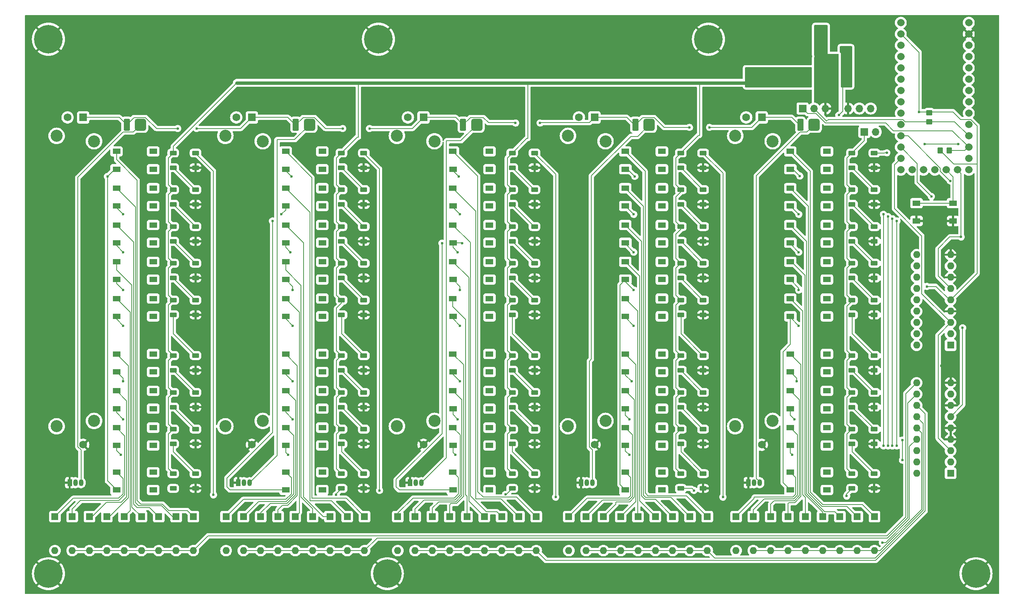
<source format=gbr>
%TF.GenerationSoftware,KiCad,Pcbnew,8.0.1*%
%TF.CreationDate,2024-04-27T00:37:19-05:00*%
%TF.ProjectId,ControlMixer,436f6e74-726f-46c4-9d69-7865722e6b69,rev?*%
%TF.SameCoordinates,Original*%
%TF.FileFunction,Copper,L1,Top*%
%TF.FilePolarity,Positive*%
%FSLAX46Y46*%
G04 Gerber Fmt 4.6, Leading zero omitted, Abs format (unit mm)*
G04 Created by KiCad (PCBNEW 8.0.1) date 2024-04-27 00:37:19*
%MOMM*%
%LPD*%
G01*
G04 APERTURE LIST*
G04 Aperture macros list*
%AMRoundRect*
0 Rectangle with rounded corners*
0 $1 Rounding radius*
0 $2 $3 $4 $5 $6 $7 $8 $9 X,Y pos of 4 corners*
0 Add a 4 corners polygon primitive as box body*
4,1,4,$2,$3,$4,$5,$6,$7,$8,$9,$2,$3,0*
0 Add four circle primitives for the rounded corners*
1,1,$1+$1,$2,$3*
1,1,$1+$1,$4,$5*
1,1,$1+$1,$6,$7*
1,1,$1+$1,$8,$9*
0 Add four rect primitives between the rounded corners*
20,1,$1+$1,$2,$3,$4,$5,0*
20,1,$1+$1,$4,$5,$6,$7,0*
20,1,$1+$1,$6,$7,$8,$9,0*
20,1,$1+$1,$8,$9,$2,$3,0*%
G04 Aperture macros list end*
%TA.AperFunction,ComponentPad*%
%ADD10C,1.665000*%
%TD*%
%TA.AperFunction,SMDPad,CuDef*%
%ADD11RoundRect,0.250000X0.450000X-0.350000X0.450000X0.350000X-0.450000X0.350000X-0.450000X-0.350000X0*%
%TD*%
%TA.AperFunction,SMDPad,CuDef*%
%ADD12RoundRect,0.250000X-0.350000X-0.450000X0.350000X-0.450000X0.350000X0.450000X-0.350000X0.450000X0*%
%TD*%
%TA.AperFunction,SMDPad,CuDef*%
%ADD13RoundRect,0.250000X0.550000X0.250000X-0.550000X0.250000X-0.550000X-0.250000X0.550000X-0.250000X0*%
%TD*%
%TA.AperFunction,ComponentPad*%
%ADD14C,2.700000*%
%TD*%
%TA.AperFunction,ComponentPad*%
%ADD15C,1.750000*%
%TD*%
%TA.AperFunction,ComponentPad*%
%ADD16R,1.750000X1.750000*%
%TD*%
%TA.AperFunction,ComponentPad*%
%ADD17O,1.600000X1.600000*%
%TD*%
%TA.AperFunction,ComponentPad*%
%ADD18R,1.600000X1.600000*%
%TD*%
%TA.AperFunction,SMDPad,CuDef*%
%ADD19R,1.800000X1.300000*%
%TD*%
%TA.AperFunction,SMDPad,CuDef*%
%ADD20R,1.775000X1.300000*%
%TD*%
%TA.AperFunction,ComponentPad*%
%ADD21C,6.400000*%
%TD*%
%TA.AperFunction,ComponentPad*%
%ADD22O,1.050000X1.500000*%
%TD*%
%TA.AperFunction,ComponentPad*%
%ADD23R,1.050000X1.500000*%
%TD*%
%TA.AperFunction,SMDPad,CuDef*%
%ADD24RoundRect,0.250001X0.462499X1.074999X-0.462499X1.074999X-0.462499X-1.074999X0.462499X-1.074999X0*%
%TD*%
%TA.AperFunction,SMDPad,CuDef*%
%ADD25RoundRect,0.438598X0.811402X0.886402X-0.811402X0.886402X-0.811402X-0.886402X0.811402X-0.886402X0*%
%TD*%
%TA.AperFunction,ComponentPad*%
%ADD26O,1.700000X1.700000*%
%TD*%
%TA.AperFunction,ComponentPad*%
%ADD27R,1.700000X1.700000*%
%TD*%
%TA.AperFunction,ViaPad*%
%ADD28C,0.600000*%
%TD*%
%TA.AperFunction,Conductor*%
%ADD29C,0.200000*%
%TD*%
%TA.AperFunction,Conductor*%
%ADD30C,0.750000*%
%TD*%
G04 APERTURE END LIST*
D10*
%TO.P,IC1,1,RST*%
%TO.N,unconnected-(IC1-RST-Pad1)*%
X231130000Y-30295000D03*
%TO.P,IC1,2,3V*%
%TO.N,3v3*%
X231130000Y-32835000D03*
%TO.P,IC1,3,AREF*%
%TO.N,unconnected-(IC1-AREF-Pad3)*%
X231130000Y-35375000D03*
%TO.P,IC1,4,VHI*%
%TO.N,unconnected-(IC1-VHI-Pad4)*%
X231130000Y-37915000D03*
%TO.P,IC1,5,A0*%
%TO.N,Pot1*%
X231130000Y-40455000D03*
%TO.P,IC1,6,A1*%
%TO.N,Pot2*%
X231130000Y-42995000D03*
%TO.P,IC1,7,A2*%
%TO.N,Pot3*%
X231130000Y-45535000D03*
%TO.P,IC1,8,A3*%
%TO.N,Pot4*%
X231130000Y-48075000D03*
%TO.P,IC1,9,A4*%
%TO.N,Pot5*%
X231130000Y-50615000D03*
%TO.P,IC1,10,A5*%
%TO.N,unconnected-(IC1-A5-Pad10)*%
X231130000Y-53155000D03*
%TO.P,IC1,11,SCK*%
%TO.N,SPI_SCK*%
X231130000Y-55695000D03*
%TO.P,IC1,12,MO*%
%TO.N,SPI_PICO*%
X231130000Y-58235000D03*
%TO.P,IC1,13,MI*%
%TO.N,SPI_POCI*%
X231130000Y-60775000D03*
%TO.P,IC1,14,2*%
%TO.N,unconnected-(IC1-2-Pad14)*%
X231130000Y-63315000D03*
%TO.P,IC1,15,EN*%
%TO.N,unconnected-(IC1-EN-Pad15)*%
X233670000Y-63315000D03*
%TO.P,IC1,16,RESET_1*%
%TO.N,unconnected-(IC1-RESET_1-Pad16)*%
X236210000Y-63315000D03*
%TO.P,IC1,17,RESET_2*%
%TO.N,unconnected-(IC1-RESET_2-Pad17)*%
X238750000Y-63315000D03*
%TO.P,IC1,18,3*%
%TO.N,Recovery*%
X241290000Y-63315000D03*
%TO.P,IC1,19,4*%
%TO.N,ExpReset*%
X243830000Y-63315000D03*
%TO.P,IC1,20,RX*%
%TO.N,unconnected-(IC1-RX-Pad20)*%
X246370000Y-63315000D03*
%TO.P,IC1,21,TX*%
%TO.N,unconnected-(IC1-TX-Pad21)*%
X246370000Y-60775000D03*
%TO.P,IC1,22,SDA*%
%TO.N,SDA*%
X246370000Y-58235000D03*
%TO.P,IC1,23,SCL*%
%TO.N,SCL*%
X246370000Y-55695000D03*
%TO.P,IC1,24,5*%
%TO.N,NeoPixel*%
X246370000Y-53155000D03*
%TO.P,IC1,25,7*%
%TO.N,Ch5Zero*%
X246370000Y-50615000D03*
%TO.P,IC1,26,9*%
%TO.N,Ch4Zero*%
X246370000Y-48075000D03*
%TO.P,IC1,27,10*%
%TO.N,Ch3Zero*%
X246370000Y-45535000D03*
%TO.P,IC1,28,11*%
%TO.N,Ch2Zero*%
X246370000Y-42995000D03*
%TO.P,IC1,29,12*%
%TO.N,Ch1Zero*%
X246370000Y-40455000D03*
%TO.P,IC1,30,13*%
%TO.N,unconnected-(IC1-13-Pad30)*%
X246370000Y-37915000D03*
%TO.P,IC1,31,USB*%
%TO.N,USB_5v*%
X246370000Y-35375000D03*
%TO.P,IC1,32,G*%
%TO.N,Ext Gnd*%
X246370000Y-32835000D03*
%TO.P,IC1,33,BAT*%
%TO.N,unconnected-(IC1-BAT-Pad33)*%
X246370000Y-30295000D03*
%TD*%
D11*
%TO.P,R4,1*%
%TO.N,SCL*%
X237500000Y-52500000D03*
%TO.P,R4,2*%
%TO.N,3v3*%
X237500000Y-50500000D03*
%TD*%
D12*
%TO.P,R3,1*%
%TO.N,3v3*%
X240000000Y-59000000D03*
%TO.P,R3,2*%
%TO.N,SDA*%
X242000000Y-59000000D03*
%TD*%
D13*
%TO.P,D90,1,VSS*%
%TO.N,Ext Gnd*%
X72989064Y-134855000D03*
%TO.P,D90,2,DIN*%
%TO.N,Net-(D89-DOUT)*%
X72989064Y-131555000D03*
%TO.P,D90,3,DOUT*%
%TO.N,unconnected-(D90-DOUT-Pad3)*%
X67989064Y-134855000D03*
%TO.P,D90,4,VDD*%
%TO.N,5v*%
X67989064Y-131555000D03*
%TD*%
%TO.P,D89,1,VSS*%
%TO.N,Ext Gnd*%
X72989064Y-124855000D03*
%TO.P,D89,2,DIN*%
%TO.N,Net-(D88-DOUT)*%
X72989064Y-121555000D03*
%TO.P,D89,3,DOUT*%
%TO.N,Net-(D89-DOUT)*%
X67989064Y-124855000D03*
%TO.P,D89,4,VDD*%
%TO.N,5v*%
X67989064Y-121555000D03*
%TD*%
%TO.P,D88,1,VSS*%
%TO.N,Ext Gnd*%
X72989064Y-116595000D03*
%TO.P,D88,2,DIN*%
%TO.N,Net-(D87-DOUT)*%
X72989064Y-113295000D03*
%TO.P,D88,3,DOUT*%
%TO.N,Net-(D88-DOUT)*%
X67989064Y-116595000D03*
%TO.P,D88,4,VDD*%
%TO.N,5v*%
X67989064Y-113295000D03*
%TD*%
%TO.P,D87,1,VSS*%
%TO.N,Ext Gnd*%
X72989064Y-108335000D03*
%TO.P,D87,2,DIN*%
%TO.N,Net-(D86-DOUT)*%
X72989064Y-105035000D03*
%TO.P,D87,3,DOUT*%
%TO.N,Net-(D87-DOUT)*%
X67989064Y-108335000D03*
%TO.P,D87,4,VDD*%
%TO.N,5v*%
X67989064Y-105035000D03*
%TD*%
%TO.P,D86,1,VSS*%
%TO.N,Ext Gnd*%
X72989064Y-95875000D03*
%TO.P,D86,2,DIN*%
%TO.N,Net-(D85-DOUT)*%
X72989064Y-92575000D03*
%TO.P,D86,3,DOUT*%
%TO.N,Net-(D86-DOUT)*%
X67989064Y-95875000D03*
%TO.P,D86,4,VDD*%
%TO.N,5v*%
X67989064Y-92575000D03*
%TD*%
%TO.P,D85,1,VSS*%
%TO.N,Ext Gnd*%
X72989064Y-87615000D03*
%TO.P,D85,2,DIN*%
%TO.N,Net-(D84-DOUT)*%
X72989064Y-84315000D03*
%TO.P,D85,3,DOUT*%
%TO.N,Net-(D85-DOUT)*%
X67989064Y-87615000D03*
%TO.P,D85,4,VDD*%
%TO.N,5v*%
X67989064Y-84315000D03*
%TD*%
%TO.P,D84,1,VSS*%
%TO.N,Ext Gnd*%
X72989064Y-79355000D03*
%TO.P,D84,2,DIN*%
%TO.N,Net-(D83-DOUT)*%
X72989064Y-76055000D03*
%TO.P,D84,3,DOUT*%
%TO.N,Net-(D84-DOUT)*%
X67989064Y-79355000D03*
%TO.P,D84,4,VDD*%
%TO.N,5v*%
X67989064Y-76055000D03*
%TD*%
%TO.P,D83,1,VSS*%
%TO.N,Ext Gnd*%
X72989064Y-71095000D03*
%TO.P,D83,2,DIN*%
%TO.N,Net-(D82-DOUT)*%
X72989064Y-67795000D03*
%TO.P,D83,3,DOUT*%
%TO.N,Net-(D83-DOUT)*%
X67989064Y-71095000D03*
%TO.P,D83,4,VDD*%
%TO.N,5v*%
X67989064Y-67795000D03*
%TD*%
%TO.P,D82,1,VSS*%
%TO.N,Ext Gnd*%
X72989064Y-62835000D03*
%TO.P,D82,2,DIN*%
%TO.N,Net-(D81-DOUT)*%
X72989064Y-59535000D03*
%TO.P,D82,3,DOUT*%
%TO.N,Net-(D82-DOUT)*%
X67989064Y-62835000D03*
%TO.P,D82,4,VDD*%
%TO.N,5v*%
X67989064Y-59535000D03*
%TD*%
%TO.P,D81,1,VSS*%
%TO.N,Ext Gnd*%
X110712500Y-134855000D03*
%TO.P,D81,2,DIN*%
%TO.N,Net-(D80-DOUT)*%
X110712500Y-131555000D03*
%TO.P,D81,3,DOUT*%
%TO.N,Net-(D81-DOUT)*%
X105712500Y-134855000D03*
%TO.P,D81,4,VDD*%
%TO.N,5v*%
X105712500Y-131555000D03*
%TD*%
%TO.P,D80,1,VSS*%
%TO.N,Ext Gnd*%
X110712500Y-124855000D03*
%TO.P,D80,2,DIN*%
%TO.N,Net-(D79-DOUT)*%
X110712500Y-121555000D03*
%TO.P,D80,3,DOUT*%
%TO.N,Net-(D80-DOUT)*%
X105712500Y-124855000D03*
%TO.P,D80,4,VDD*%
%TO.N,5v*%
X105712500Y-121555000D03*
%TD*%
%TO.P,D79,1,VSS*%
%TO.N,Ext Gnd*%
X110712500Y-116595000D03*
%TO.P,D79,2,DIN*%
%TO.N,Net-(D78-DOUT)*%
X110712500Y-113295000D03*
%TO.P,D79,3,DOUT*%
%TO.N,Net-(D79-DOUT)*%
X105712500Y-116595000D03*
%TO.P,D79,4,VDD*%
%TO.N,5v*%
X105712500Y-113295000D03*
%TD*%
%TO.P,D78,1,VSS*%
%TO.N,Ext Gnd*%
X110712500Y-108335000D03*
%TO.P,D78,2,DIN*%
%TO.N,Net-(D77-DOUT)*%
X110712500Y-105035000D03*
%TO.P,D78,3,DOUT*%
%TO.N,Net-(D78-DOUT)*%
X105712500Y-108335000D03*
%TO.P,D78,4,VDD*%
%TO.N,5v*%
X105712500Y-105035000D03*
%TD*%
%TO.P,D77,1,VSS*%
%TO.N,Ext Gnd*%
X110712500Y-95875000D03*
%TO.P,D77,2,DIN*%
%TO.N,Net-(D76-DOUT)*%
X110712500Y-92575000D03*
%TO.P,D77,3,DOUT*%
%TO.N,Net-(D77-DOUT)*%
X105712500Y-95875000D03*
%TO.P,D77,4,VDD*%
%TO.N,5v*%
X105712500Y-92575000D03*
%TD*%
%TO.P,D76,1,VSS*%
%TO.N,Ext Gnd*%
X110712500Y-87615000D03*
%TO.P,D76,2,DIN*%
%TO.N,Net-(D75-DOUT)*%
X110712500Y-84315000D03*
%TO.P,D76,3,DOUT*%
%TO.N,Net-(D76-DOUT)*%
X105712500Y-87615000D03*
%TO.P,D76,4,VDD*%
%TO.N,5v*%
X105712500Y-84315000D03*
%TD*%
%TO.P,D75,1,VSS*%
%TO.N,Ext Gnd*%
X110712500Y-79355000D03*
%TO.P,D75,2,DIN*%
%TO.N,Net-(D74-DOUT)*%
X110712500Y-76055000D03*
%TO.P,D75,3,DOUT*%
%TO.N,Net-(D75-DOUT)*%
X105712500Y-79355000D03*
%TO.P,D75,4,VDD*%
%TO.N,5v*%
X105712500Y-76055000D03*
%TD*%
%TO.P,D74,1,VSS*%
%TO.N,Ext Gnd*%
X110712500Y-71095000D03*
%TO.P,D74,2,DIN*%
%TO.N,Net-(D73-DOUT)*%
X110712500Y-67795000D03*
%TO.P,D74,3,DOUT*%
%TO.N,Net-(D74-DOUT)*%
X105712500Y-71095000D03*
%TO.P,D74,4,VDD*%
%TO.N,5v*%
X105712500Y-67795000D03*
%TD*%
%TO.P,D73,1,VSS*%
%TO.N,Ext Gnd*%
X110712500Y-62835000D03*
%TO.P,D73,2,DIN*%
%TO.N,Net-(D72-DOUT)*%
X110712500Y-59535000D03*
%TO.P,D73,3,DOUT*%
%TO.N,Net-(D73-DOUT)*%
X105712500Y-62835000D03*
%TO.P,D73,4,VDD*%
%TO.N,5v*%
X105712500Y-59535000D03*
%TD*%
%TO.P,D72,1,VSS*%
%TO.N,Ext Gnd*%
X149001562Y-134855000D03*
%TO.P,D72,2,DIN*%
%TO.N,Net-(D71-DOUT)*%
X149001562Y-131555000D03*
%TO.P,D72,3,DOUT*%
%TO.N,Net-(D72-DOUT)*%
X144001562Y-134855000D03*
%TO.P,D72,4,VDD*%
%TO.N,5v*%
X144001562Y-131555000D03*
%TD*%
%TO.P,D71,1,VSS*%
%TO.N,Ext Gnd*%
X149001562Y-124855000D03*
%TO.P,D71,2,DIN*%
%TO.N,Net-(D70-DOUT)*%
X149001562Y-121555000D03*
%TO.P,D71,3,DOUT*%
%TO.N,Net-(D71-DOUT)*%
X144001562Y-124855000D03*
%TO.P,D71,4,VDD*%
%TO.N,5v*%
X144001562Y-121555000D03*
%TD*%
%TO.P,D70,1,VSS*%
%TO.N,Ext Gnd*%
X149001562Y-116595000D03*
%TO.P,D70,2,DIN*%
%TO.N,Net-(D69-DOUT)*%
X149001562Y-113295000D03*
%TO.P,D70,3,DOUT*%
%TO.N,Net-(D70-DOUT)*%
X144001562Y-116595000D03*
%TO.P,D70,4,VDD*%
%TO.N,5v*%
X144001562Y-113295000D03*
%TD*%
%TO.P,D69,1,VSS*%
%TO.N,Ext Gnd*%
X149001562Y-108335000D03*
%TO.P,D69,2,DIN*%
%TO.N,Net-(D68-DOUT)*%
X149001562Y-105035000D03*
%TO.P,D69,3,DOUT*%
%TO.N,Net-(D69-DOUT)*%
X144001562Y-108335000D03*
%TO.P,D69,4,VDD*%
%TO.N,5v*%
X144001562Y-105035000D03*
%TD*%
%TO.P,D68,1,VSS*%
%TO.N,Ext Gnd*%
X149001562Y-95875000D03*
%TO.P,D68,2,DIN*%
%TO.N,Net-(D67-DOUT)*%
X149001562Y-92575000D03*
%TO.P,D68,3,DOUT*%
%TO.N,Net-(D68-DOUT)*%
X144001562Y-95875000D03*
%TO.P,D68,4,VDD*%
%TO.N,5v*%
X144001562Y-92575000D03*
%TD*%
%TO.P,D67,1,VSS*%
%TO.N,Ext Gnd*%
X149001562Y-87615000D03*
%TO.P,D67,2,DIN*%
%TO.N,Net-(D66-DOUT)*%
X149001562Y-84315000D03*
%TO.P,D67,3,DOUT*%
%TO.N,Net-(D67-DOUT)*%
X144001562Y-87615000D03*
%TO.P,D67,4,VDD*%
%TO.N,5v*%
X144001562Y-84315000D03*
%TD*%
%TO.P,D66,1,VSS*%
%TO.N,Ext Gnd*%
X149001562Y-79355000D03*
%TO.P,D66,2,DIN*%
%TO.N,Net-(D65-DOUT)*%
X149001562Y-76055000D03*
%TO.P,D66,3,DOUT*%
%TO.N,Net-(D66-DOUT)*%
X144001562Y-79355000D03*
%TO.P,D66,4,VDD*%
%TO.N,5v*%
X144001562Y-76055000D03*
%TD*%
%TO.P,D65,1,VSS*%
%TO.N,Ext Gnd*%
X149001562Y-71095000D03*
%TO.P,D65,2,DIN*%
%TO.N,Net-(D64-DOUT)*%
X149001562Y-67795000D03*
%TO.P,D65,3,DOUT*%
%TO.N,Net-(D65-DOUT)*%
X144001562Y-71095000D03*
%TO.P,D65,4,VDD*%
%TO.N,5v*%
X144001562Y-67795000D03*
%TD*%
%TO.P,D64,1,VSS*%
%TO.N,Ext Gnd*%
X149001562Y-62835000D03*
%TO.P,D64,2,DIN*%
%TO.N,Net-(D63-DOUT)*%
X149001562Y-59535000D03*
%TO.P,D64,3,DOUT*%
%TO.N,Net-(D64-DOUT)*%
X144001562Y-62835000D03*
%TO.P,D64,4,VDD*%
%TO.N,5v*%
X144001562Y-59535000D03*
%TD*%
%TO.P,D63,1,VSS*%
%TO.N,Ext Gnd*%
X186800000Y-134855000D03*
%TO.P,D63,2,DIN*%
%TO.N,Net-(D62-DOUT)*%
X186800000Y-131555000D03*
%TO.P,D63,3,DOUT*%
%TO.N,Net-(D63-DOUT)*%
X181800000Y-134855000D03*
%TO.P,D63,4,VDD*%
%TO.N,5v*%
X181800000Y-131555000D03*
%TD*%
%TO.P,D62,1,VSS*%
%TO.N,Ext Gnd*%
X186800000Y-124855000D03*
%TO.P,D62,2,DIN*%
%TO.N,Net-(D61-DOUT)*%
X186800000Y-121555000D03*
%TO.P,D62,3,DOUT*%
%TO.N,Net-(D62-DOUT)*%
X181800000Y-124855000D03*
%TO.P,D62,4,VDD*%
%TO.N,5v*%
X181800000Y-121555000D03*
%TD*%
%TO.P,D61,1,VSS*%
%TO.N,Ext Gnd*%
X186800000Y-116595000D03*
%TO.P,D61,2,DIN*%
%TO.N,Net-(D60-DOUT)*%
X186800000Y-113295000D03*
%TO.P,D61,3,DOUT*%
%TO.N,Net-(D61-DOUT)*%
X181800000Y-116595000D03*
%TO.P,D61,4,VDD*%
%TO.N,5v*%
X181800000Y-113295000D03*
%TD*%
%TO.P,D60,1,VSS*%
%TO.N,Ext Gnd*%
X186800000Y-108335000D03*
%TO.P,D60,2,DIN*%
%TO.N,Net-(D59-DOUT)*%
X186800000Y-105035000D03*
%TO.P,D60,3,DOUT*%
%TO.N,Net-(D60-DOUT)*%
X181800000Y-108335000D03*
%TO.P,D60,4,VDD*%
%TO.N,5v*%
X181800000Y-105035000D03*
%TD*%
%TO.P,D59,1,VSS*%
%TO.N,Ext Gnd*%
X186800000Y-95875000D03*
%TO.P,D59,2,DIN*%
%TO.N,Net-(D58-DOUT)*%
X186800000Y-92575000D03*
%TO.P,D59,3,DOUT*%
%TO.N,Net-(D59-DOUT)*%
X181800000Y-95875000D03*
%TO.P,D59,4,VDD*%
%TO.N,5v*%
X181800000Y-92575000D03*
%TD*%
%TO.P,D58,1,VSS*%
%TO.N,Ext Gnd*%
X186800000Y-87615000D03*
%TO.P,D58,2,DIN*%
%TO.N,Net-(D57-DOUT)*%
X186800000Y-84315000D03*
%TO.P,D58,3,DOUT*%
%TO.N,Net-(D58-DOUT)*%
X181800000Y-87615000D03*
%TO.P,D58,4,VDD*%
%TO.N,5v*%
X181800000Y-84315000D03*
%TD*%
%TO.P,D57,1,VSS*%
%TO.N,Ext Gnd*%
X186800000Y-79355000D03*
%TO.P,D57,2,DIN*%
%TO.N,Net-(D56-DOUT)*%
X186800000Y-76055000D03*
%TO.P,D57,3,DOUT*%
%TO.N,Net-(D57-DOUT)*%
X181800000Y-79355000D03*
%TO.P,D57,4,VDD*%
%TO.N,5v*%
X181800000Y-76055000D03*
%TD*%
%TO.P,D56,1,VSS*%
%TO.N,Ext Gnd*%
X186800000Y-71095000D03*
%TO.P,D56,2,DIN*%
%TO.N,Net-(D55-DOUT)*%
X186800000Y-67795000D03*
%TO.P,D56,3,DOUT*%
%TO.N,Net-(D56-DOUT)*%
X181800000Y-71095000D03*
%TO.P,D56,4,VDD*%
%TO.N,5v*%
X181800000Y-67795000D03*
%TD*%
%TO.P,D55,1,VSS*%
%TO.N,Ext Gnd*%
X186800000Y-62835000D03*
%TO.P,D55,2,DIN*%
%TO.N,Net-(D54-DOUT)*%
X186800000Y-59535000D03*
%TO.P,D55,3,DOUT*%
%TO.N,Net-(D55-DOUT)*%
X181800000Y-62835000D03*
%TO.P,D55,4,VDD*%
%TO.N,5v*%
X181800000Y-59535000D03*
%TD*%
%TO.P,D54,1,VSS*%
%TO.N,Ext Gnd*%
X225185936Y-134855000D03*
%TO.P,D54,2,DIN*%
%TO.N,Net-(D53-DOUT)*%
X225185936Y-131555000D03*
%TO.P,D54,3,DOUT*%
%TO.N,Net-(D54-DOUT)*%
X220185936Y-134855000D03*
%TO.P,D54,4,VDD*%
%TO.N,5v*%
X220185936Y-131555000D03*
%TD*%
%TO.P,D53,1,VSS*%
%TO.N,Ext Gnd*%
X225185936Y-124855000D03*
%TO.P,D53,2,DIN*%
%TO.N,Net-(D52-DOUT)*%
X225185936Y-121555000D03*
%TO.P,D53,3,DOUT*%
%TO.N,Net-(D53-DOUT)*%
X220185936Y-124855000D03*
%TO.P,D53,4,VDD*%
%TO.N,5v*%
X220185936Y-121555000D03*
%TD*%
%TO.P,D52,1,VSS*%
%TO.N,Ext Gnd*%
X225185936Y-116595000D03*
%TO.P,D52,2,DIN*%
%TO.N,Net-(D51-DOUT)*%
X225185936Y-113295000D03*
%TO.P,D52,3,DOUT*%
%TO.N,Net-(D52-DOUT)*%
X220185936Y-116595000D03*
%TO.P,D52,4,VDD*%
%TO.N,5v*%
X220185936Y-113295000D03*
%TD*%
%TO.P,D51,1,VSS*%
%TO.N,Ext Gnd*%
X225185936Y-108335000D03*
%TO.P,D51,2,DIN*%
%TO.N,Net-(D50-DOUT)*%
X225185936Y-105035000D03*
%TO.P,D51,3,DOUT*%
%TO.N,Net-(D51-DOUT)*%
X220185936Y-108335000D03*
%TO.P,D51,4,VDD*%
%TO.N,5v*%
X220185936Y-105035000D03*
%TD*%
%TO.P,D50,1,VSS*%
%TO.N,Ext Gnd*%
X225185936Y-95875000D03*
%TO.P,D50,2,DIN*%
%TO.N,Net-(D49-DOUT)*%
X225185936Y-92575000D03*
%TO.P,D50,3,DOUT*%
%TO.N,Net-(D50-DOUT)*%
X220185936Y-95875000D03*
%TO.P,D50,4,VDD*%
%TO.N,5v*%
X220185936Y-92575000D03*
%TD*%
%TO.P,D49,1,VSS*%
%TO.N,Ext Gnd*%
X225185936Y-87615000D03*
%TO.P,D49,2,DIN*%
%TO.N,Net-(D48-DOUT)*%
X225185936Y-84315000D03*
%TO.P,D49,3,DOUT*%
%TO.N,Net-(D49-DOUT)*%
X220185936Y-87615000D03*
%TO.P,D49,4,VDD*%
%TO.N,5v*%
X220185936Y-84315000D03*
%TD*%
%TO.P,D48,1,VSS*%
%TO.N,Ext Gnd*%
X225185936Y-79355000D03*
%TO.P,D48,2,DIN*%
%TO.N,Net-(D47-DOUT)*%
X225185936Y-76055000D03*
%TO.P,D48,3,DOUT*%
%TO.N,Net-(D48-DOUT)*%
X220185936Y-79355000D03*
%TO.P,D48,4,VDD*%
%TO.N,5v*%
X220185936Y-76055000D03*
%TD*%
%TO.P,D47,1,VSS*%
%TO.N,Ext Gnd*%
X225185936Y-71095000D03*
%TO.P,D47,2,DIN*%
%TO.N,Net-(D46-DOUT)*%
X225185936Y-67795000D03*
%TO.P,D47,3,DOUT*%
%TO.N,Net-(D47-DOUT)*%
X220185936Y-71095000D03*
%TO.P,D47,4,VDD*%
%TO.N,5v*%
X220185936Y-67795000D03*
%TD*%
%TO.P,D46,1,VSS*%
%TO.N,Ext Gnd*%
X225185936Y-62835000D03*
%TO.P,D46,2,DIN*%
%TO.N,NeoPixel*%
X225185936Y-59535000D03*
%TO.P,D46,3,DOUT*%
%TO.N,Net-(D46-DOUT)*%
X220185936Y-62835000D03*
%TO.P,D46,4,VDD*%
%TO.N,5v*%
X220185936Y-59535000D03*
%TD*%
D14*
%TO.P,RV1,MP*%
%TO.N,N/C*%
X41839064Y-120905000D03*
X50239064Y-119705000D03*
X50239064Y-56905000D03*
X41839064Y-55705000D03*
D15*
%TO.P,RV1,3,3*%
%TO.N,Ext Gnd*%
X47789064Y-125055000D03*
%TO.P,RV1,2,2*%
%TO.N,Pot1*%
X44289064Y-51555000D03*
D16*
%TO.P,RV1,1,1*%
%TO.N,3v3*%
X47789064Y-51555000D03*
%TD*%
D17*
%TO.P,D32,2,A*%
%TO.N,Column4*%
X160568750Y-148810000D03*
D18*
%TO.P,D32,1,K*%
%TO.N,Net-(D32-K)*%
X160568750Y-141190000D03*
%TD*%
D19*
%TO.P,SW31,2,2*%
%TO.N,Row6*%
X169362500Y-108685000D03*
D20*
%TO.P,SW31,1,1*%
%TO.N,Net-(D30-K)*%
X169350000Y-104685000D03*
D19*
%TO.P,SW31,*%
%TO.N,*%
X177562500Y-108685000D03*
X177562500Y-104685000D03*
%TD*%
D17*
%TO.P,D16,2,A*%
%TO.N,Column2*%
X83718750Y-148810000D03*
D18*
%TO.P,D16,1,K*%
%TO.N,Net-(D16-K)*%
X83718750Y-141190000D03*
%TD*%
D19*
%TO.P,SW37,2,2*%
%TO.N,Row4*%
X206362500Y-87965000D03*
D20*
%TO.P,SW37,1,1*%
%TO.N,Net-(D36-K)*%
X206350000Y-83965000D03*
D19*
%TO.P,SW37,*%
%TO.N,*%
X214562500Y-87965000D03*
X214562500Y-83965000D03*
%TD*%
%TO.P,SW39,2,2*%
%TO.N,Row6*%
X206362500Y-108685000D03*
D20*
%TO.P,SW39,1,1*%
%TO.N,Net-(D38-K)*%
X206350000Y-104685000D03*
D19*
%TO.P,SW39,*%
%TO.N,*%
X214562500Y-108685000D03*
X214562500Y-104685000D03*
%TD*%
%TO.P,SW3,2,2*%
%TO.N,Row2*%
X55289064Y-71445000D03*
D20*
%TO.P,SW3,1,1*%
%TO.N,Net-(D2-K)*%
X55276564Y-67445000D03*
D19*
%TO.P,SW3,*%
%TO.N,*%
X63489064Y-71445000D03*
X63489064Y-67445000D03*
%TD*%
D14*
%TO.P,RV2,MP*%
%TO.N,N/C*%
X79662500Y-120905000D03*
X88062500Y-119705000D03*
X88062500Y-56905000D03*
X79662500Y-55705000D03*
D15*
%TO.P,RV2,3,3*%
%TO.N,Ext Gnd*%
X85612500Y-125055000D03*
%TO.P,RV2,2,2*%
%TO.N,Pot2*%
X82112500Y-51555000D03*
D16*
%TO.P,RV2,1,1*%
%TO.N,3v3*%
X85612500Y-51555000D03*
%TD*%
D17*
%TO.P,D4,2,A*%
%TO.N,Column1*%
X60856250Y-148810000D03*
D18*
%TO.P,D4,1,K*%
%TO.N,Net-(D4-K)*%
X60856250Y-141190000D03*
%TD*%
D17*
%TO.P,D14,2,A*%
%TO.N,Column2*%
X91481250Y-148810000D03*
D18*
%TO.P,D14,1,K*%
%TO.N,Net-(D14-K)*%
X91481250Y-141190000D03*
%TD*%
D17*
%TO.P,D11,2,A*%
%TO.N,Column2*%
X103125000Y-148810000D03*
D18*
%TO.P,D11,1,K*%
%TO.N,Net-(D11-K)*%
X103125000Y-141190000D03*
%TD*%
D17*
%TO.P,D21,2,A*%
%TO.N,Column3*%
X133862500Y-148810000D03*
D18*
%TO.P,D21,1,K*%
%TO.N,Net-(D21-K)*%
X133862500Y-141190000D03*
%TD*%
D19*
%TO.P,SW24,2,2*%
%TO.N,Row7*%
X130712500Y-116945000D03*
D20*
%TO.P,SW24,1,1*%
%TO.N,Net-(D23-K)*%
X130700000Y-112945000D03*
D19*
%TO.P,SW24,*%
%TO.N,*%
X138912500Y-116945000D03*
X138912500Y-112945000D03*
%TD*%
%TO.P,SW41,2,2*%
%TO.N,Row8*%
X206362500Y-125205000D03*
D20*
%TO.P,SW41,1,1*%
%TO.N,Net-(D40-K)*%
X206350000Y-121205000D03*
D19*
%TO.P,SW41,*%
%TO.N,*%
X214562500Y-125205000D03*
X214562500Y-121205000D03*
%TD*%
%TO.P,SW9,2,2*%
%TO.N,Row8*%
X55289064Y-125205000D03*
D20*
%TO.P,SW9,1,1*%
%TO.N,Net-(D8-K)*%
X55276564Y-121205000D03*
D19*
%TO.P,SW9,*%
%TO.N,*%
X63489064Y-125205000D03*
X63489064Y-121205000D03*
%TD*%
%TO.P,SW35,2,2*%
%TO.N,Row2*%
X206362500Y-71445000D03*
D20*
%TO.P,SW35,1,1*%
%TO.N,Net-(D34-K)*%
X206350000Y-67445000D03*
D19*
%TO.P,SW35,*%
%TO.N,*%
X214562500Y-71445000D03*
X214562500Y-67445000D03*
%TD*%
D17*
%TO.P,D36,2,A*%
%TO.N,Column5*%
X213593750Y-148810000D03*
D18*
%TO.P,D36,1,K*%
%TO.N,Net-(D36-K)*%
X213593750Y-141190000D03*
%TD*%
D17*
%TO.P,D35,2,A*%
%TO.N,Column5*%
X217475000Y-148810000D03*
D18*
%TO.P,D35,1,K*%
%TO.N,Net-(D35-K)*%
X217475000Y-141190000D03*
%TD*%
D19*
%TO.P,SW42,2,2*%
%TO.N,Row1*%
X55289064Y-135205000D03*
D20*
%TO.P,SW42,1,1*%
%TO.N,Net-(D41-K)*%
X55276564Y-131205000D03*
D19*
%TO.P,SW42,*%
%TO.N,*%
X63489064Y-135205000D03*
X63489064Y-131205000D03*
%TD*%
D17*
%TO.P,D5,2,A*%
%TO.N,Column1*%
X56975000Y-148810000D03*
D18*
%TO.P,D5,1,K*%
%TO.N,Net-(D5-K)*%
X56975000Y-141190000D03*
%TD*%
D19*
%TO.P,SW30,2,2*%
%TO.N,Row5*%
X169362500Y-96225000D03*
D20*
%TO.P,SW30,1,1*%
%TO.N,Net-(D29-K)*%
X169350000Y-92225000D03*
D19*
%TO.P,SW30,*%
%TO.N,*%
X177562500Y-96225000D03*
X177562500Y-92225000D03*
%TD*%
D17*
%TO.P,D9,2,A*%
%TO.N,Column2*%
X110887500Y-148810000D03*
D18*
%TO.P,D9,1,K*%
%TO.N,Net-(D9-K)*%
X110887500Y-141190000D03*
%TD*%
D19*
%TO.P,SW5,2,2*%
%TO.N,Row4*%
X55289064Y-87965000D03*
D20*
%TO.P,SW5,1,1*%
%TO.N,Net-(D4-K)*%
X55276564Y-83965000D03*
D19*
%TO.P,SW5,*%
%TO.N,*%
X63489064Y-87965000D03*
X63489064Y-83965000D03*
%TD*%
D17*
%TO.P,D27,2,A*%
%TO.N,Column4*%
X179975000Y-148810000D03*
D18*
%TO.P,D27,1,K*%
%TO.N,Net-(D27-K)*%
X179975000Y-141190000D03*
%TD*%
D17*
%TO.P,D19,2,A*%
%TO.N,Column3*%
X141625000Y-148810000D03*
D18*
%TO.P,D19,1,K*%
%TO.N,Net-(D19-K)*%
X141625000Y-141190000D03*
%TD*%
D17*
%TO.P,D25,2,A*%
%TO.N,Column4*%
X187737500Y-148810000D03*
D18*
%TO.P,D25,1,K*%
%TO.N,Net-(D25-K)*%
X187737500Y-141190000D03*
%TD*%
D21*
%TO.P,J2,1,Pin_1*%
%TO.N,Ext Gnd*%
X114000000Y-34000000D03*
%TD*%
D17*
%TO.P,D24,2,A*%
%TO.N,Column3*%
X122218750Y-148810000D03*
D18*
%TO.P,D24,1,K*%
%TO.N,Net-(D24-K)*%
X122218750Y-141190000D03*
%TD*%
D17*
%TO.P,D3,2,A*%
%TO.N,Column1*%
X64737500Y-148810000D03*
D18*
%TO.P,D3,1,K*%
%TO.N,Net-(D3-K)*%
X64737500Y-141190000D03*
%TD*%
D19*
%TO.P,SW29,2,2*%
%TO.N,Row4*%
X169362500Y-87965000D03*
D20*
%TO.P,SW29,1,1*%
%TO.N,Net-(D28-K)*%
X169350000Y-83965000D03*
D19*
%TO.P,SW29,*%
%TO.N,*%
X177562500Y-87965000D03*
X177562500Y-83965000D03*
%TD*%
D22*
%TO.P,Q4,3,C*%
%TO.N,Net-(D94-K)*%
X161982500Y-133565000D03*
%TO.P,Q4,2,B*%
%TO.N,Ch4Zero*%
X160712500Y-133565000D03*
D23*
%TO.P,Q4,1,E*%
%TO.N,Ext Gnd*%
X159442500Y-133565000D03*
%TD*%
D17*
%TO.P,D33,2,A*%
%TO.N,Column5*%
X225237500Y-148810000D03*
D18*
%TO.P,D33,1,K*%
%TO.N,Net-(D33-K)*%
X225237500Y-141190000D03*
%TD*%
D19*
%TO.P,SW17,2,2*%
%TO.N,Row8*%
X93212500Y-125205000D03*
D20*
%TO.P,SW17,1,1*%
%TO.N,Net-(D16-K)*%
X93200000Y-121205000D03*
D19*
%TO.P,SW17,*%
%TO.N,*%
X101412500Y-125205000D03*
X101412500Y-121205000D03*
%TD*%
D17*
%TO.P,D30,2,A*%
%TO.N,Column4*%
X168331250Y-148810000D03*
D18*
%TO.P,D30,1,K*%
%TO.N,Net-(D30-K)*%
X168331250Y-141190000D03*
%TD*%
D24*
%TO.P,D93,2,A*%
%TO.N,3v3*%
X132975000Y-53205000D03*
D25*
%TO.P,D93,1,K*%
%TO.N,Net-(D93-K)*%
X136065000Y-53205000D03*
%TD*%
D19*
%TO.P,SW12,2,2*%
%TO.N,Row3*%
X93212500Y-79705000D03*
D20*
%TO.P,SW12,1,1*%
%TO.N,Net-(D11-K)*%
X93200000Y-75705000D03*
D19*
%TO.P,SW12,*%
%TO.N,*%
X101412500Y-79705000D03*
X101412500Y-75705000D03*
%TD*%
%TO.P,SW46,2,2*%
%TO.N,Row5*%
X206362500Y-135205000D03*
D20*
%TO.P,SW46,1,1*%
%TO.N,Net-(D45-K)*%
X206350000Y-131205000D03*
D19*
%TO.P,SW46,*%
%TO.N,*%
X214562500Y-135205000D03*
X214562500Y-131205000D03*
%TD*%
D17*
%TO.P,D41,2,A*%
%TO.N,Column6*%
X41450000Y-148810000D03*
D18*
%TO.P,D41,1,K*%
%TO.N,Net-(D41-K)*%
X41450000Y-141190000D03*
%TD*%
D22*
%TO.P,Q3,3,C*%
%TO.N,Net-(D93-K)*%
X123632500Y-133565000D03*
%TO.P,Q3,2,B*%
%TO.N,Ch3Zero*%
X122362500Y-133565000D03*
D23*
%TO.P,Q3,1,E*%
%TO.N,Ext Gnd*%
X121092500Y-133565000D03*
%TD*%
D17*
%TO.P,D42,2,A*%
%TO.N,Column6*%
X79837500Y-148810000D03*
D18*
%TO.P,D42,1,K*%
%TO.N,Net-(D42-K)*%
X79837500Y-141190000D03*
%TD*%
D19*
%TO.P,SW16,2,2*%
%TO.N,Row7*%
X93212500Y-116945000D03*
D20*
%TO.P,SW16,1,1*%
%TO.N,Net-(D15-K)*%
X93200000Y-112945000D03*
D19*
%TO.P,SW16,*%
%TO.N,*%
X101412500Y-116945000D03*
X101412500Y-112945000D03*
%TD*%
D26*
%TO.P,JP1,2,B*%
%TO.N,USB_5v*%
X225515000Y-54805000D03*
D27*
%TO.P,JP1,1,A*%
%TO.N,5v*%
X222975000Y-54805000D03*
%TD*%
D22*
%TO.P,Q5,3,C*%
%TO.N,Net-(D95-K)*%
X199482500Y-133565000D03*
%TO.P,Q5,2,B*%
%TO.N,Ch5Zero*%
X198212500Y-133565000D03*
D23*
%TO.P,Q5,1,E*%
%TO.N,Ext Gnd*%
X196942500Y-133565000D03*
%TD*%
D21*
%TO.P,J5,1,Pin_1*%
%TO.N,Ext Gnd*%
X116000000Y-154000000D03*
%TD*%
D19*
%TO.P,SW33,2,2*%
%TO.N,Row8*%
X169362500Y-125205000D03*
D20*
%TO.P,SW33,1,1*%
%TO.N,Net-(D32-K)*%
X169350000Y-121205000D03*
D19*
%TO.P,SW33,*%
%TO.N,*%
X177562500Y-125205000D03*
X177562500Y-121205000D03*
%TD*%
D17*
%TO.P,D13,2,A*%
%TO.N,Column2*%
X95362500Y-148810000D03*
D18*
%TO.P,D13,1,K*%
%TO.N,Net-(D13-K)*%
X95362500Y-141190000D03*
%TD*%
D24*
%TO.P,D95,2,A*%
%TO.N,3v3*%
X208625000Y-53205000D03*
D25*
%TO.P,D95,1,K*%
%TO.N,Net-(D95-K)*%
X211715000Y-53205000D03*
%TD*%
D26*
%TO.P,U3,6,D+*%
%TO.N,unconnected-(U3-D+-Pad6)*%
X224365000Y-49555000D03*
%TO.P,U3,5,D-*%
%TO.N,unconnected-(U3-D--Pad5)*%
X221825000Y-49555000D03*
%TO.P,U3,4,GND*%
%TO.N,Ext Gnd*%
X219285000Y-49555000D03*
%TO.P,U3,3,Vout*%
%TO.N,Net-(U3-Vout)*%
X214205000Y-49555000D03*
%TO.P,U3,2,SCL*%
%TO.N,SCL*%
X211665000Y-49555000D03*
D27*
%TO.P,U3,1,SDA*%
%TO.N,SDA*%
X209125000Y-49555000D03*
%TD*%
D19*
%TO.P,SW25,2,2*%
%TO.N,Row8*%
X130712500Y-125205000D03*
D20*
%TO.P,SW25,1,1*%
%TO.N,Net-(D24-K)*%
X130700000Y-121205000D03*
D19*
%TO.P,SW25,*%
%TO.N,*%
X138912500Y-125205000D03*
X138912500Y-121205000D03*
%TD*%
D17*
%TO.P,D40,2,A*%
%TO.N,Column5*%
X198068750Y-148810000D03*
D18*
%TO.P,D40,1,K*%
%TO.N,Net-(D40-K)*%
X198068750Y-141190000D03*
%TD*%
D17*
%TO.P,D23,2,A*%
%TO.N,Column3*%
X126100000Y-148810000D03*
D18*
%TO.P,D23,1,K*%
%TO.N,Net-(D23-K)*%
X126100000Y-141190000D03*
%TD*%
D19*
%TO.P,SW43,2,2*%
%TO.N,Row2*%
X93212500Y-135205000D03*
D20*
%TO.P,SW43,1,1*%
%TO.N,Net-(D42-K)*%
X93200000Y-131205000D03*
D19*
%TO.P,SW43,*%
%TO.N,*%
X101412500Y-135205000D03*
X101412500Y-131205000D03*
%TD*%
D17*
%TO.P,D1,2,A*%
%TO.N,Column1*%
X72500000Y-148810000D03*
D18*
%TO.P,D1,1,K*%
%TO.N,Net-(D1-K)*%
X72500000Y-141190000D03*
%TD*%
D19*
%TO.P,SW4,2,2*%
%TO.N,Row3*%
X55289064Y-79705000D03*
D20*
%TO.P,SW4,1,1*%
%TO.N,Net-(D3-K)*%
X55276564Y-75705000D03*
D19*
%TO.P,SW4,*%
%TO.N,*%
X63489064Y-79705000D03*
X63489064Y-75705000D03*
%TD*%
D21*
%TO.P,J3,1,Pin_1*%
%TO.N,Ext Gnd*%
X188000000Y-34000000D03*
%TD*%
D17*
%TO.P,U1,18,VDD*%
%TO.N,3v3*%
X234680000Y-131455000D03*
%TO.P,U1,17,GP7*%
%TO.N,unconnected-(U1-GP7-Pad17)*%
X234680000Y-128915000D03*
%TO.P,U1,16,GP6*%
%TO.N,unconnected-(U1-GP6-Pad16)*%
X234680000Y-126375000D03*
%TO.P,U1,15,GP5*%
%TO.N,Column6*%
X234680000Y-123835000D03*
%TO.P,U1,14,GP4*%
%TO.N,Column5*%
X234680000Y-121295000D03*
%TO.P,U1,13,GP3*%
%TO.N,Column4*%
X234680000Y-118755000D03*
%TO.P,U1,12,GP2*%
%TO.N,Column3*%
X234680000Y-116215000D03*
%TO.P,U1,11,GP1*%
%TO.N,Column2*%
X234680000Y-113675000D03*
%TO.P,U1,10,GP0*%
%TO.N,Column1*%
X234680000Y-111135000D03*
%TO.P,U1,9,VSS*%
%TO.N,Ext Gnd*%
X242300000Y-111135000D03*
%TO.P,U1,8,INT*%
%TO.N,unconnected-(U1-INT-Pad8)*%
X242300000Y-113675000D03*
%TO.P,U1,7,CS*%
%TO.N,Ext Gnd*%
X242300000Y-116215000D03*
%TO.P,U1,6,~{RESET}*%
%TO.N,ExpReset*%
X242300000Y-118755000D03*
%TO.P,U1,5,A0*%
%TO.N,Ext Gnd*%
X242300000Y-121295000D03*
%TO.P,U1,4,A1*%
X242300000Y-123835000D03*
%TO.P,U1,3,SO*%
%TO.N,SPI_POCI*%
X242300000Y-126375000D03*
%TO.P,U1,2,SI*%
%TO.N,SPI_PICO*%
X242300000Y-128915000D03*
D18*
%TO.P,U1,1,SCK*%
%TO.N,SPI_SCK*%
X242300000Y-131455000D03*
%TD*%
D19*
%TO.P,SW20,2,2*%
%TO.N,Row3*%
X130712500Y-79705000D03*
D20*
%TO.P,SW20,1,1*%
%TO.N,Net-(D19-K)*%
X130700000Y-75705000D03*
D19*
%TO.P,SW20,*%
%TO.N,*%
X138912500Y-79705000D03*
X138912500Y-75705000D03*
%TD*%
%TO.P,SW21,2,2*%
%TO.N,Row4*%
X130712500Y-87965000D03*
D20*
%TO.P,SW21,1,1*%
%TO.N,Net-(D20-K)*%
X130700000Y-83965000D03*
D19*
%TO.P,SW21,*%
%TO.N,*%
X138912500Y-87965000D03*
X138912500Y-83965000D03*
%TD*%
D24*
%TO.P,D91,2,A*%
%TO.N,3v3*%
X57551564Y-53205000D03*
D25*
%TO.P,D91,1,K*%
%TO.N,Net-(D91-K)*%
X60641564Y-53205000D03*
%TD*%
D19*
%TO.P,SW34,*%
%TO.N,*%
X214562500Y-63185000D03*
%TO.P,SW34,2,2*%
%TO.N,Row1*%
X206362500Y-63185000D03*
D20*
%TO.P,SW34,1,1*%
%TO.N,Net-(D33-K)*%
X206350000Y-59185000D03*
D19*
%TO.P,SW34,*%
%TO.N,*%
X214562500Y-59185000D03*
%TD*%
%TO.P,SW6,2,2*%
%TO.N,Row5*%
X55289064Y-96225000D03*
D20*
%TO.P,SW6,1,1*%
%TO.N,Net-(D5-K)*%
X55276564Y-92225000D03*
D19*
%TO.P,SW6,*%
%TO.N,*%
X63489064Y-96225000D03*
X63489064Y-92225000D03*
%TD*%
%TO.P,SW7,2,2*%
%TO.N,Row6*%
X55289064Y-108685000D03*
D20*
%TO.P,SW7,1,1*%
%TO.N,Net-(D6-K)*%
X55276564Y-104685000D03*
D19*
%TO.P,SW7,*%
%TO.N,*%
X63489064Y-108685000D03*
X63489064Y-104685000D03*
%TD*%
%TO.P,SW15,2,2*%
%TO.N,Row6*%
X93212500Y-108685000D03*
D20*
%TO.P,SW15,1,1*%
%TO.N,Net-(D14-K)*%
X93200000Y-104685000D03*
D19*
%TO.P,SW15,*%
%TO.N,*%
X101412500Y-108685000D03*
X101412500Y-104685000D03*
%TD*%
%TO.P,SW2,2,2*%
%TO.N,Row1*%
X55289064Y-63185000D03*
D20*
%TO.P,SW2,1,1*%
%TO.N,Net-(D1-K)*%
X55276564Y-59185000D03*
D19*
%TO.P,SW2,*%
%TO.N,*%
X63489064Y-63185000D03*
X63489064Y-59185000D03*
%TD*%
D17*
%TO.P,D18,2,A*%
%TO.N,Column3*%
X145506250Y-148810000D03*
D18*
%TO.P,D18,1,K*%
%TO.N,Net-(D18-K)*%
X145506250Y-141190000D03*
%TD*%
D19*
%TO.P,SW11,2,2*%
%TO.N,Row2*%
X93212500Y-71445000D03*
D20*
%TO.P,SW11,1,1*%
%TO.N,Net-(D10-K)*%
X93200000Y-67445000D03*
D19*
%TO.P,SW11,*%
%TO.N,*%
X101412500Y-71445000D03*
X101412500Y-67445000D03*
%TD*%
D17*
%TO.P,D37,2,A*%
%TO.N,Column5*%
X209712500Y-148810000D03*
D18*
%TO.P,D37,1,K*%
%TO.N,Net-(D37-K)*%
X209712500Y-141190000D03*
%TD*%
D24*
%TO.P,D94,2,A*%
%TO.N,3v3*%
X171625000Y-53205000D03*
D25*
%TO.P,D94,1,K*%
%TO.N,Net-(D94-K)*%
X174715000Y-53205000D03*
%TD*%
D19*
%TO.P,SW28,2,2*%
%TO.N,Row3*%
X169362500Y-79705000D03*
D20*
%TO.P,SW28,1,1*%
%TO.N,Net-(D27-K)*%
X169350000Y-75705000D03*
D19*
%TO.P,SW28,*%
%TO.N,*%
X177562500Y-79705000D03*
X177562500Y-75705000D03*
%TD*%
%TO.P,SW14,2,2*%
%TO.N,Row5*%
X93212500Y-96225000D03*
D20*
%TO.P,SW14,1,1*%
%TO.N,Net-(D13-K)*%
X93200000Y-92225000D03*
D19*
%TO.P,SW14,*%
%TO.N,*%
X101412500Y-96225000D03*
X101412500Y-92225000D03*
%TD*%
%TO.P,SW32,2,2*%
%TO.N,Row7*%
X169362500Y-116945000D03*
D20*
%TO.P,SW32,1,1*%
%TO.N,Net-(D31-K)*%
X169350000Y-112945000D03*
D19*
%TO.P,SW32,*%
%TO.N,*%
X177562500Y-116945000D03*
X177562500Y-112945000D03*
%TD*%
%TO.P,SW36,2,2*%
%TO.N,Row3*%
X206362500Y-79705000D03*
D20*
%TO.P,SW36,1,1*%
%TO.N,Net-(D35-K)*%
X206350000Y-75705000D03*
D19*
%TO.P,SW36,*%
%TO.N,*%
X214562500Y-79705000D03*
X214562500Y-75705000D03*
%TD*%
D24*
%TO.P,D92,2,A*%
%TO.N,3v3*%
X95475000Y-53205000D03*
D25*
%TO.P,D92,1,K*%
%TO.N,Net-(D92-K)*%
X98565000Y-53205000D03*
%TD*%
D19*
%TO.P,SW40,2,2*%
%TO.N,Row7*%
X206362500Y-116945000D03*
D20*
%TO.P,SW40,1,1*%
%TO.N,Net-(D39-K)*%
X206350000Y-112945000D03*
D19*
%TO.P,SW40,*%
%TO.N,*%
X214562500Y-116945000D03*
X214562500Y-112945000D03*
%TD*%
%TO.P,SW1,2,2*%
%TO.N,Recovery*%
X234650000Y-70805000D03*
X242850000Y-70805000D03*
%TO.P,SW1,1,1*%
%TO.N,Ext Gnd*%
X234650000Y-74805000D03*
D20*
X242862500Y-74805000D03*
%TD*%
D21*
%TO.P,J1,1,Pin_1*%
%TO.N,Ext Gnd*%
X40000000Y-34000000D03*
%TD*%
D17*
%TO.P,D10,2,A*%
%TO.N,Column2*%
X107006250Y-148810000D03*
D18*
%TO.P,D10,1,K*%
%TO.N,Net-(D10-K)*%
X107006250Y-141190000D03*
%TD*%
D22*
%TO.P,Q1,3,C*%
%TO.N,Net-(D91-K)*%
X47309064Y-133565000D03*
%TO.P,Q1,2,B*%
%TO.N,Ch1Zero*%
X46039064Y-133565000D03*
D23*
%TO.P,Q1,1,E*%
%TO.N,Ext Gnd*%
X44769064Y-133565000D03*
%TD*%
D17*
%TO.P,D38,2,A*%
%TO.N,Column5*%
X205831250Y-148810000D03*
D18*
%TO.P,D38,1,K*%
%TO.N,Net-(D38-K)*%
X205831250Y-141190000D03*
%TD*%
D17*
%TO.P,D29,2,A*%
%TO.N,Column4*%
X172212500Y-148810000D03*
D18*
%TO.P,D29,1,K*%
%TO.N,Net-(D29-K)*%
X172212500Y-141190000D03*
%TD*%
D17*
%TO.P,D26,2,A*%
%TO.N,Column4*%
X183856250Y-148810000D03*
D18*
%TO.P,D26,1,K*%
%TO.N,Net-(D26-K)*%
X183856250Y-141190000D03*
%TD*%
D14*
%TO.P,RV5,MP*%
%TO.N,N/C*%
X194012500Y-120905000D03*
X202412500Y-119705000D03*
X202412500Y-56905000D03*
X194012500Y-55705000D03*
D15*
%TO.P,RV5,3,3*%
%TO.N,Ext Gnd*%
X199962500Y-125055000D03*
%TO.P,RV5,2,2*%
%TO.N,Pot5*%
X196462500Y-51555000D03*
D16*
%TO.P,RV5,1,1*%
%TO.N,3v3*%
X199962500Y-51555000D03*
%TD*%
D19*
%TO.P,SW22,2,2*%
%TO.N,Row5*%
X130712500Y-96225000D03*
D20*
%TO.P,SW22,1,1*%
%TO.N,Net-(D21-K)*%
X130700000Y-92225000D03*
D19*
%TO.P,SW22,*%
%TO.N,*%
X138912500Y-96225000D03*
X138912500Y-92225000D03*
%TD*%
%TO.P,SW8,2,2*%
%TO.N,Row7*%
X55289064Y-116945000D03*
D20*
%TO.P,SW8,1,1*%
%TO.N,Net-(D7-K)*%
X55276564Y-112945000D03*
D19*
%TO.P,SW8,*%
%TO.N,*%
X63489064Y-116945000D03*
X63489064Y-112945000D03*
%TD*%
%TO.P,SW10,*%
%TO.N,*%
X101412500Y-63185000D03*
%TO.P,SW10,2,2*%
%TO.N,Row1*%
X93212500Y-63185000D03*
D20*
%TO.P,SW10,1,1*%
%TO.N,Net-(D9-K)*%
X93200000Y-59185000D03*
D19*
%TO.P,SW10,*%
%TO.N,*%
X101412500Y-59185000D03*
%TD*%
D14*
%TO.P,RV4,MP*%
%TO.N,N/C*%
X156512500Y-120905000D03*
X164912500Y-119705000D03*
X164912500Y-56905000D03*
X156512500Y-55705000D03*
D15*
%TO.P,RV4,3,3*%
%TO.N,Ext Gnd*%
X162462500Y-125055000D03*
%TO.P,RV4,2,2*%
%TO.N,Pot4*%
X158962500Y-51555000D03*
D16*
%TO.P,RV4,1,1*%
%TO.N,3v3*%
X162462500Y-51555000D03*
%TD*%
D17*
%TO.P,D17,2,A*%
%TO.N,Column3*%
X149387500Y-148810000D03*
D18*
%TO.P,D17,1,K*%
%TO.N,Net-(D17-K)*%
X149387500Y-141190000D03*
%TD*%
D17*
%TO.P,D39,2,A*%
%TO.N,Column5*%
X201950000Y-148810000D03*
D18*
%TO.P,D39,1,K*%
%TO.N,Net-(D39-K)*%
X201950000Y-141190000D03*
%TD*%
D17*
%TO.P,D43,2,A*%
%TO.N,Column6*%
X118337500Y-148810000D03*
D18*
%TO.P,D43,1,K*%
%TO.N,Net-(D43-K)*%
X118337500Y-141190000D03*
%TD*%
D17*
%TO.P,D28,2,A*%
%TO.N,Column4*%
X176093750Y-148810000D03*
D18*
%TO.P,D28,1,K*%
%TO.N,Net-(D28-K)*%
X176093750Y-141190000D03*
%TD*%
D21*
%TO.P,J6,1,Pin_1*%
%TO.N,Ext Gnd*%
X248000000Y-154000000D03*
%TD*%
D19*
%TO.P,SW45,2,2*%
%TO.N,Row4*%
X169362500Y-135205000D03*
D20*
%TO.P,SW45,1,1*%
%TO.N,Net-(D44-K)*%
X169350000Y-131205000D03*
D19*
%TO.P,SW45,*%
%TO.N,*%
X177562500Y-135205000D03*
X177562500Y-131205000D03*
%TD*%
D17*
%TO.P,D31,2,A*%
%TO.N,Column4*%
X164450000Y-148810000D03*
D18*
%TO.P,D31,1,K*%
%TO.N,Net-(D31-K)*%
X164450000Y-141190000D03*
%TD*%
D19*
%TO.P,SW18,*%
%TO.N,*%
X138912500Y-63185000D03*
%TO.P,SW18,2,2*%
%TO.N,Row1*%
X130712500Y-63185000D03*
D20*
%TO.P,SW18,1,1*%
%TO.N,Net-(D17-K)*%
X130700000Y-59185000D03*
D19*
%TO.P,SW18,*%
%TO.N,*%
X138912500Y-59185000D03*
%TD*%
D17*
%TO.P,D45,2,A*%
%TO.N,Column6*%
X194187500Y-148810000D03*
D18*
%TO.P,D45,1,K*%
%TO.N,Net-(D45-K)*%
X194187500Y-141190000D03*
%TD*%
D14*
%TO.P,RV3,MP*%
%TO.N,N/C*%
X118162500Y-120905000D03*
X126562500Y-119705000D03*
X126562500Y-56905000D03*
X118162500Y-55705000D03*
D15*
%TO.P,RV3,3,3*%
%TO.N,Ext Gnd*%
X124112500Y-125055000D03*
%TO.P,RV3,2,2*%
%TO.N,Pot3*%
X120612500Y-51555000D03*
D16*
%TO.P,RV3,1,1*%
%TO.N,3v3*%
X124112500Y-51555000D03*
%TD*%
D17*
%TO.P,D44,2,A*%
%TO.N,Column6*%
X156687500Y-148810000D03*
D18*
%TO.P,D44,1,K*%
%TO.N,Net-(D44-K)*%
X156687500Y-141190000D03*
%TD*%
D17*
%TO.P,D8,2,A*%
%TO.N,Column1*%
X45331250Y-148810000D03*
D18*
%TO.P,D8,1,K*%
%TO.N,Net-(D8-K)*%
X45331250Y-141190000D03*
%TD*%
D19*
%TO.P,SW26,*%
%TO.N,*%
X177562500Y-63185000D03*
%TO.P,SW26,2,2*%
%TO.N,Row1*%
X169362500Y-63185000D03*
D20*
%TO.P,SW26,1,1*%
%TO.N,Net-(D25-K)*%
X169350000Y-59185000D03*
D19*
%TO.P,SW26,*%
%TO.N,*%
X177562500Y-59185000D03*
%TD*%
D17*
%TO.P,D2,2,A*%
%TO.N,Column1*%
X68618750Y-148810000D03*
D18*
%TO.P,D2,1,K*%
%TO.N,Net-(D2-K)*%
X68618750Y-141190000D03*
%TD*%
D17*
%TO.P,D20,2,A*%
%TO.N,Column3*%
X137743750Y-148810000D03*
D18*
%TO.P,D20,1,K*%
%TO.N,Net-(D20-K)*%
X137743750Y-141190000D03*
%TD*%
D17*
%TO.P,D34,2,A*%
%TO.N,Column5*%
X221356250Y-148810000D03*
D18*
%TO.P,D34,1,K*%
%TO.N,Net-(D34-K)*%
X221356250Y-141190000D03*
%TD*%
D21*
%TO.P,J4,1,Pin_1*%
%TO.N,Ext Gnd*%
X40000000Y-154000000D03*
%TD*%
D17*
%TO.P,D22,2,A*%
%TO.N,Column3*%
X129981250Y-148810000D03*
D18*
%TO.P,D22,1,K*%
%TO.N,Net-(D22-K)*%
X129981250Y-141190000D03*
%TD*%
D19*
%TO.P,SW38,2,2*%
%TO.N,Row5*%
X206362500Y-96225000D03*
D20*
%TO.P,SW38,1,1*%
%TO.N,Net-(D37-K)*%
X206350000Y-92225000D03*
D19*
%TO.P,SW38,*%
%TO.N,*%
X214562500Y-96225000D03*
X214562500Y-92225000D03*
%TD*%
D17*
%TO.P,D6,2,A*%
%TO.N,Column1*%
X53093750Y-148810000D03*
D18*
%TO.P,D6,1,K*%
%TO.N,Net-(D6-K)*%
X53093750Y-141190000D03*
%TD*%
D17*
%TO.P,D12,2,A*%
%TO.N,Column2*%
X99243750Y-148810000D03*
D18*
%TO.P,D12,1,K*%
%TO.N,Net-(D12-K)*%
X99243750Y-141190000D03*
%TD*%
D17*
%TO.P,D15,2,A*%
%TO.N,Column2*%
X87600000Y-148810000D03*
D18*
%TO.P,D15,1,K*%
%TO.N,Net-(D15-K)*%
X87600000Y-141190000D03*
%TD*%
D19*
%TO.P,SW13,2,2*%
%TO.N,Row4*%
X93212500Y-87965000D03*
D20*
%TO.P,SW13,1,1*%
%TO.N,Net-(D12-K)*%
X93200000Y-83965000D03*
D19*
%TO.P,SW13,*%
%TO.N,*%
X101412500Y-87965000D03*
X101412500Y-83965000D03*
%TD*%
%TO.P,SW23,2,2*%
%TO.N,Row6*%
X130712500Y-108685000D03*
D20*
%TO.P,SW23,1,1*%
%TO.N,Net-(D22-K)*%
X130700000Y-104685000D03*
D19*
%TO.P,SW23,*%
%TO.N,*%
X138912500Y-108685000D03*
X138912500Y-104685000D03*
%TD*%
D17*
%TO.P,D7,2,A*%
%TO.N,Column1*%
X49212500Y-148810000D03*
D18*
%TO.P,D7,1,K*%
%TO.N,Net-(D7-K)*%
X49212500Y-141190000D03*
%TD*%
D19*
%TO.P,SW19,2,2*%
%TO.N,Row2*%
X130712500Y-71445000D03*
D20*
%TO.P,SW19,1,1*%
%TO.N,Net-(D18-K)*%
X130700000Y-67445000D03*
D19*
%TO.P,SW19,*%
%TO.N,*%
X138912500Y-71445000D03*
X138912500Y-67445000D03*
%TD*%
D17*
%TO.P,U2,18,VDD*%
%TO.N,3v3*%
X234680000Y-102705000D03*
%TO.P,U2,17,GP7*%
%TO.N,Row8*%
X234680000Y-100165000D03*
%TO.P,U2,16,GP6*%
%TO.N,Row7*%
X234680000Y-97625000D03*
%TO.P,U2,15,GP5*%
%TO.N,Row6*%
X234680000Y-95085000D03*
%TO.P,U2,14,GP4*%
%TO.N,Row5*%
X234680000Y-92545000D03*
%TO.P,U2,13,GP3*%
%TO.N,Row4*%
X234680000Y-90005000D03*
%TO.P,U2,12,GP2*%
%TO.N,Row3*%
X234680000Y-87465000D03*
%TO.P,U2,11,GP1*%
%TO.N,Row2*%
X234680000Y-84925000D03*
%TO.P,U2,10,GP0*%
%TO.N,Row1*%
X234680000Y-82385000D03*
%TO.P,U2,9,VSS*%
%TO.N,Ext Gnd*%
X242300000Y-82385000D03*
%TO.P,U2,8,INT*%
%TO.N,unconnected-(U2-INT-Pad8)*%
X242300000Y-84925000D03*
%TO.P,U2,7,CS*%
%TO.N,Ext Gnd*%
X242300000Y-87465000D03*
%TO.P,U2,6,~{RESET}*%
%TO.N,ExpReset*%
X242300000Y-90005000D03*
%TO.P,U2,5,A0*%
%TO.N,3v3*%
X242300000Y-92545000D03*
%TO.P,U2,4,A1*%
%TO.N,Ext Gnd*%
X242300000Y-95085000D03*
%TO.P,U2,3,SO*%
%TO.N,SPI_POCI*%
X242300000Y-97625000D03*
%TO.P,U2,2,SI*%
%TO.N,SPI_PICO*%
X242300000Y-100165000D03*
D18*
%TO.P,U2,1,SCK*%
%TO.N,SPI_SCK*%
X242300000Y-102705000D03*
%TD*%
D19*
%TO.P,SW44,2,2*%
%TO.N,Row3*%
X130712500Y-135205000D03*
D20*
%TO.P,SW44,1,1*%
%TO.N,Net-(D43-K)*%
X130700000Y-131205000D03*
D19*
%TO.P,SW44,*%
%TO.N,*%
X138912500Y-135205000D03*
X138912500Y-131205000D03*
%TD*%
D22*
%TO.P,Q2,3,C*%
%TO.N,Net-(D92-K)*%
X85132500Y-133565000D03*
%TO.P,Q2,2,B*%
%TO.N,Ch2Zero*%
X83862500Y-133565000D03*
D23*
%TO.P,Q2,1,E*%
%TO.N,Ext Gnd*%
X82592500Y-133565000D03*
%TD*%
D19*
%TO.P,SW27,2,2*%
%TO.N,Row2*%
X169362500Y-71445000D03*
D20*
%TO.P,SW27,1,1*%
%TO.N,Net-(D26-K)*%
X169350000Y-67445000D03*
D19*
%TO.P,SW27,*%
%TO.N,*%
X177562500Y-71445000D03*
X177562500Y-67445000D03*
%TD*%
D28*
%TO.N,Ext Gnd*%
X223500000Y-69000000D03*
X223000000Y-115000000D03*
X222500000Y-105000000D03*
X222500000Y-94500000D03*
X222500000Y-85500000D03*
X222500000Y-78000000D03*
X240500000Y-48500000D03*
X246500000Y-67000000D03*
%TO.N,Column6*%
X227000000Y-147000000D03*
%TO.N,Ext Gnd*%
X241000000Y-68000000D03*
X240000000Y-92500000D03*
%TO.N,3v3*%
X237000000Y-89500000D03*
X231500000Y-128500000D03*
X231500000Y-124000000D03*
%TO.N,Ext Gnd*%
X208712464Y-37805000D03*
X205712464Y-37055000D03*
X217500000Y-107000000D03*
X205712464Y-37805000D03*
X217500000Y-121000000D03*
X209962464Y-31555000D03*
X210212464Y-37805000D03*
X207212464Y-37805000D03*
X208962464Y-32305000D03*
X207212464Y-37055000D03*
X209962464Y-33055000D03*
X204962464Y-37805000D03*
X206462464Y-37055000D03*
X206462464Y-37805000D03*
X210962464Y-37805000D03*
X208962464Y-31555000D03*
X209462464Y-37805000D03*
X208962464Y-33055000D03*
X207962464Y-37805000D03*
X204962464Y-37055000D03*
X235750000Y-107305000D03*
X240250000Y-107305000D03*
X240250000Y-74805000D03*
X209962464Y-32305000D03*
X236750000Y-74805000D03*
%TO.N,Net-(U3-Vout)*%
X216750000Y-43305000D03*
X212712464Y-37555000D03*
X215750000Y-38805000D03*
X216750000Y-42305000D03*
X216750000Y-41305000D03*
X214750000Y-38805000D03*
X214750000Y-43305000D03*
X214750000Y-39805000D03*
X213750000Y-40805000D03*
X215750000Y-43305000D03*
X216750000Y-44305000D03*
X215750000Y-44305000D03*
X216750000Y-37805000D03*
X215750000Y-42305000D03*
X214250000Y-36305000D03*
X214750000Y-37805000D03*
X213750000Y-44305000D03*
X215750000Y-37805000D03*
X214750000Y-44305000D03*
%TO.N,5v*%
X218250000Y-38805000D03*
X210750000Y-43805000D03*
X217250000Y-51055000D03*
%TO.N,NeoPixel*%
X228000000Y-59500000D03*
X236500000Y-57500000D03*
X244000000Y-57500000D03*
%TO.N,Net-(D54-DOUT)*%
X219000000Y-136555000D03*
X191250000Y-136805000D03*
%TO.N,Net-(D63-DOUT)*%
X184750000Y-135305000D03*
X153750000Y-136805000D03*
%TO.N,Net-(D72-DOUT)*%
X114250000Y-135305000D03*
X142500000Y-136190907D03*
%TO.N,Net-(D81-DOUT)*%
X104500000Y-136305000D03*
X77000000Y-136305000D03*
%TO.N,3v3*%
X69000000Y-54055000D03*
X188250000Y-53805000D03*
X106000000Y-54055000D03*
X73250000Y-54055000D03*
X144750000Y-52805000D03*
X183750000Y-53805000D03*
X112000000Y-54055000D03*
X235250000Y-50305000D03*
X150250000Y-52805000D03*
%TO.N,Ch2Zero*%
X228250000Y-125305000D03*
X228250000Y-73805000D03*
%TO.N,Ch4Zero*%
X230250000Y-125305000D03*
X230250000Y-74805000D03*
%TO.N,Ch1Zero*%
X227250000Y-73305000D03*
X227250000Y-125305000D03*
%TO.N,Ch3Zero*%
X229250000Y-74305000D03*
X229250000Y-125305000D03*
%TO.N,SPI_PICO*%
X238000000Y-69305000D03*
%TO.N,SPI_SCK*%
X242250000Y-65805000D03*
%TO.N,Row1*%
X53250000Y-64805000D03*
X208500000Y-64705000D03*
X171500000Y-64805000D03*
X94500000Y-64805000D03*
X132000000Y-64805000D03*
%TO.N,Row2*%
X92250000Y-73305000D03*
X56750000Y-73305000D03*
X208250000Y-73305000D03*
X171250000Y-73305000D03*
X132250000Y-73305000D03*
X90250000Y-74805000D03*
%TO.N,Row3*%
X131750000Y-81805000D03*
X208250000Y-81805000D03*
X56750000Y-81805000D03*
X94250000Y-81805000D03*
X171250000Y-81805000D03*
X128250000Y-79805000D03*
X132750000Y-79805000D03*
%TO.N,Row4*%
X208250000Y-90305000D03*
X56750000Y-90305000D03*
X132250000Y-90305000D03*
X171250000Y-90305000D03*
X94750000Y-90305000D03*
%TO.N,Row5*%
X171250000Y-98305000D03*
X94750000Y-98305000D03*
X132250000Y-98305000D03*
X56750000Y-98305000D03*
X208250000Y-98305000D03*
%TO.N,Row6*%
X170750000Y-110805000D03*
X132250000Y-110805000D03*
X94750000Y-110805000D03*
X56750000Y-110805000D03*
X207750000Y-110805000D03*
%TO.N,Row7*%
X94750000Y-119305000D03*
X207250000Y-119305000D03*
X131750000Y-119305000D03*
X170250000Y-119305000D03*
X56750000Y-119305000D03*
%TO.N,Row8*%
X93750000Y-127305000D03*
X56250000Y-127305000D03*
X131250000Y-127305000D03*
X170250000Y-127305000D03*
X206750000Y-127305000D03*
%TO.N,ExpReset*%
X244662499Y-78392501D03*
X245000000Y-98805000D03*
%TD*%
D29*
%TO.N,Row1*%
X93212500Y-63517500D02*
X94500000Y-64805000D01*
X93212500Y-63185000D02*
X93212500Y-63517500D01*
X130712500Y-63517500D02*
X132000000Y-64805000D01*
X130712500Y-63185000D02*
X130712500Y-63517500D01*
X169880000Y-63185000D02*
X171500000Y-64805000D01*
X169362500Y-63185000D02*
X169880000Y-63185000D01*
X206980000Y-63185000D02*
X208500000Y-64705000D01*
X206362500Y-63185000D02*
X206980000Y-63185000D01*
%TO.N,3v3*%
X243000000Y-62000000D02*
X248250000Y-62000000D01*
X240000000Y-59000000D02*
X243000000Y-62000000D01*
%TO.N,SDA*%
X246265000Y-58235000D02*
X245500000Y-59000000D01*
X245500000Y-59000000D02*
X242000000Y-59000000D01*
X246370000Y-58235000D02*
X246265000Y-58235000D01*
%TO.N,3v3*%
X248250000Y-62000000D02*
X248250000Y-86595000D01*
X248250000Y-53433403D02*
X248250000Y-62000000D01*
%TO.N,SCL*%
X243175000Y-52500000D02*
X246370000Y-55695000D01*
X231599097Y-52022500D02*
X232076597Y-52500000D01*
X214897500Y-52022500D02*
X231599097Y-52022500D01*
X214515000Y-52405000D02*
X214897500Y-52022500D01*
X211665000Y-49555000D02*
X214515000Y-52405000D01*
X232076597Y-52500000D02*
X243175000Y-52500000D01*
%TO.N,Column6*%
X227772695Y-147000000D02*
X227000000Y-147000000D01*
X233050000Y-141722695D02*
X227772695Y-147000000D01*
X233050000Y-125465000D02*
X233050000Y-141722695D01*
X234680000Y-123835000D02*
X233050000Y-125465000D01*
%TO.N,Column2*%
X113697500Y-146000000D02*
X110887500Y-148810000D01*
X228080000Y-146000000D02*
X113697500Y-146000000D01*
X232650000Y-115705000D02*
X232650000Y-141429999D01*
X234680000Y-113675000D02*
X232650000Y-115705000D01*
X232650000Y-141429999D02*
X228080000Y-146000000D01*
%TO.N,Column5*%
X235780000Y-122395000D02*
X234680000Y-121295000D01*
X235780000Y-139558381D02*
X235780000Y-122395000D01*
X226528381Y-148810000D02*
X235780000Y-139558381D01*
X225237500Y-148810000D02*
X226528381Y-148810000D01*
%TO.N,Column3*%
X236580000Y-139920000D02*
X236580000Y-118115000D01*
X225500000Y-151000000D02*
X236580000Y-139920000D01*
X151577500Y-151000000D02*
X225500000Y-151000000D01*
X149387500Y-148810000D02*
X151577500Y-151000000D01*
X236580000Y-118115000D02*
X234680000Y-116215000D01*
%TO.N,Column4*%
X189427500Y-150500000D02*
X187737500Y-148810000D01*
X225404067Y-150500000D02*
X189427500Y-150500000D01*
X236180000Y-139724067D02*
X225404067Y-150500000D01*
X236180000Y-120255000D02*
X236180000Y-139724067D01*
X234680000Y-118755000D02*
X236180000Y-120255000D01*
%TO.N,Column1*%
X75810000Y-145500000D02*
X72500000Y-148810000D01*
X228014314Y-145500000D02*
X75810000Y-145500000D01*
X232250000Y-141264314D02*
X228014314Y-145500000D01*
X232250000Y-113565000D02*
X232250000Y-141264314D01*
X234680000Y-111135000D02*
X232250000Y-113565000D01*
D30*
%TO.N,5v*%
X114500000Y-43805000D02*
X82262563Y-43805000D01*
D29*
X66889064Y-130455000D02*
X67989064Y-131555000D01*
X66889064Y-122655000D02*
X66889064Y-130455000D01*
X67989064Y-121555000D02*
X66889064Y-122655000D01*
X66889064Y-120455000D02*
X67989064Y-121555000D01*
X67989064Y-113295000D02*
X66889064Y-114395000D01*
X66889064Y-114395000D02*
X66889064Y-120455000D01*
X66889064Y-112195000D02*
X67989064Y-113295000D01*
X66889064Y-106135000D02*
X66889064Y-112195000D01*
X67989064Y-105035000D02*
X66889064Y-106135000D01*
X66889064Y-103935000D02*
X67989064Y-105035000D01*
X66889064Y-93675000D02*
X66889064Y-103935000D01*
X67989064Y-92575000D02*
X66889064Y-93675000D01*
X67989064Y-84315000D02*
X66889064Y-85415000D01*
X66889064Y-85415000D02*
X66889064Y-91475000D01*
X66889064Y-91475000D02*
X67989064Y-92575000D01*
X66889064Y-83215000D02*
X67989064Y-84315000D01*
X66889064Y-77155000D02*
X66889064Y-83215000D01*
X67989064Y-76055000D02*
X66889064Y-77155000D01*
X66889064Y-74955000D02*
X67989064Y-76055000D01*
X66889064Y-68895000D02*
X66889064Y-74955000D01*
X67989064Y-67795000D02*
X66889064Y-68895000D01*
X66889064Y-60635000D02*
X66889064Y-66695000D01*
X66889064Y-66695000D02*
X67989064Y-67795000D01*
X67989064Y-59535000D02*
X66889064Y-60635000D01*
X82262563Y-43805000D02*
X67989064Y-58078499D01*
X67989064Y-58078499D02*
X67989064Y-59535000D01*
X104612500Y-130455000D02*
X105712500Y-131555000D01*
X104612500Y-122655000D02*
X104612500Y-130455000D01*
X105712500Y-121555000D02*
X104612500Y-122655000D01*
X104612500Y-114395000D02*
X104612500Y-120455000D01*
X104612500Y-120455000D02*
X105712500Y-121555000D01*
X105712500Y-113295000D02*
X104612500Y-114395000D01*
X104612500Y-112195000D02*
X105712500Y-113295000D01*
X104612500Y-106135000D02*
X104612500Y-112195000D01*
X105712500Y-105035000D02*
X104612500Y-106135000D01*
X104612500Y-103935000D02*
X105712500Y-105035000D01*
X105712500Y-93287500D02*
X104612500Y-94387500D01*
X104612500Y-94387500D02*
X104612500Y-103935000D01*
X105712500Y-92575000D02*
X105712500Y-93287500D01*
X104612500Y-85415000D02*
X104612500Y-91475000D01*
X104612500Y-91475000D02*
X105712500Y-92575000D01*
X105712500Y-84315000D02*
X104612500Y-85415000D01*
X104612500Y-83215000D02*
X105712500Y-84315000D01*
X104612500Y-77155000D02*
X104612500Y-83215000D01*
X105712500Y-76055000D02*
X104612500Y-77155000D01*
X104612500Y-74955000D02*
X105712500Y-76055000D01*
X104612500Y-68895000D02*
X104612500Y-74955000D01*
X105712500Y-67795000D02*
X104612500Y-68895000D01*
X104612500Y-66695000D02*
X105712500Y-67795000D01*
X105712500Y-59535000D02*
X104612500Y-60635000D01*
X104612500Y-60635000D02*
X104612500Y-66695000D01*
X109250000Y-55997500D02*
X105712500Y-59535000D01*
X109500000Y-55997500D02*
X109250000Y-55997500D01*
X142901562Y-130455000D02*
X144001562Y-131555000D01*
X142901562Y-122655000D02*
X142901562Y-130455000D01*
X144001562Y-121555000D02*
X142901562Y-122655000D01*
X142901562Y-120455000D02*
X144001562Y-121555000D01*
X142901562Y-114395000D02*
X142901562Y-120455000D01*
X144001562Y-113295000D02*
X142901562Y-114395000D01*
X142901562Y-112195000D02*
X144001562Y-113295000D01*
X142901562Y-106135000D02*
X142901562Y-112195000D01*
X144001562Y-105035000D02*
X142901562Y-106135000D01*
X142901562Y-103935000D02*
X144001562Y-105035000D01*
X142901562Y-93675000D02*
X142901562Y-103935000D01*
X144001562Y-92575000D02*
X142901562Y-93675000D01*
X142901562Y-85415000D02*
X142901562Y-91475000D01*
X144001562Y-84315000D02*
X142901562Y-85415000D01*
X142901562Y-91475000D02*
X144001562Y-92575000D01*
X142901562Y-77155000D02*
X142901562Y-83215000D01*
X142901562Y-83215000D02*
X144001562Y-84315000D01*
X144001562Y-76055000D02*
X142901562Y-77155000D01*
X142901562Y-74955000D02*
X144001562Y-76055000D01*
X142901562Y-68895000D02*
X142901562Y-74955000D01*
X144001562Y-67795000D02*
X142901562Y-68895000D01*
X142901562Y-66695000D02*
X144001562Y-67795000D01*
X142901562Y-60635000D02*
X142901562Y-66695000D01*
X144001562Y-59535000D02*
X142901562Y-60635000D01*
X147250000Y-56286562D02*
X144001562Y-59535000D01*
X147500000Y-56286562D02*
X147250000Y-56286562D01*
X180700000Y-130455000D02*
X181800000Y-131555000D01*
X180700000Y-122655000D02*
X180700000Y-130455000D01*
X181800000Y-121555000D02*
X180700000Y-122655000D01*
X180700000Y-120455000D02*
X181800000Y-121555000D01*
X180700000Y-114395000D02*
X180700000Y-120455000D01*
X181800000Y-113295000D02*
X180700000Y-114395000D01*
X180700000Y-106135000D02*
X180700000Y-112195000D01*
X180700000Y-112195000D02*
X181800000Y-113295000D01*
X181800000Y-105035000D02*
X180700000Y-106135000D01*
X180700000Y-103935000D02*
X181800000Y-105035000D01*
X180700000Y-93675000D02*
X180700000Y-103935000D01*
X181800000Y-92575000D02*
X180700000Y-93675000D01*
X180700000Y-85415000D02*
X180700000Y-91475000D01*
X180700000Y-91475000D02*
X181800000Y-92575000D01*
X181800000Y-84315000D02*
X180700000Y-85415000D01*
X181800000Y-76700000D02*
X180700000Y-77800000D01*
X180700000Y-83215000D02*
X181800000Y-84315000D01*
X181800000Y-76055000D02*
X181800000Y-76700000D01*
X180700000Y-77800000D02*
X180700000Y-83215000D01*
X180700000Y-69400000D02*
X180700000Y-74955000D01*
X180700000Y-74955000D02*
X181800000Y-76055000D01*
X181800000Y-68300000D02*
X180700000Y-69400000D01*
X181800000Y-67795000D02*
X181800000Y-68300000D01*
X180700000Y-66695000D02*
X181800000Y-67795000D01*
X180700000Y-60635000D02*
X180700000Y-66695000D01*
X181800000Y-59535000D02*
X180700000Y-60635000D01*
X185750000Y-55585000D02*
X181800000Y-59535000D01*
X186000000Y-55585000D02*
X185750000Y-55585000D01*
X219085936Y-130455000D02*
X220185936Y-131555000D01*
X219085936Y-122655000D02*
X219085936Y-130455000D01*
X220185936Y-121555000D02*
X219085936Y-122655000D01*
X219085936Y-120455000D02*
X220185936Y-121555000D01*
X219085936Y-114395000D02*
X219085936Y-120455000D01*
X220185936Y-113295000D02*
X219085936Y-114395000D01*
X219085936Y-112195000D02*
X220185936Y-113295000D01*
X219085936Y-106135000D02*
X219085936Y-112195000D01*
X220185936Y-105035000D02*
X219085936Y-106135000D01*
X219085936Y-103935000D02*
X220185936Y-105035000D01*
X220185936Y-92814064D02*
X219085936Y-93914064D01*
X219085936Y-93914064D02*
X219085936Y-103935000D01*
X220185936Y-92575000D02*
X220185936Y-92814064D01*
X219085936Y-91475000D02*
X220185936Y-92575000D01*
X219085936Y-85415000D02*
X219085936Y-91475000D01*
X220185936Y-84315000D02*
X219085936Y-85415000D01*
X219085936Y-83215000D02*
X220185936Y-84315000D01*
X219085936Y-77155000D02*
X219085936Y-83215000D01*
X220185936Y-76055000D02*
X219085936Y-77155000D01*
X219085936Y-74955000D02*
X220185936Y-76055000D01*
X219085936Y-68895000D02*
X219085936Y-74955000D01*
X220185936Y-67795000D02*
X219085936Y-68895000D01*
X219085936Y-66695000D02*
X220185936Y-67795000D01*
X219085936Y-60635000D02*
X219085936Y-66695000D01*
X220185936Y-59535000D02*
X219085936Y-60635000D01*
X222975000Y-56745936D02*
X220185936Y-59535000D01*
X222975000Y-54805000D02*
X222975000Y-56745936D01*
%TO.N,Net-(D5-K)*%
X58312500Y-95260936D02*
X55276564Y-92225000D01*
X58312500Y-139852500D02*
X58312500Y-95260936D01*
X56975000Y-141190000D02*
X58312500Y-139852500D01*
%TO.N,Net-(D33-K)*%
X210814093Y-135693849D02*
X213595465Y-138475221D01*
X222522721Y-138475221D02*
X225237500Y-141190000D01*
X210814093Y-63649093D02*
X210814093Y-135693849D01*
X213595465Y-138475221D02*
X222522721Y-138475221D01*
X206350000Y-59185000D02*
X210814093Y-63649093D01*
%TO.N,Net-(D34-K)*%
X219041471Y-138875221D02*
X221356250Y-141190000D01*
X213429779Y-138875221D02*
X219041471Y-138875221D01*
X210414093Y-135859535D02*
X213429779Y-138875221D01*
X210414093Y-71509093D02*
X210414093Y-135859535D01*
X206350000Y-67445000D02*
X210414093Y-71509093D01*
%TO.N,Net-(D35-K)*%
X216375000Y-140090000D02*
X217475000Y-141190000D01*
X214078872Y-140090000D02*
X216375000Y-140090000D01*
X210014093Y-136025221D02*
X214078872Y-140090000D01*
X206350000Y-75705000D02*
X210014093Y-79369093D01*
X210014093Y-79369093D02*
X210014093Y-136025221D01*
%TO.N,Net-(D36-K)*%
X213593750Y-140170565D02*
X213593750Y-141190000D01*
X209614093Y-136190907D02*
X213593750Y-140170565D01*
%TO.N,Net-(D37-K)*%
X209712500Y-136855000D02*
X209712500Y-141190000D01*
%TO.N,Net-(D38-K)*%
X205831250Y-138223750D02*
X205831250Y-141190000D01*
%TO.N,Net-(D39-K)*%
X201950000Y-138405000D02*
X201950000Y-141190000D01*
%TO.N,Net-(D40-K)*%
X198068750Y-139636250D02*
X198068750Y-141190000D01*
%TO.N,Net-(D45-K)*%
X198250000Y-137127500D02*
X194187500Y-141190000D01*
X198250000Y-136805000D02*
X198250000Y-137127500D01*
%TO.N,Net-(D27-K)*%
X176085000Y-137300000D02*
X179975000Y-141190000D01*
X173000000Y-136555000D02*
X173745001Y-137300000D01*
X173745001Y-137300000D02*
X176085000Y-137300000D01*
X173000000Y-79355000D02*
X173000000Y-136555000D01*
X169350000Y-75705000D02*
X173000000Y-79355000D01*
%TO.N,Net-(D26-K)*%
X179566250Y-136900000D02*
X183856250Y-141190000D01*
X173910686Y-136900000D02*
X179566250Y-136900000D01*
X173400000Y-136389314D02*
X173910686Y-136900000D01*
%TO.N,Net-(D25-K)*%
X174445000Y-136500000D02*
X183047500Y-136500000D01*
X183047500Y-136500000D02*
X187737500Y-141190000D01*
X173800000Y-135855000D02*
X174445000Y-136500000D01*
X173800000Y-63635000D02*
X173800000Y-135855000D01*
X169350000Y-59185000D02*
X173800000Y-63635000D01*
%TO.N,Net-(D28-K)*%
X172562500Y-137658750D02*
X176093750Y-141190000D01*
X172562500Y-87177500D02*
X172562500Y-137658750D01*
X169350000Y-83965000D02*
X172562500Y-87177500D01*
%TO.N,Net-(D29-K)*%
X172162500Y-141140000D02*
X172212500Y-141190000D01*
X172162500Y-95037500D02*
X172162500Y-141140000D01*
%TO.N,Net-(D30-K)*%
X171762500Y-107097500D02*
X171762500Y-137758750D01*
X169350000Y-104685000D02*
X171762500Y-107097500D01*
X171762500Y-137758750D02*
X168331250Y-141190000D01*
%TO.N,Net-(D31-K)*%
X167250000Y-138390000D02*
X164450000Y-141190000D01*
X167250000Y-137855000D02*
X167250000Y-138390000D01*
%TO.N,Net-(D32-K)*%
X164303750Y-137455000D02*
X160568750Y-141190000D01*
X170962500Y-136658185D02*
X170165686Y-137455000D01*
X170962500Y-122817500D02*
X170962500Y-136658185D01*
X169350000Y-121205000D02*
X170962500Y-122817500D01*
X170165686Y-137455000D02*
X164303750Y-137455000D01*
%TO.N,Net-(D44-K)*%
X160822500Y-137055000D02*
X156687500Y-141190000D01*
X170000000Y-137055000D02*
X160822500Y-137055000D01*
X170562500Y-136492500D02*
X170000000Y-137055000D01*
X170562500Y-132417500D02*
X170562500Y-136492500D01*
X169350000Y-131205000D02*
X170562500Y-132417500D01*
%TO.N,Net-(D17-K)*%
X136264093Y-135569093D02*
X137485907Y-136790907D01*
X136264093Y-64749093D02*
X136264093Y-135569093D01*
X144988407Y-136790907D02*
X149387500Y-141190000D01*
X130700000Y-59185000D02*
X136264093Y-64749093D01*
X137485907Y-136790907D02*
X144988407Y-136790907D01*
%TO.N,Net-(D18-K)*%
X141507157Y-137190907D02*
X145506250Y-141190000D01*
X135864093Y-137190907D02*
X141507157Y-137190907D01*
X130700000Y-67445000D02*
X135864093Y-72609093D01*
X135864093Y-72609093D02*
X135864093Y-137190907D01*
%TO.N,Net-(D19-K)*%
X140525000Y-140090000D02*
X141625000Y-141190000D01*
X138197500Y-140090000D02*
X140525000Y-140090000D01*
X134662500Y-136555000D02*
X138197500Y-140090000D01*
%TO.N,Net-(D20-K)*%
X134262500Y-137708750D02*
X137743750Y-141190000D01*
X134262500Y-87527500D02*
X134262500Y-137708750D01*
X130700000Y-83965000D02*
X134262500Y-87527500D01*
%TO.N,Net-(D21-K)*%
X133862500Y-136655000D02*
X133862500Y-141190000D01*
%TO.N,Net-(D22-K)*%
X129981250Y-138523750D02*
X129981250Y-141190000D01*
%TO.N,Net-(D23-K)*%
X126100000Y-139255000D02*
X126100000Y-141190000D01*
%TO.N,Net-(D24-K)*%
X122218750Y-139486250D02*
X122218750Y-141190000D01*
%TO.N,Net-(D43-K)*%
X118337500Y-140467500D02*
X121750000Y-137055000D01*
X118337500Y-141190000D02*
X118337500Y-140467500D01*
%TO.N,Net-(D9-K)*%
X99057843Y-137055000D02*
X106752500Y-137055000D01*
X106752500Y-137055000D02*
X110887500Y-141190000D01*
X99057843Y-65042843D02*
X99057843Y-137055000D01*
X93200000Y-59185000D02*
X99057843Y-65042843D01*
%TO.N,Net-(D10-K)*%
X103463407Y-137647157D02*
X107006250Y-141190000D01*
X98657843Y-137647157D02*
X103463407Y-137647157D01*
X98657843Y-72902843D02*
X98657843Y-137647157D01*
X93200000Y-67445000D02*
X98657843Y-72902843D01*
%TO.N,Net-(D11-K)*%
X101635001Y-141190000D02*
X103125000Y-141190000D01*
X97250000Y-136805000D02*
X101635001Y-141190000D01*
%TO.N,Net-(D12-K)*%
X99243750Y-139398750D02*
X99243750Y-141190000D01*
%TO.N,Net-(D13-K)*%
X96250000Y-95275000D02*
X96250000Y-140302500D01*
X96250000Y-140302500D02*
X95362500Y-141190000D01*
%TO.N,Net-(D14-K)*%
X91481250Y-141190000D02*
X91481250Y-139623750D01*
%TO.N,Net-(D15-K)*%
X87600000Y-140355000D02*
X89750000Y-138205000D01*
X87600000Y-141190000D02*
X87600000Y-140355000D01*
%TO.N,Net-(D16-K)*%
X95000000Y-123005000D02*
X93200000Y-121205000D01*
X95000000Y-136133186D02*
X95000000Y-123005000D01*
X93328186Y-137805000D02*
X95000000Y-136133186D01*
X83718750Y-141190000D02*
X87103750Y-137805000D01*
X87103750Y-137805000D02*
X93328186Y-137805000D01*
%TO.N,Net-(D42-K)*%
X94500000Y-132505000D02*
X93200000Y-131205000D01*
X93262500Y-137305000D02*
X94500000Y-136067500D01*
X94500000Y-136067500D02*
X94500000Y-132505000D01*
X83722500Y-137305000D02*
X93262500Y-137305000D01*
X79837500Y-141190000D02*
X83722500Y-137305000D01*
%TO.N,Net-(D41-K)*%
X45565000Y-137075000D02*
X41450000Y-141190000D01*
X56712500Y-132640936D02*
X56712500Y-136075000D01*
X56712500Y-136075000D02*
X55712500Y-137075000D01*
X55276564Y-131205000D02*
X56712500Y-132640936D01*
X55712500Y-137075000D02*
X45565000Y-137075000D01*
%TO.N,Net-(D8-K)*%
X45331250Y-139456250D02*
X45331250Y-141190000D01*
X47212500Y-137575000D02*
X45331250Y-139456250D01*
%TO.N,Net-(D7-K)*%
X49810000Y-141190000D02*
X49212500Y-141190000D01*
X53025000Y-137975000D02*
X49810000Y-141190000D01*
X53025000Y-137975000D02*
X56312500Y-137975000D01*
%TO.N,Net-(D6-K)*%
X53681564Y-141190000D02*
X53093750Y-141190000D01*
X57912500Y-136959064D02*
X53681564Y-141190000D01*
%TO.N,Net-(D4-K)*%
X58712500Y-139046250D02*
X60856250Y-141190000D01*
X58712500Y-89238436D02*
X58712500Y-139046250D01*
X55276564Y-83965000D02*
X55276564Y-85802500D01*
X55276564Y-85802500D02*
X58712500Y-89238436D01*
%TO.N,Net-(D3-K)*%
X62713407Y-139165907D02*
X64737500Y-141190000D01*
X59889093Y-139165907D02*
X62713407Y-139165907D01*
X59112500Y-138389314D02*
X59889093Y-139165907D01*
X59112500Y-79540936D02*
X59112500Y-138389314D01*
X55276564Y-75705000D02*
X59112500Y-79540936D01*
%TO.N,Net-(D2-K)*%
X67796564Y-141190000D02*
X68618750Y-141190000D01*
X65372471Y-138765907D02*
X67796564Y-141190000D01*
%TO.N,Net-(D1-K)*%
X67000000Y-139805000D02*
X71115000Y-139805000D01*
X60750000Y-138365907D02*
X65560907Y-138365907D01*
X59912500Y-137528407D02*
X60750000Y-138365907D01*
X59912500Y-65658436D02*
X59912500Y-137528407D01*
X65560907Y-138365907D02*
X67000000Y-139805000D01*
X55276564Y-61022500D02*
X59912500Y-65658436D01*
X55276564Y-59185000D02*
X55276564Y-61022500D01*
X71115000Y-139805000D02*
X72500000Y-141190000D01*
%TO.N,Row2*%
X80705000Y-135205000D02*
X93212500Y-135205000D01*
X80000000Y-134500000D02*
X80705000Y-135205000D01*
X80000000Y-132555000D02*
X80000000Y-134500000D01*
X90250000Y-122305000D02*
X80000000Y-132555000D01*
X90250000Y-74805000D02*
X90250000Y-122305000D01*
%TO.N,3v3*%
X239000000Y-89500000D02*
X237000000Y-89500000D01*
X242045000Y-92545000D02*
X239000000Y-89500000D01*
X242300000Y-92545000D02*
X242045000Y-92545000D01*
%TO.N,ExpReset*%
X239500000Y-87205000D02*
X242300000Y-90005000D01*
X239500000Y-81000000D02*
X239500000Y-87205000D01*
X242107499Y-78392501D02*
X239500000Y-81000000D01*
X244662499Y-78392501D02*
X242107499Y-78392501D01*
%TO.N,SPI_POCI*%
X239500000Y-123575000D02*
X242300000Y-126375000D01*
X239500000Y-100425000D02*
X239500000Y-123575000D01*
X242300000Y-97625000D02*
X239500000Y-100425000D01*
%TO.N,Row3*%
X118000000Y-134500000D02*
X118705000Y-135205000D01*
X118000000Y-132829201D02*
X118000000Y-134500000D01*
X118705000Y-135205000D02*
X130712500Y-135205000D01*
X128250000Y-122579201D02*
X118000000Y-132829201D01*
X128250000Y-79805000D02*
X128250000Y-122579201D01*
%TO.N,SPI_POCI*%
X242300000Y-97625000D02*
X235850000Y-91175000D01*
X229750000Y-62155000D02*
X231130000Y-60775000D01*
X229750000Y-72055000D02*
X229750000Y-62155000D01*
X235850000Y-78155000D02*
X229750000Y-72055000D01*
X235850000Y-91175000D02*
X235850000Y-78155000D01*
%TO.N,NeoPixel*%
X227465000Y-59535000D02*
X224935936Y-59535000D01*
X227500000Y-59500000D02*
X227465000Y-59535000D01*
X228000000Y-59500000D02*
X227500000Y-59500000D01*
%TO.N,Net-(D81-DOUT)*%
X104500000Y-136117500D02*
X105762500Y-134855000D01*
X104500000Y-136305000D02*
X104500000Y-136117500D01*
%TO.N,Net-(D72-DOUT)*%
X142715655Y-136190907D02*
X144051562Y-134855000D01*
X142500000Y-136190907D02*
X142715655Y-136190907D01*
%TO.N,Net-(D54-DOUT)*%
X219000000Y-136090936D02*
X220235936Y-134855000D01*
X219000000Y-136555000D02*
X219000000Y-136090936D01*
%TO.N,5v*%
X109500000Y-55997500D02*
X109500000Y-43805000D01*
D30*
X114500000Y-43805000D02*
X109500000Y-43805000D01*
D29*
X147500000Y-56286562D02*
X147500000Y-43805000D01*
D30*
X147500000Y-43805000D02*
X186000000Y-43805000D01*
X114500000Y-43805000D02*
X147500000Y-43805000D01*
D29*
X186000000Y-55585000D02*
X186000000Y-43805000D01*
D30*
X186000000Y-43805000D02*
X196305000Y-43805000D01*
X196305000Y-43805000D02*
X196500000Y-44000000D01*
D29*
%TO.N,3v3*%
X248250000Y-86595000D02*
X242300000Y-92545000D01*
X231500000Y-124000000D02*
X231500000Y-128500000D01*
%TO.N,Ext Gnd*%
X236750000Y-74805000D02*
X240250000Y-74805000D01*
X242862500Y-74805000D02*
X240250000Y-74805000D01*
X236750000Y-74805000D02*
X234650000Y-74805000D01*
%TO.N,5v*%
X218135000Y-50170000D02*
X217250000Y-51055000D01*
X218250000Y-38805000D02*
X218135000Y-38920000D01*
X218135000Y-38920000D02*
X218135000Y-50170000D01*
%TO.N,Column1*%
X68618750Y-148810000D02*
X72500000Y-148810000D01*
X45331250Y-148810000D02*
X49212500Y-148810000D01*
X64737500Y-148810000D02*
X68618750Y-148810000D01*
X53093750Y-148810000D02*
X56975000Y-148810000D01*
X49212500Y-148810000D02*
X53093750Y-148810000D01*
X60856250Y-148810000D02*
X64737500Y-148810000D01*
X56975000Y-148810000D02*
X60856250Y-148810000D01*
%TO.N,Net-(D2-K)*%
X65372471Y-138765907D02*
X60210907Y-138765907D01*
X60210907Y-138765907D02*
X59512500Y-138067500D01*
X59512500Y-71680936D02*
X55276564Y-67445000D01*
X59512500Y-138067500D02*
X59512500Y-71680936D01*
%TO.N,Net-(D6-K)*%
X57912500Y-107320936D02*
X55276564Y-104685000D01*
X57912500Y-136959064D02*
X57912500Y-107320936D01*
%TO.N,Net-(D7-K)*%
X57512500Y-136775000D02*
X57512500Y-115180936D01*
X57512500Y-115180936D02*
X55276564Y-112945000D01*
X56312500Y-137975000D02*
X57512500Y-136775000D01*
%TO.N,Net-(D8-K)*%
X57112500Y-136240686D02*
X55778186Y-137575000D01*
X57112500Y-123040936D02*
X57112500Y-136240686D01*
X55276564Y-121205000D02*
X57112500Y-123040936D01*
X55778186Y-137575000D02*
X47212500Y-137575000D01*
%TO.N,Column2*%
X95362500Y-148810000D02*
X99243750Y-148810000D01*
X107006250Y-148810000D02*
X110887500Y-148810000D01*
X91481250Y-148810000D02*
X95362500Y-148810000D01*
X103125000Y-148810000D02*
X107006250Y-148810000D01*
X83718750Y-148810000D02*
X87600000Y-148810000D01*
X87600000Y-148810000D02*
X91481250Y-148810000D01*
X99243750Y-148810000D02*
X103125000Y-148810000D01*
%TO.N,Net-(D11-K)*%
X97250000Y-136805000D02*
X97250000Y-79755000D01*
X97250000Y-79755000D02*
X93200000Y-75705000D01*
%TO.N,Net-(D12-K)*%
X96650000Y-89252500D02*
X93200000Y-85802500D01*
X99243750Y-139398750D02*
X96650000Y-136805000D01*
X93200000Y-85802500D02*
X93200000Y-83965000D01*
X96650000Y-136805000D02*
X96650000Y-89252500D01*
%TO.N,Net-(D13-K)*%
X96250000Y-95275000D02*
X93200000Y-92225000D01*
%TO.N,Net-(D14-K)*%
X95800000Y-107285000D02*
X93200000Y-104685000D01*
X92500000Y-138605000D02*
X93659558Y-138605000D01*
X91481250Y-139623750D02*
X92500000Y-138605000D01*
X95800000Y-136464556D02*
X95800000Y-107285000D01*
X93659558Y-138605000D02*
X95800000Y-136464556D01*
%TO.N,Net-(D15-K)*%
X95400000Y-136298871D02*
X95400000Y-115145000D01*
X95400000Y-115145000D02*
X93200000Y-112945000D01*
X93493872Y-138205000D02*
X95400000Y-136298871D01*
X89750000Y-138205000D02*
X93493872Y-138205000D01*
%TO.N,Column3*%
X137743750Y-148810000D02*
X141625000Y-148810000D01*
X122218750Y-148810000D02*
X126100000Y-148810000D01*
X141625000Y-148810000D02*
X145506250Y-148810000D01*
X145506250Y-148810000D02*
X149387500Y-148810000D01*
X126100000Y-148810000D02*
X129981250Y-148810000D01*
X133862500Y-148810000D02*
X137743750Y-148810000D01*
X129981250Y-148810000D02*
X133862500Y-148810000D01*
%TO.N,Net-(D19-K)*%
X134662500Y-79667500D02*
X130700000Y-75705000D01*
X134662500Y-136555000D02*
X134662500Y-79667500D01*
%TO.N,Net-(D21-K)*%
X133862500Y-136655000D02*
X133512500Y-136305000D01*
X130700000Y-94062500D02*
X130700000Y-92225000D01*
X133512500Y-136305000D02*
X133512500Y-96875000D01*
X133512500Y-96875000D02*
X130700000Y-94062500D01*
%TO.N,Net-(D22-K)*%
X129981250Y-138523750D02*
X130250000Y-138255000D01*
X131497058Y-138255000D02*
X133112500Y-136639555D01*
X133112500Y-107097500D02*
X130700000Y-104685000D01*
X133112500Y-136639555D02*
X133112500Y-107097500D01*
X130250000Y-138255000D02*
X131497058Y-138255000D01*
%TO.N,Net-(D23-K)*%
X132712500Y-114957500D02*
X130700000Y-112945000D01*
X132712500Y-136473870D02*
X132712500Y-114957500D01*
X127500000Y-137855000D02*
X131331372Y-137855000D01*
X131331372Y-137855000D02*
X132712500Y-136473870D01*
X126100000Y-139255000D02*
X127500000Y-137855000D01*
%TO.N,Net-(D24-K)*%
X132312500Y-122817500D02*
X130700000Y-121205000D01*
X122218750Y-139486250D02*
X124250000Y-137455000D01*
X132312500Y-136308185D02*
X132312500Y-122817500D01*
X124250000Y-137455000D02*
X131165686Y-137455000D01*
X131165686Y-137455000D02*
X132312500Y-136308185D01*
%TO.N,Column4*%
X179975000Y-148810000D02*
X183856250Y-148810000D01*
X160568750Y-148810000D02*
X164450000Y-148810000D01*
X164450000Y-148810000D02*
X168331250Y-148810000D01*
X172212500Y-148810000D02*
X176093750Y-148810000D01*
X176093750Y-148810000D02*
X179975000Y-148810000D01*
X183856250Y-148810000D02*
X187737500Y-148810000D01*
X168331250Y-148810000D02*
X172212500Y-148810000D01*
%TO.N,Net-(D26-K)*%
X173400000Y-71495000D02*
X169350000Y-67445000D01*
X173400000Y-136389314D02*
X173400000Y-71495000D01*
%TO.N,Net-(D29-K)*%
X172162500Y-95037500D02*
X169350000Y-92225000D01*
%TO.N,Net-(D31-K)*%
X170331372Y-137855000D02*
X171362500Y-136823870D01*
X167250000Y-137855000D02*
X170331372Y-137855000D01*
X171362500Y-114957500D02*
X169350000Y-112945000D01*
X171362500Y-136823870D02*
X171362500Y-114957500D01*
%TO.N,Column5*%
X209712500Y-148810000D02*
X213593750Y-148810000D01*
X205831250Y-148810000D02*
X209712500Y-148810000D01*
X201950000Y-148810000D02*
X205831250Y-148810000D01*
X213593750Y-148810000D02*
X217475000Y-148810000D01*
X198068750Y-148810000D02*
X201950000Y-148810000D01*
X221356250Y-148810000D02*
X225237500Y-148810000D01*
X217475000Y-148810000D02*
X221356250Y-148810000D01*
%TO.N,Net-(D36-K)*%
X209614093Y-86991593D02*
X206587500Y-83965000D01*
X206587500Y-83965000D02*
X206350000Y-83965000D01*
X209614093Y-136190907D02*
X209614093Y-86991593D01*
%TO.N,Net-(D37-K)*%
X209712500Y-136855000D02*
X209162500Y-136305000D01*
X209162500Y-95037500D02*
X206350000Y-92225000D01*
X209162500Y-136305000D02*
X209162500Y-95037500D01*
%TO.N,Net-(D38-K)*%
X208762500Y-136652055D02*
X208762500Y-107097500D01*
X207359555Y-138055000D02*
X208762500Y-136652055D01*
X208762500Y-107097500D02*
X206350000Y-104685000D01*
X205831250Y-138223750D02*
X206000000Y-138055000D01*
X206000000Y-138055000D02*
X207359555Y-138055000D01*
%TO.N,Net-(D39-K)*%
X201950000Y-138405000D02*
X202750000Y-137605000D01*
X208362500Y-114957500D02*
X206350000Y-112945000D01*
X208362500Y-136486370D02*
X208362500Y-114957500D01*
X202750000Y-137605000D02*
X207243872Y-137605000D01*
X207243872Y-137605000D02*
X208362500Y-136486370D01*
%TO.N,Net-(D40-K)*%
X207078186Y-137205000D02*
X207962500Y-136320685D01*
X198068750Y-139636250D02*
X200500000Y-137205000D01*
X207962500Y-136320685D02*
X207962500Y-122817500D01*
X200500000Y-137205000D02*
X207078186Y-137205000D01*
X207962500Y-122817500D02*
X206350000Y-121205000D01*
%TO.N,Net-(D43-K)*%
X131912500Y-132417500D02*
X130700000Y-131205000D01*
X131912500Y-136142500D02*
X131912500Y-132417500D01*
X131000000Y-137055000D02*
X131912500Y-136142500D01*
X121750000Y-137055000D02*
X131000000Y-137055000D01*
X118337500Y-141895000D02*
X118337500Y-140467500D01*
%TO.N,Net-(D45-K)*%
X206912500Y-136805000D02*
X207562500Y-136155000D01*
X198250000Y-136805000D02*
X206912500Y-136805000D01*
X207562500Y-136155000D02*
X207562500Y-132417500D01*
X207562500Y-132417500D02*
X206350000Y-131205000D01*
%TO.N,Net-(D46-DOUT)*%
X220235936Y-62895000D02*
X225135936Y-67795000D01*
%TO.N,NeoPixel*%
X236500000Y-57500000D02*
X244000000Y-57500000D01*
%TO.N,Net-(D47-DOUT)*%
X220235936Y-71095000D02*
X225135936Y-75995000D01*
%TO.N,Net-(D48-DOUT)*%
X220235936Y-79415000D02*
X225135936Y-84315000D01*
%TO.N,Net-(D49-DOUT)*%
X220235936Y-87675000D02*
X225135936Y-92575000D01*
%TO.N,Net-(D50-DOUT)*%
X220235936Y-100135000D02*
X225135936Y-105035000D01*
X220235936Y-95875000D02*
X220235936Y-100135000D01*
%TO.N,Net-(D51-DOUT)*%
X220235936Y-108395000D02*
X225135936Y-113295000D01*
%TO.N,Net-(D52-DOUT)*%
X220235936Y-116595000D02*
X225135936Y-121495000D01*
%TO.N,Net-(D53-DOUT)*%
X220235936Y-124855000D02*
X220235936Y-126655000D01*
X220235936Y-126655000D02*
X225135936Y-131555000D01*
%TO.N,Net-(D54-DOUT)*%
X191250000Y-136805000D02*
X191250000Y-64035000D01*
X191250000Y-64035000D02*
X186750000Y-59535000D01*
%TO.N,Net-(D55-DOUT)*%
X181850000Y-62895000D02*
X186750000Y-67795000D01*
X181850000Y-62835000D02*
X181850000Y-62895000D01*
%TO.N,Net-(D56-DOUT)*%
X181850000Y-71095000D02*
X181850000Y-71155000D01*
X181850000Y-71155000D02*
X186750000Y-76055000D01*
%TO.N,Net-(D57-DOUT)*%
X181850000Y-79355000D02*
X181850000Y-79415000D01*
X181850000Y-79415000D02*
X186750000Y-84315000D01*
%TO.N,Net-(D58-DOUT)*%
X181850000Y-87615000D02*
X181850000Y-87675000D01*
X181850000Y-87675000D02*
X186750000Y-92575000D01*
%TO.N,Net-(D59-DOUT)*%
X181850000Y-100135000D02*
X186750000Y-105035000D01*
X181850000Y-95875000D02*
X181850000Y-100135000D01*
%TO.N,Net-(D60-DOUT)*%
X181850000Y-108335000D02*
X181850000Y-108395000D01*
X181850000Y-108395000D02*
X186750000Y-113295000D01*
%TO.N,Net-(D61-DOUT)*%
X181850000Y-116655000D02*
X186750000Y-121555000D01*
X181850000Y-116595000D02*
X181850000Y-116655000D01*
%TO.N,Net-(D62-DOUT)*%
X181850000Y-126655000D02*
X186750000Y-131555000D01*
X181850000Y-124855000D02*
X181850000Y-126655000D01*
%TO.N,Net-(D63-DOUT)*%
X148951562Y-59535000D02*
X153750000Y-64333438D01*
X153750000Y-64333438D02*
X153750000Y-136805000D01*
X181850000Y-134855000D02*
X184300000Y-134855000D01*
X184300000Y-134855000D02*
X184750000Y-135305000D01*
%TO.N,Net-(D64-DOUT)*%
X144051562Y-62895000D02*
X148951562Y-67795000D01*
%TO.N,Net-(D65-DOUT)*%
X144051562Y-71155000D02*
X148951562Y-76055000D01*
%TO.N,Net-(D66-DOUT)*%
X144051562Y-79415000D02*
X148951562Y-84315000D01*
%TO.N,Net-(D67-DOUT)*%
X144051562Y-87675000D02*
X148951562Y-92575000D01*
%TO.N,Net-(D68-DOUT)*%
X144051562Y-100135000D02*
X148951562Y-105035000D01*
X144051562Y-95875000D02*
X144051562Y-100135000D01*
%TO.N,Net-(D69-DOUT)*%
X144051562Y-108335000D02*
X148951562Y-113235000D01*
%TO.N,Net-(D70-DOUT)*%
X144051562Y-116595000D02*
X148951562Y-121495000D01*
%TO.N,Net-(D71-DOUT)*%
X144051562Y-124855000D02*
X144051562Y-126655000D01*
X144051562Y-126655000D02*
X148951562Y-131555000D01*
%TO.N,Net-(D72-DOUT)*%
X114250000Y-135305000D02*
X114250000Y-63122500D01*
X114250000Y-63122500D02*
X110662500Y-59535000D01*
%TO.N,Net-(D73-DOUT)*%
X105762500Y-62835000D02*
X105762500Y-62895000D01*
X105762500Y-62895000D02*
X110662500Y-67795000D01*
%TO.N,Net-(D74-DOUT)*%
X105762500Y-71155000D02*
X110662500Y-76055000D01*
X105762500Y-71095000D02*
X105762500Y-71155000D01*
%TO.N,Net-(D75-DOUT)*%
X105762500Y-79355000D02*
X110662500Y-84255000D01*
X110662500Y-84255000D02*
X110662500Y-84315000D01*
%TO.N,Net-(D76-DOUT)*%
X105762500Y-87615000D02*
X110662500Y-92515000D01*
X110662500Y-92515000D02*
X110662500Y-92575000D01*
%TO.N,Net-(D77-DOUT)*%
X105762500Y-95875000D02*
X105762500Y-100135000D01*
X105762500Y-100135000D02*
X110662500Y-105035000D01*
%TO.N,Net-(D78-DOUT)*%
X105762500Y-108395000D02*
X110662500Y-113295000D01*
X105762500Y-108335000D02*
X105762500Y-108395000D01*
%TO.N,Net-(D79-DOUT)*%
X105762500Y-116595000D02*
X105762500Y-116655000D01*
X105762500Y-116655000D02*
X110662500Y-121555000D01*
%TO.N,Net-(D80-DOUT)*%
X105762500Y-126655000D02*
X110662500Y-131555000D01*
X105762500Y-124855000D02*
X105762500Y-126655000D01*
%TO.N,Net-(D81-DOUT)*%
X77000000Y-136305000D02*
X77000000Y-63595936D01*
X77000000Y-63595936D02*
X72939064Y-59535000D01*
%TO.N,Net-(D82-DOUT)*%
X68039064Y-62835000D02*
X68039064Y-62895000D01*
X68039064Y-62895000D02*
X72939064Y-67795000D01*
%TO.N,Net-(D83-DOUT)*%
X72939064Y-75995000D02*
X72939064Y-76055000D01*
X68039064Y-71095000D02*
X72939064Y-75995000D01*
%TO.N,Net-(D84-DOUT)*%
X68039064Y-79355000D02*
X72939064Y-84255000D01*
X72939064Y-84255000D02*
X72939064Y-84315000D01*
%TO.N,Net-(D85-DOUT)*%
X68039064Y-87675000D02*
X72939064Y-92575000D01*
X68039064Y-87615000D02*
X68039064Y-87675000D01*
%TO.N,Net-(D86-DOUT)*%
X68039064Y-95875000D02*
X68039064Y-100135000D01*
X68039064Y-100135000D02*
X72939064Y-105035000D01*
%TO.N,Net-(D87-DOUT)*%
X68039064Y-108335000D02*
X72939064Y-113235000D01*
X72939064Y-113235000D02*
X72939064Y-113295000D01*
%TO.N,Net-(D88-DOUT)*%
X68039064Y-116655000D02*
X72939064Y-121555000D01*
X68039064Y-116595000D02*
X68039064Y-116655000D01*
%TO.N,Net-(D89-DOUT)*%
X68039064Y-124855000D02*
X68039064Y-126655000D01*
X68039064Y-126655000D02*
X72939064Y-131555000D01*
%TO.N,3v3*%
X144675000Y-52730000D02*
X138675000Y-52730000D01*
X137525000Y-51580000D02*
X134600000Y-51580000D01*
X169700000Y-51555000D02*
X162462500Y-51555000D01*
X173250000Y-51580000D02*
X171625000Y-53205000D01*
X242856597Y-50305000D02*
X244574097Y-52022500D01*
X171350000Y-53205000D02*
X169700000Y-51555000D01*
X197712500Y-53805000D02*
X188250000Y-53805000D01*
X138675000Y-52730000D02*
X137525000Y-51580000D01*
X231130000Y-32835000D02*
X235250000Y-36955000D01*
X244574097Y-52022500D02*
X246839097Y-52022500D01*
X150325000Y-52730000D02*
X150250000Y-52805000D01*
X99689348Y-51580000D02*
X97100000Y-51580000D01*
X199962500Y-51555000D02*
X197712500Y-53805000D01*
X55901564Y-51555000D02*
X47789064Y-51555000D01*
X144750000Y-52805000D02*
X144675000Y-52730000D01*
X85612500Y-51555000D02*
X83112500Y-54055000D01*
X178064348Y-53805000D02*
X175839348Y-51580000D01*
X121612500Y-54055000D02*
X112000000Y-54055000D01*
X235250000Y-50305000D02*
X242856597Y-50305000D01*
X93700000Y-51555000D02*
X85612500Y-51555000D01*
X57551564Y-53205000D02*
X55901564Y-51555000D01*
X124112500Y-51555000D02*
X121612500Y-54055000D01*
X161287500Y-52730000D02*
X150325000Y-52730000D01*
X208625000Y-53205000D02*
X208350000Y-53205000D01*
X131325000Y-51555000D02*
X124112500Y-51555000D01*
X95475000Y-53205000D02*
X95350000Y-53205000D01*
X83112500Y-54055000D02*
X73250000Y-54055000D01*
X106000000Y-54055000D02*
X102164348Y-54055000D01*
X162462500Y-51555000D02*
X161287500Y-52730000D01*
X132975000Y-53205000D02*
X131325000Y-51555000D01*
X208350000Y-53205000D02*
X206700000Y-51555000D01*
X97100000Y-51580000D02*
X95475000Y-53205000D01*
X95350000Y-53205000D02*
X93700000Y-51555000D01*
X183750000Y-53805000D02*
X178064348Y-53805000D01*
X235250000Y-36955000D02*
X235250000Y-50305000D01*
X64240912Y-54055000D02*
X61765912Y-51580000D01*
X59176564Y-51580000D02*
X57551564Y-53205000D01*
X246839097Y-52022500D02*
X248250000Y-53433403D01*
X102164348Y-54055000D02*
X99689348Y-51580000D01*
X175839348Y-51580000D02*
X173250000Y-51580000D01*
X206700000Y-51555000D02*
X199962500Y-51555000D01*
X171625000Y-53205000D02*
X171350000Y-53205000D01*
X61765912Y-51580000D02*
X59176564Y-51580000D01*
X69000000Y-54055000D02*
X64240912Y-54055000D01*
X134600000Y-51580000D02*
X132975000Y-53205000D01*
%TO.N,Net-(D91-K)*%
X46614064Y-125541701D02*
X46614064Y-64990936D01*
X46614064Y-64990936D02*
X56775000Y-54830000D01*
X47309064Y-133565000D02*
X47309064Y-126236701D01*
X56775000Y-54830000D02*
X59016564Y-54830000D01*
X59016564Y-54830000D02*
X60641564Y-53205000D01*
X47309064Y-126236701D02*
X46614064Y-125541701D01*
%TO.N,Net-(D92-K)*%
X95215000Y-56555000D02*
X91250000Y-56555000D01*
X98565000Y-53205000D02*
X95215000Y-56555000D01*
X91250000Y-56555000D02*
X91250000Y-127447500D01*
X91250000Y-127447500D02*
X85132500Y-133565000D01*
%TO.N,Net-(D93-K)*%
X132465000Y-56805000D02*
X129250000Y-56805000D01*
X136065000Y-53205000D02*
X132465000Y-56805000D01*
X129250000Y-127947500D02*
X123632500Y-133565000D01*
X129250000Y-56805000D02*
X129250000Y-127947500D01*
%TO.N,Net-(D94-K)*%
X170592500Y-55805000D02*
X172115000Y-55805000D01*
X161287500Y-106267500D02*
X161750000Y-105805000D01*
X172115000Y-55805000D02*
X174715000Y-53205000D01*
X161982500Y-133565000D02*
X161982500Y-126236701D01*
X161982500Y-126236701D02*
X161287500Y-125541701D01*
X161287500Y-125541701D02*
X161287500Y-106267500D01*
X161750000Y-105805000D02*
X161750000Y-64647500D01*
X161750000Y-64647500D02*
X170592500Y-55805000D01*
%TO.N,Net-(D95-K)*%
X208567500Y-54830000D02*
X210090000Y-54830000D01*
X199482500Y-133565000D02*
X199482500Y-133340000D01*
X198750000Y-64647500D02*
X208567500Y-54830000D01*
X210090000Y-54830000D02*
X211715000Y-53205000D01*
X199482500Y-133340000D02*
X198750000Y-132607500D01*
X198750000Y-132607500D02*
X198750000Y-64647500D01*
%TO.N,SDA*%
X229507500Y-54562500D02*
X242697500Y-54562500D01*
X209125000Y-49555000D02*
X210275000Y-50705000D01*
X227750000Y-52805000D02*
X229507500Y-54562500D01*
X214241346Y-52805000D02*
X227750000Y-52805000D01*
X212141346Y-50705000D02*
X214241346Y-52805000D01*
X210275000Y-50705000D02*
X212141346Y-50705000D01*
X242697500Y-54562500D02*
X246370000Y-58235000D01*
%TO.N,Ch2Zero*%
X228250000Y-125305000D02*
X228250000Y-73805000D01*
%TO.N,Recovery*%
X242850000Y-70805000D02*
X234650000Y-70805000D01*
X242850000Y-70805000D02*
X242850000Y-64875000D01*
X242850000Y-64875000D02*
X241290000Y-63315000D01*
%TO.N,Ch4Zero*%
X230250000Y-125305000D02*
X230250000Y-74805000D01*
%TO.N,Ch1Zero*%
X227250000Y-125305000D02*
X227250000Y-73305000D01*
%TO.N,Ch3Zero*%
X229250000Y-125305000D02*
X229250000Y-74305000D01*
%TO.N,SPI_PICO*%
X238000000Y-69305000D02*
X234802500Y-66107500D01*
X234802500Y-61907500D02*
X231130000Y-58235000D01*
X234802500Y-66107500D02*
X234802500Y-61907500D01*
%TO.N,SPI_SCK*%
X240000000Y-62963403D02*
X232731597Y-55695000D01*
X242250000Y-65805000D02*
X242178403Y-65805000D01*
X240000000Y-63626597D02*
X240000000Y-62963403D01*
X242178403Y-65805000D02*
X240000000Y-63626597D01*
X232731597Y-55695000D02*
X231130000Y-55695000D01*
%TO.N,Row1*%
X55289064Y-135205000D02*
X53250000Y-133165936D01*
X53250000Y-133165936D02*
X53250000Y-64805000D01*
X54870000Y-63185000D02*
X53250000Y-64805000D01*
X55289064Y-63185000D02*
X54870000Y-63185000D01*
%TO.N,Row2*%
X93212500Y-72342500D02*
X92250000Y-73305000D01*
X206390000Y-71445000D02*
X208250000Y-73305000D01*
X171250000Y-73305000D02*
X171222500Y-73305000D01*
X206362500Y-71445000D02*
X206390000Y-71445000D01*
X169362500Y-71445000D02*
X171222500Y-73305000D01*
X55289064Y-71844064D02*
X56750000Y-73305000D01*
X130712500Y-71767500D02*
X132250000Y-73305000D01*
X55289064Y-71445000D02*
X55289064Y-71844064D01*
X93212500Y-71445000D02*
X93212500Y-72342500D01*
X130712500Y-71445000D02*
X130712500Y-71767500D01*
%TO.N,Row3*%
X132650000Y-79705000D02*
X132750000Y-79805000D01*
X93212500Y-79705000D02*
X93212500Y-80767500D01*
X206362500Y-79917500D02*
X208250000Y-81805000D01*
X55289064Y-79705000D02*
X55289064Y-80344064D01*
X130712500Y-79705000D02*
X132650000Y-79705000D01*
X93212500Y-80767500D02*
X94250000Y-81805000D01*
X130712500Y-79705000D02*
X130712500Y-80767500D01*
X130712500Y-80767500D02*
X131750000Y-81805000D01*
X206362500Y-79705000D02*
X206362500Y-79917500D01*
X169362500Y-79705000D02*
X169362500Y-79917500D01*
X169362500Y-79917500D02*
X171250000Y-81805000D01*
X55289064Y-80344064D02*
X56750000Y-81805000D01*
%TO.N,Row4*%
X169362500Y-135205000D02*
X168162500Y-134005000D01*
X93212500Y-87965000D02*
X94750000Y-89502500D01*
X168162500Y-89165000D02*
X169362500Y-87965000D01*
X94750000Y-89502500D02*
X94750000Y-90305000D01*
X132250000Y-89502500D02*
X132250000Y-90305000D01*
X206362500Y-87965000D02*
X208250000Y-89852500D01*
X168162500Y-134005000D02*
X168162500Y-89165000D01*
X130712500Y-87965000D02*
X132250000Y-89502500D01*
X55289064Y-88844064D02*
X56750000Y-90305000D01*
X169362500Y-88417500D02*
X171250000Y-90305000D01*
X55289064Y-87965000D02*
X55289064Y-88844064D01*
X169362500Y-87965000D02*
X169362500Y-88417500D01*
X208250000Y-90305000D02*
X208250000Y-89852500D01*
%TO.N,Row5*%
X93212500Y-96225000D02*
X93212500Y-96767500D01*
X204750000Y-133592500D02*
X204750000Y-104147500D01*
X93212500Y-96767500D02*
X94750000Y-98305000D01*
X206362500Y-96225000D02*
X206362500Y-96417500D01*
X204750000Y-104147500D02*
X206362500Y-102535000D01*
X55289064Y-96844064D02*
X56750000Y-98305000D01*
X206362500Y-96417500D02*
X208250000Y-98305000D01*
X206362500Y-135205000D02*
X204750000Y-133592500D01*
X169362500Y-96417500D02*
X171250000Y-98305000D01*
X206362500Y-102535000D02*
X206362500Y-96225000D01*
X130712500Y-96225000D02*
X130712500Y-96767500D01*
X55289064Y-96225000D02*
X55289064Y-96844064D01*
X169362500Y-96225000D02*
X169362500Y-96417500D01*
X130712500Y-96767500D02*
X132250000Y-98305000D01*
%TO.N,Row6*%
X169362500Y-109417500D02*
X170750000Y-110805000D01*
X56750000Y-110145936D02*
X56750000Y-110805000D01*
X130712500Y-109267500D02*
X132250000Y-110805000D01*
X169362500Y-108685000D02*
X169362500Y-109417500D01*
X93212500Y-108685000D02*
X93212500Y-109267500D01*
X206362500Y-108685000D02*
X207750000Y-110072500D01*
X55289064Y-108685000D02*
X56750000Y-110145936D01*
X93212500Y-109267500D02*
X94750000Y-110805000D01*
X207750000Y-110072500D02*
X207750000Y-110805000D01*
X130712500Y-108685000D02*
X130712500Y-109267500D01*
%TO.N,Row7*%
X55289064Y-116945000D02*
X55289064Y-117844064D01*
X206362500Y-118417500D02*
X207250000Y-119305000D01*
X169362500Y-116945000D02*
X169362500Y-118417500D01*
X93212500Y-116945000D02*
X93212500Y-117767500D01*
X206362500Y-116945000D02*
X206362500Y-118417500D01*
X55289064Y-117844064D02*
X56750000Y-119305000D01*
X169362500Y-118417500D02*
X170250000Y-119305000D01*
X130712500Y-118267500D02*
X131750000Y-119305000D01*
X130712500Y-116945000D02*
X130712500Y-118267500D01*
X93212500Y-117767500D02*
X94750000Y-119305000D01*
%TO.N,Row8*%
X130712500Y-125205000D02*
X130712500Y-126767500D01*
X93212500Y-125205000D02*
X93212500Y-126767500D01*
X55289064Y-125205000D02*
X55289064Y-126344064D01*
X169362500Y-125205000D02*
X169362500Y-126417500D01*
X130712500Y-126767500D02*
X131250000Y-127305000D01*
X169362500Y-126417500D02*
X170250000Y-127305000D01*
X55289064Y-126344064D02*
X56250000Y-127305000D01*
X93212500Y-126767500D02*
X93750000Y-127305000D01*
X206362500Y-125205000D02*
X206362500Y-126917500D01*
X206362500Y-126917500D02*
X206750000Y-127305000D01*
%TO.N,ExpReset*%
X245000000Y-116055000D02*
X242300000Y-118755000D01*
X244662499Y-78392501D02*
X244662499Y-64147499D01*
X245000000Y-98805000D02*
X245000000Y-116055000D01*
X244662499Y-64147499D02*
X243830000Y-63315000D01*
%TD*%
%TA.AperFunction,Conductor*%
%TO.N,Net-(U3-Vout)*%
G36*
X214655503Y-30824685D02*
G01*
X214701258Y-30877489D01*
X214712464Y-30929000D01*
X214712464Y-35555000D01*
X211712464Y-35555000D01*
X211712464Y-30929000D01*
X211732149Y-30861961D01*
X211784953Y-30816206D01*
X211836464Y-30805000D01*
X214588464Y-30805000D01*
X214655503Y-30824685D01*
G37*
%TD.AperFunction*%
%TD*%
%TA.AperFunction,Conductor*%
%TO.N,5v*%
G36*
X211150003Y-40324685D02*
G01*
X211195758Y-40377489D01*
X211206964Y-40429000D01*
X211206964Y-44681000D01*
X211187279Y-44748039D01*
X211134475Y-44793794D01*
X211082964Y-44805000D01*
X196336464Y-44805000D01*
X196269425Y-44785315D01*
X196223670Y-44732511D01*
X196212464Y-44681000D01*
X196212464Y-40429000D01*
X196232149Y-40361961D01*
X196284953Y-40316206D01*
X196336464Y-40305000D01*
X211082964Y-40305000D01*
X211150003Y-40324685D01*
G37*
%TD.AperFunction*%
%TA.AperFunction,Conductor*%
G36*
X220155503Y-35574685D02*
G01*
X220201258Y-35627489D01*
X220212464Y-35679000D01*
X220212464Y-44681000D01*
X220192779Y-44748039D01*
X220139975Y-44793794D01*
X220088464Y-44805000D01*
X217841964Y-44805000D01*
X217774925Y-44785315D01*
X217729170Y-44732511D01*
X217717964Y-44681000D01*
X217717964Y-37429010D01*
X217717964Y-37429000D01*
X217706411Y-37321544D01*
X217695205Y-37270033D01*
X217683297Y-37234255D01*
X217661080Y-37167502D01*
X217661077Y-37167496D01*
X217583292Y-37046462D01*
X217583290Y-37046458D01*
X217560045Y-37019632D01*
X217537534Y-36993653D01*
X217505259Y-36965686D01*
X217467486Y-36906908D01*
X217462464Y-36871975D01*
X217462464Y-35679000D01*
X217482149Y-35611961D01*
X217534953Y-35566206D01*
X217586464Y-35555000D01*
X220088464Y-35555000D01*
X220155503Y-35574685D01*
G37*
%TD.AperFunction*%
%TD*%
%TA.AperFunction,Conductor*%
%TO.N,Net-(U3-Vout)*%
G36*
X214712464Y-37305000D02*
G01*
X217088464Y-37305000D01*
X217155503Y-37324685D01*
X217201258Y-37377489D01*
X217212464Y-37429000D01*
X217212464Y-50142850D01*
X217192779Y-50209889D01*
X217139975Y-50255644D01*
X217102349Y-50266070D01*
X217070750Y-50269630D01*
X216900478Y-50329210D01*
X216747737Y-50425184D01*
X216620184Y-50552737D01*
X216524211Y-50705476D01*
X216464631Y-50875745D01*
X216464630Y-50875750D01*
X216444435Y-51054996D01*
X216444435Y-51055003D01*
X216464630Y-51234249D01*
X216464632Y-51234259D01*
X216472606Y-51257044D01*
X216476169Y-51326823D01*
X216441441Y-51387450D01*
X216379448Y-51419678D01*
X216355565Y-51422000D01*
X214984170Y-51422000D01*
X214984154Y-51421999D01*
X214976558Y-51421999D01*
X214818443Y-51421999D01*
X214762292Y-51437045D01*
X214665714Y-51462923D01*
X214665713Y-51462924D01*
X214593707Y-51504497D01*
X214525806Y-51520970D01*
X214459780Y-51498117D01*
X214444026Y-51484791D01*
X213991319Y-51032084D01*
X213957834Y-50970761D01*
X213955000Y-50944403D01*
X213955000Y-49988012D01*
X214012007Y-50020925D01*
X214139174Y-50055000D01*
X214270826Y-50055000D01*
X214397993Y-50020925D01*
X214455000Y-49988012D01*
X214455000Y-50885633D01*
X214668483Y-50828433D01*
X214668492Y-50828429D01*
X214882578Y-50728600D01*
X215076082Y-50593105D01*
X215243105Y-50426082D01*
X215378600Y-50232578D01*
X215478429Y-50018492D01*
X215478432Y-50018486D01*
X215535636Y-49805000D01*
X214638012Y-49805000D01*
X214670925Y-49747993D01*
X214705000Y-49620826D01*
X214705000Y-49489174D01*
X214670925Y-49362007D01*
X214638012Y-49305000D01*
X215535636Y-49305000D01*
X215535635Y-49304999D01*
X215478432Y-49091513D01*
X215478429Y-49091507D01*
X215378600Y-48877422D01*
X215378599Y-48877420D01*
X215243113Y-48683926D01*
X215243108Y-48683920D01*
X215076082Y-48516894D01*
X214882578Y-48381399D01*
X214668492Y-48281570D01*
X214668486Y-48281567D01*
X214455000Y-48224364D01*
X214455000Y-49121988D01*
X214397993Y-49089075D01*
X214270826Y-49055000D01*
X214139174Y-49055000D01*
X214012007Y-49089075D01*
X213955000Y-49121988D01*
X213955000Y-48224364D01*
X213954999Y-48224364D01*
X213741513Y-48281567D01*
X213741507Y-48281570D01*
X213527422Y-48381399D01*
X213527420Y-48381400D01*
X213333926Y-48516886D01*
X213333920Y-48516891D01*
X213166891Y-48683920D01*
X213166890Y-48683922D01*
X213036880Y-48869595D01*
X212982303Y-48913219D01*
X212912804Y-48920412D01*
X212850450Y-48888890D01*
X212833730Y-48869594D01*
X212703494Y-48683597D01*
X212536402Y-48516506D01*
X212536395Y-48516501D01*
X212342834Y-48380967D01*
X212342830Y-48380965D01*
X212128663Y-48281097D01*
X212128659Y-48281096D01*
X212128655Y-48281094D01*
X211900413Y-48219938D01*
X211900403Y-48219936D01*
X211825655Y-48213396D01*
X211760586Y-48187942D01*
X211719609Y-48131351D01*
X211712464Y-48089868D01*
X211712464Y-38106397D01*
X211719423Y-38065442D01*
X211747832Y-37984255D01*
X211768029Y-37805000D01*
X211747832Y-37625745D01*
X211747831Y-37625742D01*
X211719422Y-37544552D01*
X211712464Y-37503598D01*
X211712464Y-35555000D01*
X214712464Y-35555000D01*
X214712464Y-37305000D01*
G37*
%TD.AperFunction*%
%TD*%
%TA.AperFunction,Conductor*%
%TO.N,Ext Gnd*%
G36*
X90568834Y-122937914D02*
G01*
X90624767Y-122979786D01*
X90649184Y-123045250D01*
X90649500Y-123054096D01*
X90649500Y-127147402D01*
X90629815Y-127214441D01*
X90613181Y-127235083D01*
X85530814Y-132317449D01*
X85469491Y-132350934D01*
X85418942Y-132351385D01*
X85233507Y-132314500D01*
X85233503Y-132314500D01*
X85031497Y-132314500D01*
X85031492Y-132314500D01*
X84833380Y-132353907D01*
X84833372Y-132353909D01*
X84646744Y-132431213D01*
X84566391Y-132484904D01*
X84499713Y-132505782D01*
X84432333Y-132487297D01*
X84428609Y-132484904D01*
X84348255Y-132431213D01*
X84161627Y-132353909D01*
X84161619Y-132353907D01*
X83963507Y-132314500D01*
X83963503Y-132314500D01*
X83761497Y-132314500D01*
X83761492Y-132314500D01*
X83563380Y-132353907D01*
X83563368Y-132353910D01*
X83482161Y-132387547D01*
X83412691Y-132395016D01*
X83367640Y-132375405D01*
X83367372Y-132375897D01*
X83361874Y-132372894D01*
X83360395Y-132372251D01*
X83359586Y-132371645D01*
X83224879Y-132321403D01*
X83224872Y-132321401D01*
X83165344Y-132315000D01*
X82842500Y-132315000D01*
X82842500Y-133199134D01*
X82840117Y-133223326D01*
X82837000Y-133238995D01*
X82837000Y-133279170D01*
X82822755Y-133264925D01*
X82737245Y-133215556D01*
X82641870Y-133190000D01*
X82543130Y-133190000D01*
X82447755Y-133215556D01*
X82362245Y-133264925D01*
X82342500Y-133284670D01*
X82342500Y-132315000D01*
X82019655Y-132315000D01*
X81960127Y-132321401D01*
X81960120Y-132321403D01*
X81825413Y-132371645D01*
X81825406Y-132371649D01*
X81710312Y-132457809D01*
X81710309Y-132457812D01*
X81624149Y-132572906D01*
X81624145Y-132572913D01*
X81573903Y-132707620D01*
X81573901Y-132707627D01*
X81567500Y-132767155D01*
X81567500Y-133315000D01*
X82312170Y-133315000D01*
X82292425Y-133334745D01*
X82243056Y-133420255D01*
X82217500Y-133515630D01*
X82217500Y-133614370D01*
X82243056Y-133709745D01*
X82292425Y-133795255D01*
X82312170Y-133815000D01*
X81567500Y-133815000D01*
X81567500Y-134362844D01*
X81573901Y-134422372D01*
X81573903Y-134422380D01*
X81579418Y-134437165D01*
X81584404Y-134506856D01*
X81550920Y-134568180D01*
X81489597Y-134601666D01*
X81463237Y-134604500D01*
X81005098Y-134604500D01*
X80938059Y-134584815D01*
X80917417Y-134568181D01*
X80636819Y-134287583D01*
X80603334Y-134226260D01*
X80600500Y-134199902D01*
X80600500Y-132855096D01*
X80620185Y-132788057D01*
X80636814Y-132767420D01*
X90437819Y-122966414D01*
X90499142Y-122932930D01*
X90568834Y-122937914D01*
G37*
%TD.AperFunction*%
%TA.AperFunction,Conductor*%
G36*
X242550000Y-123519314D02*
G01*
X242545606Y-123514920D01*
X242454394Y-123462259D01*
X242352661Y-123435000D01*
X242247339Y-123435000D01*
X242145606Y-123462259D01*
X242054394Y-123514920D01*
X242050000Y-123519314D01*
X242050000Y-121610686D01*
X242054394Y-121615080D01*
X242145606Y-121667741D01*
X242247339Y-121695000D01*
X242352661Y-121695000D01*
X242454394Y-121667741D01*
X242545606Y-121615080D01*
X242550000Y-121610686D01*
X242550000Y-123519314D01*
G37*
%TD.AperFunction*%
%TA.AperFunction,Conductor*%
G36*
X220342877Y-109355184D02*
G01*
X220363519Y-109371818D01*
X223853155Y-112861454D01*
X223886640Y-112922777D01*
X223888832Y-112961734D01*
X223885437Y-112994974D01*
X223885436Y-112994997D01*
X223885436Y-113595001D01*
X223885437Y-113595019D01*
X223895936Y-113697796D01*
X223895937Y-113697799D01*
X223951121Y-113864331D01*
X223951123Y-113864336D01*
X223977910Y-113907764D01*
X224043224Y-114013656D01*
X224167280Y-114137712D01*
X224316602Y-114229814D01*
X224483139Y-114284999D01*
X224585927Y-114295500D01*
X225785944Y-114295499D01*
X225888733Y-114284999D01*
X226055270Y-114229814D01*
X226204592Y-114137712D01*
X226328648Y-114013656D01*
X226419961Y-113865612D01*
X226471909Y-113818888D01*
X226540871Y-113807665D01*
X226604954Y-113835509D01*
X226643810Y-113893577D01*
X226649500Y-113930709D01*
X226649500Y-115960241D01*
X226629815Y-116027280D01*
X226577011Y-116073035D01*
X226507853Y-116082979D01*
X226444297Y-116053954D01*
X226419962Y-116025338D01*
X226328255Y-115876659D01*
X226328252Y-115876655D01*
X226204281Y-115752684D01*
X226055060Y-115660643D01*
X226055055Y-115660641D01*
X225888633Y-115605494D01*
X225888626Y-115605493D01*
X225785922Y-115595000D01*
X225435936Y-115595000D01*
X225435936Y-117594999D01*
X225785908Y-117594999D01*
X225785922Y-117594998D01*
X225888633Y-117584505D01*
X226055055Y-117529358D01*
X226055060Y-117529356D01*
X226204281Y-117437315D01*
X226328251Y-117313345D01*
X226419961Y-117164661D01*
X226471909Y-117117937D01*
X226540872Y-117106714D01*
X226604954Y-117134558D01*
X226643810Y-117192627D01*
X226649500Y-117229758D01*
X226649500Y-120919290D01*
X226629815Y-120986329D01*
X226577011Y-121032084D01*
X226507853Y-121042028D01*
X226444297Y-121013003D01*
X226419961Y-120984387D01*
X226396706Y-120946684D01*
X226328648Y-120836344D01*
X226204592Y-120712288D01*
X226055270Y-120620186D01*
X225888733Y-120565001D01*
X225888731Y-120565000D01*
X225785952Y-120554500D01*
X225785945Y-120554500D01*
X225096033Y-120554500D01*
X225028994Y-120534815D01*
X225008352Y-120518181D01*
X221518715Y-117028544D01*
X221485230Y-116967221D01*
X221483038Y-116928264D01*
X221486436Y-116895009D01*
X221486436Y-116845000D01*
X223885937Y-116845000D01*
X223885937Y-116894986D01*
X223896430Y-116997697D01*
X223951577Y-117164119D01*
X223951579Y-117164124D01*
X224043620Y-117313345D01*
X224167590Y-117437315D01*
X224316811Y-117529356D01*
X224316816Y-117529358D01*
X224483238Y-117584505D01*
X224483245Y-117584506D01*
X224585955Y-117594999D01*
X224935935Y-117594999D01*
X224935936Y-117594998D01*
X224935936Y-116845000D01*
X223885937Y-116845000D01*
X221486436Y-116845000D01*
X221486435Y-116345000D01*
X223885936Y-116345000D01*
X224935936Y-116345000D01*
X224935936Y-115595000D01*
X224585964Y-115595000D01*
X224585948Y-115595001D01*
X224483238Y-115605494D01*
X224316816Y-115660641D01*
X224316811Y-115660643D01*
X224167590Y-115752684D01*
X224043620Y-115876654D01*
X223951579Y-116025875D01*
X223951577Y-116025880D01*
X223896430Y-116192302D01*
X223896429Y-116192309D01*
X223885936Y-116295013D01*
X223885936Y-116345000D01*
X221486435Y-116345000D01*
X221486435Y-116294992D01*
X221481544Y-116247116D01*
X221475935Y-116192203D01*
X221475934Y-116192200D01*
X221466039Y-116162339D01*
X221420750Y-116025666D01*
X221328648Y-115876344D01*
X221204592Y-115752288D01*
X221055270Y-115660186D01*
X220888733Y-115605001D01*
X220888731Y-115605000D01*
X220785952Y-115594500D01*
X220785945Y-115594500D01*
X219810436Y-115594500D01*
X219743397Y-115574815D01*
X219697642Y-115522011D01*
X219686436Y-115470500D01*
X219686436Y-114695096D01*
X219706121Y-114628057D01*
X219722751Y-114607419D01*
X219998352Y-114331817D01*
X220059675Y-114298333D01*
X220086033Y-114295499D01*
X220785938Y-114295499D01*
X220785944Y-114295499D01*
X220888733Y-114284999D01*
X221055270Y-114229814D01*
X221204592Y-114137712D01*
X221328648Y-114013656D01*
X221420750Y-113864334D01*
X221475935Y-113697797D01*
X221486436Y-113595009D01*
X221486435Y-112994992D01*
X221475935Y-112892203D01*
X221420750Y-112725666D01*
X221328648Y-112576344D01*
X221204592Y-112452288D01*
X221081424Y-112376318D01*
X221055272Y-112360187D01*
X221055267Y-112360185D01*
X220989868Y-112338514D01*
X220888733Y-112305001D01*
X220888731Y-112305000D01*
X220785952Y-112294500D01*
X220785945Y-112294500D01*
X220086033Y-112294500D01*
X220018994Y-112274815D01*
X219998352Y-112258181D01*
X219722755Y-111982584D01*
X219689270Y-111921261D01*
X219686436Y-111894903D01*
X219686436Y-109459499D01*
X219706121Y-109392460D01*
X219758925Y-109346705D01*
X219810436Y-109335499D01*
X220275838Y-109335499D01*
X220342877Y-109355184D01*
G37*
%TD.AperFunction*%
%TA.AperFunction,Conductor*%
G36*
X219891639Y-100640384D02*
G01*
X219898117Y-100646416D01*
X223853155Y-104601454D01*
X223886640Y-104662777D01*
X223888832Y-104701734D01*
X223885437Y-104734974D01*
X223885436Y-104734997D01*
X223885436Y-105335001D01*
X223885437Y-105335019D01*
X223895936Y-105437796D01*
X223895937Y-105437799D01*
X223940388Y-105571940D01*
X223951122Y-105604334D01*
X224043224Y-105753656D01*
X224167280Y-105877712D01*
X224316602Y-105969814D01*
X224483139Y-106024999D01*
X224585927Y-106035500D01*
X225785944Y-106035499D01*
X225888733Y-106024999D01*
X226055270Y-105969814D01*
X226204592Y-105877712D01*
X226328648Y-105753656D01*
X226419961Y-105605612D01*
X226471909Y-105558888D01*
X226540871Y-105547665D01*
X226604954Y-105575509D01*
X226643810Y-105633577D01*
X226649500Y-105670709D01*
X226649500Y-107700241D01*
X226629815Y-107767280D01*
X226577011Y-107813035D01*
X226507853Y-107822979D01*
X226444297Y-107793954D01*
X226419962Y-107765338D01*
X226328255Y-107616659D01*
X226328252Y-107616655D01*
X226204281Y-107492684D01*
X226055060Y-107400643D01*
X226055055Y-107400641D01*
X225888633Y-107345494D01*
X225888626Y-107345493D01*
X225785922Y-107335000D01*
X225435936Y-107335000D01*
X225435936Y-109334999D01*
X225785908Y-109334999D01*
X225785922Y-109334998D01*
X225888633Y-109324505D01*
X226055055Y-109269358D01*
X226055060Y-109269356D01*
X226204281Y-109177315D01*
X226328251Y-109053345D01*
X226419961Y-108904661D01*
X226471909Y-108857937D01*
X226540872Y-108846714D01*
X226604954Y-108874558D01*
X226643810Y-108932627D01*
X226649500Y-108969758D01*
X226649500Y-112659290D01*
X226629815Y-112726329D01*
X226577011Y-112772084D01*
X226507853Y-112782028D01*
X226444297Y-112753003D01*
X226419961Y-112724387D01*
X226328648Y-112576344D01*
X226204592Y-112452288D01*
X226081424Y-112376318D01*
X226055272Y-112360187D01*
X226055267Y-112360185D01*
X225989868Y-112338514D01*
X225888733Y-112305001D01*
X225888731Y-112305000D01*
X225785952Y-112294500D01*
X225785945Y-112294500D01*
X225036033Y-112294500D01*
X224968994Y-112274815D01*
X224948352Y-112258181D01*
X221513154Y-108822983D01*
X221479669Y-108761660D01*
X221477477Y-108722699D01*
X221479059Y-108707221D01*
X221486436Y-108635009D01*
X221486436Y-108585000D01*
X223885937Y-108585000D01*
X223885937Y-108634986D01*
X223896430Y-108737697D01*
X223951577Y-108904119D01*
X223951579Y-108904124D01*
X224043620Y-109053345D01*
X224167590Y-109177315D01*
X224316811Y-109269356D01*
X224316816Y-109269358D01*
X224483238Y-109324505D01*
X224483245Y-109324506D01*
X224585955Y-109334999D01*
X224935935Y-109334999D01*
X224935936Y-109334998D01*
X224935936Y-108585000D01*
X223885937Y-108585000D01*
X221486436Y-108585000D01*
X221486435Y-108085000D01*
X223885936Y-108085000D01*
X224935936Y-108085000D01*
X224935936Y-107335000D01*
X224585964Y-107335000D01*
X224585948Y-107335001D01*
X224483238Y-107345494D01*
X224316816Y-107400641D01*
X224316811Y-107400643D01*
X224167590Y-107492684D01*
X224043620Y-107616654D01*
X223951579Y-107765875D01*
X223951577Y-107765880D01*
X223896430Y-107932302D01*
X223896429Y-107932309D01*
X223885936Y-108035013D01*
X223885936Y-108085000D01*
X221486435Y-108085000D01*
X221486435Y-108034992D01*
X221481544Y-107987116D01*
X221475935Y-107932203D01*
X221475934Y-107932200D01*
X221445871Y-107841476D01*
X221420750Y-107765666D01*
X221328648Y-107616344D01*
X221204592Y-107492288D01*
X221055270Y-107400186D01*
X220888733Y-107345001D01*
X220888731Y-107345000D01*
X220785952Y-107334500D01*
X220785945Y-107334500D01*
X219810436Y-107334500D01*
X219743397Y-107314815D01*
X219697642Y-107262011D01*
X219686436Y-107210500D01*
X219686436Y-106435096D01*
X219706121Y-106368057D01*
X219722751Y-106347419D01*
X219998352Y-106071817D01*
X220059675Y-106038333D01*
X220086033Y-106035499D01*
X220785938Y-106035499D01*
X220785944Y-106035499D01*
X220888733Y-106024999D01*
X221055270Y-105969814D01*
X221204592Y-105877712D01*
X221328648Y-105753656D01*
X221420750Y-105604334D01*
X221475935Y-105437797D01*
X221486436Y-105335009D01*
X221486435Y-104734992D01*
X221475935Y-104632203D01*
X221420750Y-104465666D01*
X221328648Y-104316344D01*
X221204592Y-104192288D01*
X221055270Y-104100186D01*
X220888733Y-104045001D01*
X220888731Y-104045000D01*
X220785952Y-104034500D01*
X220785945Y-104034500D01*
X220086033Y-104034500D01*
X220018994Y-104014815D01*
X219998352Y-103998181D01*
X219722755Y-103722584D01*
X219689270Y-103661261D01*
X219686436Y-103634903D01*
X219686436Y-100734097D01*
X219706121Y-100667058D01*
X219758925Y-100621303D01*
X219828083Y-100611359D01*
X219891639Y-100640384D01*
G37*
%TD.AperFunction*%
%TA.AperFunction,Conductor*%
G36*
X220342877Y-88635184D02*
G01*
X220363519Y-88651818D01*
X223853155Y-92141454D01*
X223886640Y-92202777D01*
X223888832Y-92241734D01*
X223885437Y-92274974D01*
X223885436Y-92274997D01*
X223885436Y-92875001D01*
X223885437Y-92875019D01*
X223895936Y-92977796D01*
X223895937Y-92977799D01*
X223951121Y-93144331D01*
X223951123Y-93144336D01*
X223975035Y-93183103D01*
X224043224Y-93293656D01*
X224167280Y-93417712D01*
X224316602Y-93509814D01*
X224483139Y-93564999D01*
X224585927Y-93575500D01*
X225785944Y-93575499D01*
X225888733Y-93564999D01*
X226055270Y-93509814D01*
X226204592Y-93417712D01*
X226328648Y-93293656D01*
X226419961Y-93145612D01*
X226471909Y-93098888D01*
X226540871Y-93087665D01*
X226604954Y-93115509D01*
X226643810Y-93173577D01*
X226649500Y-93210709D01*
X226649500Y-95240241D01*
X226629815Y-95307280D01*
X226577011Y-95353035D01*
X226507853Y-95362979D01*
X226444297Y-95333954D01*
X226419962Y-95305338D01*
X226328255Y-95156659D01*
X226328252Y-95156655D01*
X226204281Y-95032684D01*
X226055060Y-94940643D01*
X226055055Y-94940641D01*
X225888633Y-94885494D01*
X225888626Y-94885493D01*
X225785922Y-94875000D01*
X225435936Y-94875000D01*
X225435936Y-96874999D01*
X225785908Y-96874999D01*
X225785922Y-96874998D01*
X225888633Y-96864505D01*
X226055055Y-96809358D01*
X226055060Y-96809356D01*
X226204281Y-96717315D01*
X226328251Y-96593345D01*
X226419961Y-96444661D01*
X226471909Y-96397937D01*
X226540872Y-96386714D01*
X226604954Y-96414558D01*
X226643810Y-96472627D01*
X226649500Y-96509758D01*
X226649500Y-104399290D01*
X226629815Y-104466329D01*
X226577011Y-104512084D01*
X226507853Y-104522028D01*
X226444297Y-104493003D01*
X226419961Y-104464387D01*
X226328648Y-104316344D01*
X226204592Y-104192288D01*
X226055270Y-104100186D01*
X225888733Y-104045001D01*
X225888731Y-104045000D01*
X225785952Y-104034500D01*
X225785945Y-104034500D01*
X225036033Y-104034500D01*
X224968994Y-104014815D01*
X224948352Y-103998181D01*
X220872755Y-99922584D01*
X220839270Y-99861261D01*
X220836436Y-99834903D01*
X220836436Y-96971869D01*
X220856121Y-96904830D01*
X220908925Y-96859075D01*
X220921422Y-96854166D01*
X221055270Y-96809814D01*
X221204592Y-96717712D01*
X221328648Y-96593656D01*
X221420750Y-96444334D01*
X221475935Y-96277797D01*
X221486436Y-96175009D01*
X221486436Y-96125000D01*
X223885937Y-96125000D01*
X223885937Y-96174986D01*
X223896430Y-96277697D01*
X223951577Y-96444119D01*
X223951579Y-96444124D01*
X224043620Y-96593345D01*
X224167590Y-96717315D01*
X224316811Y-96809356D01*
X224316816Y-96809358D01*
X224483238Y-96864505D01*
X224483245Y-96864506D01*
X224585955Y-96874999D01*
X224935935Y-96874999D01*
X224935936Y-96874998D01*
X224935936Y-96125000D01*
X223885937Y-96125000D01*
X221486436Y-96125000D01*
X221486435Y-95625000D01*
X223885936Y-95625000D01*
X224935936Y-95625000D01*
X224935936Y-94875000D01*
X224585964Y-94875000D01*
X224585948Y-94875001D01*
X224483238Y-94885494D01*
X224316816Y-94940641D01*
X224316811Y-94940643D01*
X224167590Y-95032684D01*
X224043620Y-95156654D01*
X223951579Y-95305875D01*
X223951577Y-95305880D01*
X223896430Y-95472302D01*
X223896429Y-95472309D01*
X223885936Y-95575013D01*
X223885936Y-95625000D01*
X221486435Y-95625000D01*
X221486435Y-95574992D01*
X221481974Y-95531326D01*
X221475935Y-95472203D01*
X221475934Y-95472200D01*
X221471143Y-95457741D01*
X221420750Y-95305666D01*
X221328648Y-95156344D01*
X221204592Y-95032288D01*
X221055270Y-94940186D01*
X220888733Y-94885001D01*
X220888731Y-94885000D01*
X220785952Y-94874500D01*
X220785945Y-94874500D01*
X219810436Y-94874500D01*
X219743397Y-94854815D01*
X219697642Y-94802011D01*
X219686436Y-94750500D01*
X219686436Y-94214160D01*
X219706121Y-94147121D01*
X219722751Y-94126483D01*
X220237416Y-93611817D01*
X220298739Y-93578333D01*
X220325097Y-93575499D01*
X220785938Y-93575499D01*
X220785944Y-93575499D01*
X220888733Y-93564999D01*
X221055270Y-93509814D01*
X221204592Y-93417712D01*
X221328648Y-93293656D01*
X221420750Y-93144334D01*
X221475935Y-92977797D01*
X221486436Y-92875009D01*
X221486435Y-92274992D01*
X221475935Y-92172203D01*
X221420750Y-92005666D01*
X221328648Y-91856344D01*
X221204592Y-91732288D01*
X221055270Y-91640186D01*
X220888733Y-91585001D01*
X220888731Y-91585000D01*
X220785952Y-91574500D01*
X220785945Y-91574500D01*
X220086033Y-91574500D01*
X220018994Y-91554815D01*
X219998352Y-91538181D01*
X219722755Y-91262584D01*
X219689270Y-91201261D01*
X219686436Y-91174903D01*
X219686436Y-88739499D01*
X219706121Y-88672460D01*
X219758925Y-88626705D01*
X219810436Y-88615499D01*
X220275838Y-88615499D01*
X220342877Y-88635184D01*
G37*
%TD.AperFunction*%
%TA.AperFunction,Conductor*%
G36*
X238766942Y-90120185D02*
G01*
X238787584Y-90136819D01*
X240969834Y-92319069D01*
X241003319Y-92380392D01*
X241005681Y-92417557D01*
X240994532Y-92544997D01*
X240994532Y-92545001D01*
X241014364Y-92771686D01*
X241014366Y-92771697D01*
X241073258Y-92991488D01*
X241073261Y-92991497D01*
X241169431Y-93197732D01*
X241169432Y-93197734D01*
X241299954Y-93384141D01*
X241460858Y-93545045D01*
X241460861Y-93545047D01*
X241647266Y-93675568D01*
X241705865Y-93702893D01*
X241758305Y-93749065D01*
X241777457Y-93816258D01*
X241757242Y-93883139D01*
X241705867Y-93927657D01*
X241647515Y-93954867D01*
X241461179Y-94085342D01*
X241300342Y-94246179D01*
X241169865Y-94432517D01*
X241073734Y-94638673D01*
X241073730Y-94638682D01*
X241021127Y-94834999D01*
X241021128Y-94835000D01*
X241984314Y-94835000D01*
X241979920Y-94839394D01*
X241927259Y-94930606D01*
X241900000Y-95032339D01*
X241900000Y-95137661D01*
X241927259Y-95239394D01*
X241979920Y-95330606D01*
X241984314Y-95335000D01*
X241008737Y-95335000D01*
X240980480Y-95355631D01*
X240910734Y-95359783D01*
X240850856Y-95326621D01*
X236486819Y-90962584D01*
X236453334Y-90901261D01*
X236450500Y-90874903D01*
X236450500Y-90324496D01*
X236470185Y-90257457D01*
X236522989Y-90211702D01*
X236592147Y-90201758D01*
X236640473Y-90219503D01*
X236650475Y-90225788D01*
X236820745Y-90285368D01*
X236820750Y-90285369D01*
X236999996Y-90305565D01*
X237000000Y-90305565D01*
X237000004Y-90305565D01*
X237179249Y-90285369D01*
X237179252Y-90285368D01*
X237179255Y-90285368D01*
X237349522Y-90225789D01*
X237502262Y-90129816D01*
X237502267Y-90129810D01*
X237505097Y-90127555D01*
X237507275Y-90126665D01*
X237508158Y-90126111D01*
X237508255Y-90126265D01*
X237569783Y-90101145D01*
X237582412Y-90100500D01*
X238699903Y-90100500D01*
X238766942Y-90120185D01*
G37*
%TD.AperFunction*%
%TA.AperFunction,Conductor*%
G36*
X220342877Y-80375184D02*
G01*
X220363519Y-80391818D01*
X223853155Y-83881454D01*
X223886640Y-83942777D01*
X223888832Y-83981734D01*
X223885437Y-84014974D01*
X223885436Y-84014997D01*
X223885436Y-84615001D01*
X223885437Y-84615019D01*
X223895936Y-84717796D01*
X223895937Y-84717799D01*
X223941570Y-84855509D01*
X223951122Y-84884334D01*
X224043224Y-85033656D01*
X224167280Y-85157712D01*
X224316602Y-85249814D01*
X224483139Y-85304999D01*
X224585927Y-85315500D01*
X225785944Y-85315499D01*
X225888733Y-85304999D01*
X226055270Y-85249814D01*
X226204592Y-85157712D01*
X226328648Y-85033656D01*
X226419961Y-84885612D01*
X226471909Y-84838888D01*
X226540871Y-84827665D01*
X226604954Y-84855509D01*
X226643810Y-84913577D01*
X226649500Y-84950709D01*
X226649500Y-86980241D01*
X226629815Y-87047280D01*
X226577011Y-87093035D01*
X226507853Y-87102979D01*
X226444297Y-87073954D01*
X226419962Y-87045338D01*
X226328255Y-86896659D01*
X226328252Y-86896655D01*
X226204281Y-86772684D01*
X226055060Y-86680643D01*
X226055055Y-86680641D01*
X225888633Y-86625494D01*
X225888626Y-86625493D01*
X225785922Y-86615000D01*
X225435936Y-86615000D01*
X225435936Y-88614999D01*
X225785908Y-88614999D01*
X225785922Y-88614998D01*
X225888633Y-88604505D01*
X226055055Y-88549358D01*
X226055060Y-88549356D01*
X226204281Y-88457315D01*
X226328251Y-88333345D01*
X226419961Y-88184661D01*
X226471909Y-88137937D01*
X226540872Y-88126714D01*
X226604954Y-88154558D01*
X226643810Y-88212627D01*
X226649500Y-88249758D01*
X226649500Y-91939290D01*
X226629815Y-92006329D01*
X226577011Y-92052084D01*
X226507853Y-92062028D01*
X226444297Y-92033003D01*
X226419961Y-92004387D01*
X226328648Y-91856344D01*
X226204592Y-91732288D01*
X226055270Y-91640186D01*
X225888733Y-91585001D01*
X225888731Y-91585000D01*
X225785952Y-91574500D01*
X225785945Y-91574500D01*
X225036033Y-91574500D01*
X224968994Y-91554815D01*
X224948352Y-91538181D01*
X221513154Y-88102983D01*
X221479669Y-88041660D01*
X221477477Y-88002699D01*
X221479059Y-87987221D01*
X221486436Y-87915009D01*
X221486436Y-87865000D01*
X223885937Y-87865000D01*
X223885937Y-87914986D01*
X223896430Y-88017697D01*
X223951577Y-88184119D01*
X223951579Y-88184124D01*
X224043620Y-88333345D01*
X224167590Y-88457315D01*
X224316811Y-88549356D01*
X224316816Y-88549358D01*
X224483238Y-88604505D01*
X224483245Y-88604506D01*
X224585955Y-88614999D01*
X224935935Y-88614999D01*
X224935936Y-88614998D01*
X224935936Y-87865000D01*
X223885937Y-87865000D01*
X221486436Y-87865000D01*
X221486435Y-87365000D01*
X223885936Y-87365000D01*
X224935936Y-87365000D01*
X224935936Y-86615000D01*
X224585964Y-86615000D01*
X224585948Y-86615001D01*
X224483238Y-86625494D01*
X224316816Y-86680641D01*
X224316811Y-86680643D01*
X224167590Y-86772684D01*
X224043620Y-86896654D01*
X223951579Y-87045875D01*
X223951577Y-87045880D01*
X223896430Y-87212302D01*
X223896429Y-87212309D01*
X223885936Y-87315013D01*
X223885936Y-87365000D01*
X221486435Y-87365000D01*
X221486435Y-87314992D01*
X221481544Y-87267116D01*
X221475935Y-87212203D01*
X221475934Y-87212200D01*
X221473220Y-87204009D01*
X221420750Y-87045666D01*
X221328648Y-86896344D01*
X221204592Y-86772288D01*
X221055270Y-86680186D01*
X220888733Y-86625001D01*
X220888731Y-86625000D01*
X220785952Y-86614500D01*
X220785945Y-86614500D01*
X219810436Y-86614500D01*
X219743397Y-86594815D01*
X219697642Y-86542011D01*
X219686436Y-86490500D01*
X219686436Y-85715096D01*
X219706121Y-85648057D01*
X219722751Y-85627419D01*
X219998352Y-85351817D01*
X220059675Y-85318333D01*
X220086033Y-85315499D01*
X220785938Y-85315499D01*
X220785944Y-85315499D01*
X220888733Y-85304999D01*
X221055270Y-85249814D01*
X221204592Y-85157712D01*
X221328648Y-85033656D01*
X221420750Y-84884334D01*
X221475935Y-84717797D01*
X221486436Y-84615009D01*
X221486435Y-84014992D01*
X221475935Y-83912203D01*
X221420750Y-83745666D01*
X221328648Y-83596344D01*
X221204592Y-83472288D01*
X221055270Y-83380186D01*
X220888733Y-83325001D01*
X220888731Y-83325000D01*
X220785952Y-83314500D01*
X220785945Y-83314500D01*
X220086033Y-83314500D01*
X220018994Y-83294815D01*
X219998352Y-83278181D01*
X219722755Y-83002584D01*
X219689270Y-82941261D01*
X219686436Y-82914903D01*
X219686436Y-80479499D01*
X219706121Y-80412460D01*
X219758925Y-80366705D01*
X219810436Y-80355499D01*
X220275838Y-80355499D01*
X220342877Y-80375184D01*
G37*
%TD.AperFunction*%
%TA.AperFunction,Conductor*%
G36*
X232467859Y-63935248D02*
G01*
X232506879Y-63980280D01*
X232508473Y-63979360D01*
X232511177Y-63984044D01*
X232511178Y-63984046D01*
X232644962Y-64175109D01*
X232809891Y-64340038D01*
X233000954Y-64473822D01*
X233079431Y-64510416D01*
X233212339Y-64572392D01*
X233212341Y-64572392D01*
X233212346Y-64572395D01*
X233437643Y-64632763D01*
X233623528Y-64649026D01*
X233669999Y-64653092D01*
X233670000Y-64653092D01*
X233670001Y-64653092D01*
X233708726Y-64649703D01*
X233902357Y-64632763D01*
X234045907Y-64594299D01*
X234115756Y-64595962D01*
X234173619Y-64635125D01*
X234201123Y-64699353D01*
X234202000Y-64714074D01*
X234202000Y-66020830D01*
X234201999Y-66020848D01*
X234201999Y-66186554D01*
X234201998Y-66186554D01*
X234242922Y-66339284D01*
X234245803Y-66344272D01*
X234245806Y-66344285D01*
X234245809Y-66344284D01*
X234321975Y-66476209D01*
X234321981Y-66476217D01*
X234440849Y-66595085D01*
X234440855Y-66595090D01*
X237169298Y-69323533D01*
X237202783Y-69384856D01*
X237204837Y-69397330D01*
X237214630Y-69484249D01*
X237214631Y-69484254D01*
X237214632Y-69484255D01*
X237216313Y-69489059D01*
X237274210Y-69654521D01*
X237309828Y-69711206D01*
X237370184Y-69807262D01*
X237497738Y-69934816D01*
X237554529Y-69970500D01*
X237562496Y-69975506D01*
X237608787Y-70027841D01*
X237619435Y-70096894D01*
X237591060Y-70160743D01*
X237532670Y-70199115D01*
X237496524Y-70204500D01*
X236172351Y-70204500D01*
X236105312Y-70184815D01*
X236059557Y-70132011D01*
X236049061Y-70093752D01*
X236044091Y-70047516D01*
X235993797Y-69912671D01*
X235993793Y-69912664D01*
X235907547Y-69797455D01*
X235907544Y-69797452D01*
X235792335Y-69711206D01*
X235792328Y-69711202D01*
X235657482Y-69660908D01*
X235657483Y-69660908D01*
X235597883Y-69654501D01*
X235597881Y-69654500D01*
X235597873Y-69654500D01*
X235597864Y-69654500D01*
X233702129Y-69654500D01*
X233702123Y-69654501D01*
X233642516Y-69660908D01*
X233507671Y-69711202D01*
X233507664Y-69711206D01*
X233392455Y-69797452D01*
X233392452Y-69797455D01*
X233306206Y-69912664D01*
X233306202Y-69912671D01*
X233255908Y-70047517D01*
X233249501Y-70107116D01*
X233249500Y-70107135D01*
X233249500Y-71502870D01*
X233249501Y-71502876D01*
X233255908Y-71562483D01*
X233306202Y-71697328D01*
X233306206Y-71697335D01*
X233392452Y-71812544D01*
X233392455Y-71812547D01*
X233507664Y-71898793D01*
X233507671Y-71898797D01*
X233642517Y-71949091D01*
X233642516Y-71949091D01*
X233649444Y-71949835D01*
X233702127Y-71955500D01*
X235597872Y-71955499D01*
X235657483Y-71949091D01*
X235792331Y-71898796D01*
X235907546Y-71812546D01*
X235993796Y-71697331D01*
X236044091Y-71562483D01*
X236049062Y-71516242D01*
X236075799Y-71451694D01*
X236133191Y-71411846D01*
X236172351Y-71405500D01*
X241327649Y-71405500D01*
X241394688Y-71425185D01*
X241440443Y-71477989D01*
X241450939Y-71516248D01*
X241455908Y-71562483D01*
X241506202Y-71697328D01*
X241506206Y-71697335D01*
X241592452Y-71812544D01*
X241592455Y-71812547D01*
X241707664Y-71898793D01*
X241707671Y-71898797D01*
X241842517Y-71949091D01*
X241842516Y-71949091D01*
X241849444Y-71949835D01*
X241902127Y-71955500D01*
X243797872Y-71955499D01*
X243857483Y-71949091D01*
X243894665Y-71935222D01*
X243964356Y-71930237D01*
X244025679Y-71963722D01*
X244059165Y-72025044D01*
X244061999Y-72051404D01*
X244061999Y-73559128D01*
X244042314Y-73626167D01*
X243989510Y-73671922D01*
X243920352Y-73681866D01*
X243894666Y-73675310D01*
X243857379Y-73661403D01*
X243857372Y-73661401D01*
X243797844Y-73655000D01*
X243112500Y-73655000D01*
X243112500Y-75955000D01*
X243797828Y-75955000D01*
X243797844Y-75954999D01*
X243857372Y-75948598D01*
X243857380Y-75948596D01*
X243894664Y-75934690D01*
X243964355Y-75929704D01*
X244025679Y-75963189D01*
X244059165Y-76024511D01*
X244061999Y-76050871D01*
X244061999Y-77668001D01*
X244042314Y-77735040D01*
X243989510Y-77780795D01*
X243937999Y-77792001D01*
X242028439Y-77792001D01*
X241987518Y-77802965D01*
X241987518Y-77802966D01*
X241960939Y-77810088D01*
X241875713Y-77832924D01*
X241875708Y-77832927D01*
X241738789Y-77911976D01*
X241738781Y-77911982D01*
X239019481Y-80631282D01*
X239019479Y-80631285D01*
X238986481Y-80688441D01*
X238986480Y-80688443D01*
X238940423Y-80768214D01*
X238932229Y-80798795D01*
X238899499Y-80920943D01*
X238899499Y-80920945D01*
X238899499Y-81089046D01*
X238899500Y-81089059D01*
X238899500Y-87118330D01*
X238899499Y-87118348D01*
X238899499Y-87284054D01*
X238899498Y-87284054D01*
X238899499Y-87284057D01*
X238940423Y-87436785D01*
X238940424Y-87436787D01*
X238940423Y-87436787D01*
X238947154Y-87448444D01*
X238947155Y-87448445D01*
X239019477Y-87573712D01*
X239019481Y-87573717D01*
X239138349Y-87692585D01*
X239138355Y-87692590D01*
X241008058Y-89562293D01*
X241041543Y-89623616D01*
X241040152Y-89682067D01*
X241014366Y-89778302D01*
X241014364Y-89778313D01*
X240994532Y-90004998D01*
X240994532Y-90005001D01*
X241014364Y-90231686D01*
X241014366Y-90231697D01*
X241053239Y-90376774D01*
X241051576Y-90446624D01*
X241012413Y-90504486D01*
X240948185Y-90531990D01*
X240879282Y-90520403D01*
X240845783Y-90496548D01*
X239487590Y-89138355D01*
X239487588Y-89138352D01*
X239368717Y-89019481D01*
X239368709Y-89019475D01*
X239266936Y-88960717D01*
X239266934Y-88960716D01*
X239231790Y-88940425D01*
X239231789Y-88940424D01*
X239204877Y-88933213D01*
X239079057Y-88899499D01*
X238920943Y-88899499D01*
X238913347Y-88899499D01*
X238913331Y-88899500D01*
X237582412Y-88899500D01*
X237515373Y-88879815D01*
X237505097Y-88872445D01*
X237502263Y-88870185D01*
X237502262Y-88870184D01*
X237445496Y-88834515D01*
X237349523Y-88774211D01*
X237179254Y-88714631D01*
X237179249Y-88714630D01*
X237000004Y-88694435D01*
X236999996Y-88694435D01*
X236820750Y-88714630D01*
X236820745Y-88714631D01*
X236650473Y-88774212D01*
X236640468Y-88780499D01*
X236573230Y-88799496D01*
X236506396Y-88779126D01*
X236461184Y-88725857D01*
X236450500Y-88675503D01*
X236450500Y-78244060D01*
X236450501Y-78244047D01*
X236450501Y-78075944D01*
X236450501Y-78075943D01*
X236409577Y-77923216D01*
X236384082Y-77879057D01*
X236330524Y-77786290D01*
X236330518Y-77786282D01*
X234710917Y-76166681D01*
X234677432Y-76105358D01*
X234682416Y-76035666D01*
X234724288Y-75979733D01*
X234789752Y-75955316D01*
X234798598Y-75955000D01*
X235597828Y-75955000D01*
X235597844Y-75954999D01*
X235657372Y-75948598D01*
X235657379Y-75948596D01*
X235792086Y-75898354D01*
X235792093Y-75898350D01*
X235907187Y-75812190D01*
X235907190Y-75812187D01*
X235993350Y-75697093D01*
X235993354Y-75697086D01*
X236043596Y-75562379D01*
X236043598Y-75562372D01*
X236049999Y-75502844D01*
X236050000Y-75502827D01*
X236050000Y-75055000D01*
X241475000Y-75055000D01*
X241475000Y-75502844D01*
X241481401Y-75562372D01*
X241481403Y-75562379D01*
X241531645Y-75697086D01*
X241531649Y-75697093D01*
X241617809Y-75812187D01*
X241617812Y-75812190D01*
X241732906Y-75898350D01*
X241732913Y-75898354D01*
X241867620Y-75948596D01*
X241867627Y-75948598D01*
X241927155Y-75954999D01*
X241927172Y-75955000D01*
X242612500Y-75955000D01*
X242612500Y-75055000D01*
X241475000Y-75055000D01*
X236050000Y-75055000D01*
X234524000Y-75055000D01*
X234456961Y-75035315D01*
X234411206Y-74982511D01*
X234400000Y-74931000D01*
X234400000Y-73655000D01*
X234900000Y-73655000D01*
X234900000Y-74555000D01*
X236050000Y-74555000D01*
X241475000Y-74555000D01*
X242612500Y-74555000D01*
X242612500Y-73655000D01*
X241927155Y-73655000D01*
X241867627Y-73661401D01*
X241867620Y-73661403D01*
X241732913Y-73711645D01*
X241732906Y-73711649D01*
X241617812Y-73797809D01*
X241617809Y-73797812D01*
X241531649Y-73912906D01*
X241531645Y-73912913D01*
X241481403Y-74047620D01*
X241481401Y-74047627D01*
X241475000Y-74107155D01*
X241475000Y-74555000D01*
X236050000Y-74555000D01*
X236050000Y-74107172D01*
X236049999Y-74107155D01*
X236043598Y-74047627D01*
X236043596Y-74047620D01*
X235993354Y-73912913D01*
X235993350Y-73912906D01*
X235907190Y-73797812D01*
X235907187Y-73797809D01*
X235792093Y-73711649D01*
X235792086Y-73711645D01*
X235657379Y-73661403D01*
X235657372Y-73661401D01*
X235597844Y-73655000D01*
X234900000Y-73655000D01*
X234400000Y-73655000D01*
X233702155Y-73655000D01*
X233642627Y-73661401D01*
X233642620Y-73661403D01*
X233507913Y-73711645D01*
X233507906Y-73711649D01*
X233392812Y-73797809D01*
X233392809Y-73797812D01*
X233306649Y-73912906D01*
X233306645Y-73912913D01*
X233256403Y-74047620D01*
X233256401Y-74047627D01*
X233250000Y-74107155D01*
X233250000Y-74406402D01*
X233230315Y-74473441D01*
X233177511Y-74519196D01*
X233108353Y-74529140D01*
X233044797Y-74500115D01*
X233038319Y-74494083D01*
X230386819Y-71842583D01*
X230353334Y-71781260D01*
X230350500Y-71754902D01*
X230350500Y-64616956D01*
X230370185Y-64549917D01*
X230422989Y-64504162D01*
X230492147Y-64494218D01*
X230526897Y-64504571D01*
X230672346Y-64572395D01*
X230897643Y-64632763D01*
X231083528Y-64649026D01*
X231129999Y-64653092D01*
X231130000Y-64653092D01*
X231130001Y-64653092D01*
X231168726Y-64649703D01*
X231362357Y-64632763D01*
X231587654Y-64572395D01*
X231799046Y-64473822D01*
X231990109Y-64340038D01*
X232155038Y-64175109D01*
X232288822Y-63984046D01*
X232288826Y-63984035D01*
X232291527Y-63979360D01*
X232293179Y-63980313D01*
X232333784Y-63934192D01*
X232400976Y-63915036D01*
X232467859Y-63935248D01*
G37*
%TD.AperFunction*%
%TA.AperFunction,Conductor*%
G36*
X247610355Y-64114557D02*
G01*
X247645769Y-64174786D01*
X247649500Y-64204976D01*
X247649500Y-86294902D01*
X247629815Y-86361941D01*
X247613181Y-86382583D01*
X243809428Y-90186335D01*
X243748105Y-90219820D01*
X243678413Y-90214836D01*
X243622480Y-90172964D01*
X243598063Y-90107500D01*
X243598218Y-90087857D01*
X243605468Y-90005000D01*
X243585635Y-89778308D01*
X243532055Y-89578345D01*
X243526741Y-89558511D01*
X243526738Y-89558502D01*
X243430568Y-89352266D01*
X243300047Y-89165861D01*
X243300045Y-89165858D01*
X243139141Y-89004954D01*
X242952734Y-88874432D01*
X242952732Y-88874431D01*
X242941275Y-88869088D01*
X242894132Y-88847105D01*
X242841694Y-88800934D01*
X242822542Y-88733740D01*
X242842758Y-88666859D01*
X242894134Y-88622341D01*
X242952484Y-88595132D01*
X243138820Y-88464657D01*
X243299657Y-88303820D01*
X243430134Y-88117482D01*
X243526265Y-87911326D01*
X243526269Y-87911317D01*
X243578872Y-87715000D01*
X242615686Y-87715000D01*
X242620080Y-87710606D01*
X242672741Y-87619394D01*
X242700000Y-87517661D01*
X242700000Y-87412339D01*
X242672741Y-87310606D01*
X242620080Y-87219394D01*
X242615686Y-87215000D01*
X243578872Y-87215000D01*
X243578872Y-87214999D01*
X243526269Y-87018682D01*
X243526265Y-87018673D01*
X243430134Y-86812517D01*
X243299657Y-86626179D01*
X243138820Y-86465342D01*
X242952482Y-86334865D01*
X242894133Y-86307657D01*
X242841694Y-86261484D01*
X242822542Y-86194291D01*
X242842758Y-86127410D01*
X242894129Y-86082895D01*
X242952734Y-86055568D01*
X243139139Y-85925047D01*
X243300047Y-85764139D01*
X243430568Y-85577734D01*
X243526739Y-85371496D01*
X243585635Y-85151692D01*
X243605468Y-84925000D01*
X243585635Y-84698308D01*
X243526739Y-84478504D01*
X243430568Y-84272266D01*
X243300047Y-84085861D01*
X243300045Y-84085858D01*
X243139141Y-83924954D01*
X242952734Y-83794432D01*
X242952732Y-83794431D01*
X242941275Y-83789088D01*
X242894132Y-83767105D01*
X242841694Y-83720934D01*
X242822542Y-83653740D01*
X242842758Y-83586859D01*
X242894134Y-83542341D01*
X242952484Y-83515132D01*
X243138820Y-83384657D01*
X243299657Y-83223820D01*
X243430134Y-83037482D01*
X243526265Y-82831326D01*
X243526269Y-82831317D01*
X243578872Y-82635000D01*
X242615686Y-82635000D01*
X242620080Y-82630606D01*
X242672741Y-82539394D01*
X242700000Y-82437661D01*
X242700000Y-82332339D01*
X242672741Y-82230606D01*
X242620080Y-82139394D01*
X242615686Y-82135000D01*
X243578872Y-82135000D01*
X243578872Y-82134999D01*
X243526269Y-81938682D01*
X243526265Y-81938673D01*
X243430134Y-81732517D01*
X243299657Y-81546179D01*
X243138820Y-81385342D01*
X242952482Y-81254865D01*
X242746328Y-81158734D01*
X242550000Y-81106127D01*
X242550000Y-82069314D01*
X242545606Y-82064920D01*
X242454394Y-82012259D01*
X242352661Y-81985000D01*
X242247339Y-81985000D01*
X242145606Y-82012259D01*
X242054394Y-82064920D01*
X242050000Y-82069314D01*
X242050000Y-81106127D01*
X241853671Y-81158734D01*
X241647517Y-81254865D01*
X241461179Y-81385342D01*
X241300342Y-81546179D01*
X241169865Y-81732517D01*
X241073734Y-81938673D01*
X241073730Y-81938682D01*
X241021127Y-82134999D01*
X241021128Y-82135000D01*
X241984314Y-82135000D01*
X241979920Y-82139394D01*
X241927259Y-82230606D01*
X241900000Y-82332339D01*
X241900000Y-82437661D01*
X241927259Y-82539394D01*
X241979920Y-82630606D01*
X241984314Y-82635000D01*
X241021128Y-82635000D01*
X241073730Y-82831317D01*
X241073734Y-82831326D01*
X241169865Y-83037482D01*
X241300342Y-83223820D01*
X241461179Y-83384657D01*
X241647518Y-83515134D01*
X241647520Y-83515135D01*
X241705865Y-83542342D01*
X241758305Y-83588514D01*
X241777457Y-83655707D01*
X241757242Y-83722589D01*
X241705867Y-83767105D01*
X241652301Y-83792084D01*
X241647264Y-83794433D01*
X241460858Y-83924954D01*
X241299954Y-84085858D01*
X241169432Y-84272265D01*
X241169431Y-84272267D01*
X241073261Y-84478502D01*
X241073258Y-84478511D01*
X241014366Y-84698302D01*
X241014364Y-84698313D01*
X240994532Y-84924998D01*
X240994532Y-84925001D01*
X241014364Y-85151686D01*
X241014366Y-85151697D01*
X241073258Y-85371488D01*
X241073261Y-85371497D01*
X241169431Y-85577732D01*
X241169432Y-85577734D01*
X241299954Y-85764141D01*
X241460858Y-85925045D01*
X241460861Y-85925047D01*
X241647266Y-86055568D01*
X241705865Y-86082893D01*
X241758305Y-86129065D01*
X241777457Y-86196258D01*
X241757242Y-86263139D01*
X241705867Y-86307657D01*
X241647515Y-86334867D01*
X241461179Y-86465342D01*
X241300342Y-86626179D01*
X241169865Y-86812517D01*
X241073734Y-87018673D01*
X241073730Y-87018682D01*
X241021127Y-87214999D01*
X241021128Y-87215000D01*
X241984314Y-87215000D01*
X241979920Y-87219394D01*
X241927259Y-87310606D01*
X241900000Y-87412339D01*
X241900000Y-87517661D01*
X241927259Y-87619394D01*
X241979920Y-87710606D01*
X241984314Y-87715000D01*
X241008737Y-87715000D01*
X240980480Y-87735631D01*
X240910734Y-87739783D01*
X240850856Y-87706621D01*
X240136819Y-86992584D01*
X240103334Y-86931261D01*
X240100500Y-86904903D01*
X240100500Y-81300097D01*
X240120185Y-81233058D01*
X240136819Y-81212416D01*
X242319915Y-79029320D01*
X242381238Y-78995835D01*
X242407596Y-78993001D01*
X244080087Y-78993001D01*
X244147126Y-79012686D01*
X244157402Y-79020056D01*
X244160235Y-79022315D01*
X244160237Y-79022317D01*
X244250783Y-79079211D01*
X244300760Y-79110614D01*
X244312977Y-79118290D01*
X244475571Y-79175184D01*
X244483244Y-79177869D01*
X244483249Y-79177870D01*
X244662495Y-79198066D01*
X244662499Y-79198066D01*
X244662503Y-79198066D01*
X244841748Y-79177870D01*
X244841751Y-79177869D01*
X244841754Y-79177869D01*
X245012021Y-79118290D01*
X245164761Y-79022317D01*
X245292315Y-78894763D01*
X245388288Y-78742023D01*
X245447867Y-78571756D01*
X245449089Y-78560909D01*
X245468064Y-78392504D01*
X245468064Y-78392497D01*
X245447868Y-78213251D01*
X245447867Y-78213246D01*
X245418262Y-78128640D01*
X245388288Y-78042979D01*
X245292315Y-77890239D01*
X245292313Y-77890237D01*
X245292312Y-77890235D01*
X245290049Y-77887397D01*
X245289158Y-77885216D01*
X245288610Y-77884343D01*
X245288763Y-77884246D01*
X245263643Y-77822710D01*
X245262999Y-77810088D01*
X245262999Y-64392508D01*
X245282684Y-64325469D01*
X245335488Y-64279714D01*
X245404646Y-64269770D01*
X245468202Y-64298795D01*
X245474680Y-64304827D01*
X245509891Y-64340038D01*
X245700954Y-64473822D01*
X245779431Y-64510416D01*
X245912339Y-64572392D01*
X245912341Y-64572392D01*
X245912346Y-64572395D01*
X246137643Y-64632763D01*
X246323528Y-64649026D01*
X246369999Y-64653092D01*
X246370000Y-64653092D01*
X246370001Y-64653092D01*
X246408726Y-64649703D01*
X246602357Y-64632763D01*
X246827654Y-64572395D01*
X247039046Y-64473822D01*
X247230109Y-64340038D01*
X247395038Y-64175109D01*
X247423926Y-64133851D01*
X247478502Y-64090228D01*
X247548000Y-64083034D01*
X247610355Y-64114557D01*
G37*
%TD.AperFunction*%
%TA.AperFunction,Conductor*%
G36*
X220402877Y-72115184D02*
G01*
X220423519Y-72131818D01*
X223858717Y-75567016D01*
X223892202Y-75628339D01*
X223894394Y-75667299D01*
X223885436Y-75754981D01*
X223885436Y-76355001D01*
X223885437Y-76355019D01*
X223895936Y-76457796D01*
X223895937Y-76457799D01*
X223941570Y-76595509D01*
X223951122Y-76624334D01*
X224043224Y-76773656D01*
X224167280Y-76897712D01*
X224316602Y-76989814D01*
X224483139Y-77044999D01*
X224585927Y-77055500D01*
X225785944Y-77055499D01*
X225888733Y-77044999D01*
X226055270Y-76989814D01*
X226204592Y-76897712D01*
X226328648Y-76773656D01*
X226419961Y-76625612D01*
X226471909Y-76578888D01*
X226540871Y-76567665D01*
X226604954Y-76595509D01*
X226643810Y-76653577D01*
X226649500Y-76690709D01*
X226649500Y-78720241D01*
X226629815Y-78787280D01*
X226577011Y-78833035D01*
X226507853Y-78842979D01*
X226444297Y-78813954D01*
X226419962Y-78785338D01*
X226328255Y-78636659D01*
X226328252Y-78636655D01*
X226204281Y-78512684D01*
X226055060Y-78420643D01*
X226055055Y-78420641D01*
X225888633Y-78365494D01*
X225888626Y-78365493D01*
X225785922Y-78355000D01*
X225435936Y-78355000D01*
X225435936Y-80354999D01*
X225785908Y-80354999D01*
X225785922Y-80354998D01*
X225888633Y-80344505D01*
X226055055Y-80289358D01*
X226055060Y-80289356D01*
X226204281Y-80197315D01*
X226328251Y-80073345D01*
X226419961Y-79924661D01*
X226471909Y-79877937D01*
X226540872Y-79866714D01*
X226604954Y-79894558D01*
X226643810Y-79952627D01*
X226649500Y-79989758D01*
X226649500Y-83679290D01*
X226629815Y-83746329D01*
X226577011Y-83792084D01*
X226507853Y-83802028D01*
X226444297Y-83773003D01*
X226419961Y-83744387D01*
X226405495Y-83720934D01*
X226328648Y-83596344D01*
X226204592Y-83472288D01*
X226055270Y-83380186D01*
X225888733Y-83325001D01*
X225888731Y-83325000D01*
X225785952Y-83314500D01*
X225785945Y-83314500D01*
X225036033Y-83314500D01*
X224968994Y-83294815D01*
X224948352Y-83278181D01*
X221513154Y-79842983D01*
X221479669Y-79781660D01*
X221477477Y-79742699D01*
X221479059Y-79727221D01*
X221486436Y-79655009D01*
X221486436Y-79605000D01*
X223885937Y-79605000D01*
X223885937Y-79654986D01*
X223896430Y-79757697D01*
X223951577Y-79924119D01*
X223951579Y-79924124D01*
X224043620Y-80073345D01*
X224167590Y-80197315D01*
X224316811Y-80289356D01*
X224316816Y-80289358D01*
X224483238Y-80344505D01*
X224483245Y-80344506D01*
X224585955Y-80354999D01*
X224935935Y-80354999D01*
X224935936Y-80354998D01*
X224935936Y-79605000D01*
X223885937Y-79605000D01*
X221486436Y-79605000D01*
X221486435Y-79105000D01*
X223885936Y-79105000D01*
X224935936Y-79105000D01*
X224935936Y-78355000D01*
X224585964Y-78355000D01*
X224585948Y-78355001D01*
X224483238Y-78365494D01*
X224316816Y-78420641D01*
X224316811Y-78420643D01*
X224167590Y-78512684D01*
X224043620Y-78636654D01*
X223951579Y-78785875D01*
X223951577Y-78785880D01*
X223896430Y-78952302D01*
X223896429Y-78952309D01*
X223885936Y-79055013D01*
X223885936Y-79105000D01*
X221486435Y-79105000D01*
X221486435Y-79054992D01*
X221484087Y-79032011D01*
X221475935Y-78952203D01*
X221475934Y-78952200D01*
X221445871Y-78861476D01*
X221420750Y-78785666D01*
X221328648Y-78636344D01*
X221204592Y-78512288D01*
X221055270Y-78420186D01*
X220888733Y-78365001D01*
X220888731Y-78365000D01*
X220785952Y-78354500D01*
X220785945Y-78354500D01*
X219810436Y-78354500D01*
X219743397Y-78334815D01*
X219697642Y-78282011D01*
X219686436Y-78230500D01*
X219686436Y-77455096D01*
X219706121Y-77388057D01*
X219722751Y-77367419D01*
X219998352Y-77091817D01*
X220059675Y-77058333D01*
X220086033Y-77055499D01*
X220785938Y-77055499D01*
X220785944Y-77055499D01*
X220888733Y-77044999D01*
X221055270Y-76989814D01*
X221204592Y-76897712D01*
X221328648Y-76773656D01*
X221420750Y-76624334D01*
X221475935Y-76457797D01*
X221486436Y-76355009D01*
X221486435Y-75754992D01*
X221475935Y-75652203D01*
X221420750Y-75485666D01*
X221328648Y-75336344D01*
X221204592Y-75212288D01*
X221055270Y-75120186D01*
X220888733Y-75065001D01*
X220888731Y-75065000D01*
X220785952Y-75054500D01*
X220785945Y-75054500D01*
X220086033Y-75054500D01*
X220018994Y-75034815D01*
X219998352Y-75018181D01*
X219722755Y-74742584D01*
X219689270Y-74681261D01*
X219686436Y-74654903D01*
X219686436Y-72219499D01*
X219706121Y-72152460D01*
X219758925Y-72106705D01*
X219810436Y-72095499D01*
X220335838Y-72095499D01*
X220402877Y-72115184D01*
G37*
%TD.AperFunction*%
%TA.AperFunction,Conductor*%
G36*
X227516942Y-53425185D02*
G01*
X227537584Y-53441819D01*
X229022639Y-54926874D01*
X229022649Y-54926885D01*
X229026979Y-54931215D01*
X229026980Y-54931216D01*
X229138784Y-55043020D01*
X229138786Y-55043021D01*
X229138790Y-55043024D01*
X229240839Y-55101941D01*
X229275716Y-55122077D01*
X229387519Y-55152034D01*
X229428442Y-55163000D01*
X229428443Y-55163000D01*
X229730926Y-55163000D01*
X229797965Y-55182685D01*
X229843720Y-55235489D01*
X229853664Y-55304647D01*
X229850701Y-55319093D01*
X229812238Y-55462637D01*
X229812236Y-55462647D01*
X229791908Y-55694999D01*
X229791908Y-55695000D01*
X229812236Y-55927352D01*
X229812238Y-55927362D01*
X229872602Y-56152646D01*
X229872607Y-56152660D01*
X229957933Y-56335642D01*
X229971178Y-56364046D01*
X230104962Y-56555109D01*
X230269891Y-56720038D01*
X230460954Y-56853822D01*
X230460959Y-56853824D01*
X230465640Y-56856527D01*
X230464688Y-56858175D01*
X230510818Y-56898801D01*
X230529963Y-56965997D01*
X230509740Y-57032876D01*
X230464722Y-57071884D01*
X230465640Y-57073473D01*
X230460955Y-57076177D01*
X230389241Y-57126391D01*
X230269891Y-57209962D01*
X230269889Y-57209963D01*
X230269886Y-57209966D01*
X230104966Y-57374886D01*
X230104963Y-57374889D01*
X230104962Y-57374891D01*
X230043645Y-57462461D01*
X229971177Y-57565955D01*
X229971176Y-57565957D01*
X229872607Y-57777339D01*
X229872602Y-57777353D01*
X229812238Y-58002637D01*
X229812236Y-58002647D01*
X229791908Y-58234999D01*
X229791908Y-58235000D01*
X229812236Y-58467352D01*
X229812238Y-58467362D01*
X229872602Y-58692646D01*
X229872607Y-58692660D01*
X229969058Y-58899500D01*
X229971178Y-58904046D01*
X230104962Y-59095109D01*
X230269891Y-59260038D01*
X230460954Y-59393822D01*
X230460959Y-59393824D01*
X230465640Y-59396527D01*
X230464688Y-59398175D01*
X230510818Y-59438801D01*
X230529963Y-59505997D01*
X230509740Y-59572876D01*
X230464722Y-59611884D01*
X230465640Y-59613473D01*
X230460955Y-59616177D01*
X230389241Y-59666391D01*
X230269891Y-59749962D01*
X230269889Y-59749963D01*
X230269886Y-59749966D01*
X230104966Y-59914886D01*
X230104963Y-59914889D01*
X230104962Y-59914891D01*
X230043784Y-60002262D01*
X229971177Y-60105955D01*
X229971176Y-60105957D01*
X229872607Y-60317339D01*
X229872602Y-60317353D01*
X229812238Y-60542637D01*
X229812236Y-60542647D01*
X229791908Y-60774999D01*
X229791908Y-60775000D01*
X229812236Y-61007352D01*
X229812238Y-61007362D01*
X229843616Y-61124466D01*
X229841953Y-61194316D01*
X229811522Y-61244240D01*
X229381286Y-61674478D01*
X229269481Y-61786282D01*
X229269480Y-61786284D01*
X229235580Y-61845001D01*
X229190423Y-61923215D01*
X229149499Y-62075943D01*
X229149499Y-62075945D01*
X229149499Y-62244046D01*
X229149500Y-62244059D01*
X229149500Y-71968330D01*
X229149499Y-71968348D01*
X229149499Y-72134054D01*
X229149498Y-72134054D01*
X229167833Y-72202482D01*
X229190423Y-72286785D01*
X229213686Y-72327077D01*
X229252682Y-72394621D01*
X229269479Y-72423714D01*
X229269481Y-72423717D01*
X229388349Y-72542585D01*
X229388355Y-72542590D01*
X230715998Y-73870233D01*
X230749483Y-73931556D01*
X230744499Y-74001248D01*
X230702627Y-74057181D01*
X230637163Y-74081598D01*
X230587362Y-74074956D01*
X230429254Y-74019631D01*
X230429249Y-74019630D01*
X230250004Y-73999435D01*
X230249996Y-73999435D01*
X230097136Y-74016657D01*
X230028314Y-74004602D01*
X229978259Y-73959409D01*
X229962806Y-73934816D01*
X229879816Y-73802738D01*
X229752262Y-73675184D01*
X229730327Y-73661401D01*
X229599523Y-73579211D01*
X229429254Y-73519631D01*
X229429249Y-73519630D01*
X229250004Y-73499435D01*
X229249996Y-73499435D01*
X229097136Y-73516657D01*
X229028314Y-73504602D01*
X228978259Y-73459409D01*
X228881237Y-73305000D01*
X228879816Y-73302738D01*
X228752262Y-73175184D01*
X228599523Y-73079211D01*
X228429254Y-73019631D01*
X228429249Y-73019630D01*
X228250004Y-72999435D01*
X228249996Y-72999435D01*
X228097136Y-73016657D01*
X228028314Y-73004602D01*
X227978259Y-72959409D01*
X227914431Y-72857828D01*
X227879816Y-72802738D01*
X227752262Y-72675184D01*
X227716097Y-72652460D01*
X227599523Y-72579211D01*
X227429254Y-72519631D01*
X227429249Y-72519630D01*
X227250004Y-72499435D01*
X227249996Y-72499435D01*
X227070750Y-72519630D01*
X227070745Y-72519631D01*
X226900476Y-72579211D01*
X226747737Y-72675184D01*
X226620184Y-72802737D01*
X226524211Y-72955476D01*
X226464631Y-73125745D01*
X226464630Y-73125750D01*
X226444435Y-73304996D01*
X226444435Y-73305003D01*
X226464630Y-73484249D01*
X226464631Y-73484254D01*
X226524211Y-73654523D01*
X226541392Y-73681866D01*
X226617341Y-73802738D01*
X226620185Y-73807263D01*
X226622445Y-73810097D01*
X226623334Y-73812275D01*
X226623889Y-73813158D01*
X226623734Y-73813255D01*
X226648855Y-73874783D01*
X226649500Y-73887412D01*
X226649500Y-75419290D01*
X226629815Y-75486329D01*
X226577011Y-75532084D01*
X226507853Y-75542028D01*
X226444297Y-75513003D01*
X226419961Y-75484387D01*
X226328648Y-75336344D01*
X226204592Y-75212288D01*
X226055270Y-75120186D01*
X225888733Y-75065001D01*
X225888731Y-75065000D01*
X225785952Y-75054500D01*
X225785945Y-75054500D01*
X225096033Y-75054500D01*
X225028994Y-75034815D01*
X225008352Y-75018181D01*
X221518715Y-71528544D01*
X221485230Y-71467221D01*
X221483038Y-71428264D01*
X221486436Y-71395009D01*
X221486436Y-71345000D01*
X223885937Y-71345000D01*
X223885937Y-71394986D01*
X223896430Y-71497697D01*
X223951577Y-71664119D01*
X223951579Y-71664124D01*
X224043620Y-71813345D01*
X224167590Y-71937315D01*
X224316811Y-72029356D01*
X224316816Y-72029358D01*
X224483238Y-72084505D01*
X224483245Y-72084506D01*
X224585955Y-72094999D01*
X224935935Y-72094999D01*
X224935936Y-72094998D01*
X224935936Y-71345000D01*
X225435936Y-71345000D01*
X225435936Y-72094999D01*
X225785908Y-72094999D01*
X225785922Y-72094998D01*
X225888633Y-72084505D01*
X226055055Y-72029358D01*
X226055060Y-72029356D01*
X226204281Y-71937315D01*
X226328251Y-71813345D01*
X226420292Y-71664124D01*
X226420294Y-71664119D01*
X226475441Y-71497697D01*
X226475442Y-71497690D01*
X226485935Y-71394986D01*
X226485936Y-71394973D01*
X226485936Y-71345000D01*
X225435936Y-71345000D01*
X224935936Y-71345000D01*
X223885937Y-71345000D01*
X221486436Y-71345000D01*
X221486435Y-70845000D01*
X223885936Y-70845000D01*
X224935936Y-70845000D01*
X224935936Y-70095000D01*
X225435936Y-70095000D01*
X225435936Y-70845000D01*
X226485935Y-70845000D01*
X226485935Y-70795028D01*
X226485934Y-70795013D01*
X226475441Y-70692302D01*
X226420294Y-70525880D01*
X226420292Y-70525875D01*
X226328251Y-70376654D01*
X226204281Y-70252684D01*
X226055060Y-70160643D01*
X226055055Y-70160641D01*
X225888633Y-70105494D01*
X225888626Y-70105493D01*
X225785922Y-70095000D01*
X225435936Y-70095000D01*
X224935936Y-70095000D01*
X224585964Y-70095000D01*
X224585948Y-70095001D01*
X224483238Y-70105494D01*
X224316816Y-70160641D01*
X224316811Y-70160643D01*
X224167590Y-70252684D01*
X224043620Y-70376654D01*
X223951579Y-70525875D01*
X223951577Y-70525880D01*
X223896430Y-70692302D01*
X223896429Y-70692309D01*
X223885936Y-70795013D01*
X223885936Y-70845000D01*
X221486435Y-70845000D01*
X221486435Y-70794992D01*
X221481544Y-70747116D01*
X221475935Y-70692203D01*
X221475934Y-70692200D01*
X221445871Y-70601476D01*
X221420750Y-70525666D01*
X221328648Y-70376344D01*
X221204592Y-70252288D01*
X221055270Y-70160186D01*
X220888733Y-70105001D01*
X220888731Y-70105000D01*
X220785952Y-70094500D01*
X220785945Y-70094500D01*
X219810436Y-70094500D01*
X219743397Y-70074815D01*
X219697642Y-70022011D01*
X219686436Y-69970500D01*
X219686436Y-69195096D01*
X219706121Y-69128057D01*
X219722751Y-69107419D01*
X219998352Y-68831817D01*
X220059675Y-68798333D01*
X220086033Y-68795499D01*
X220785938Y-68795499D01*
X220785944Y-68795499D01*
X220888733Y-68784999D01*
X221055270Y-68729814D01*
X221204592Y-68637712D01*
X221328648Y-68513656D01*
X221420750Y-68364334D01*
X221475935Y-68197797D01*
X221486436Y-68095009D01*
X221486435Y-67494992D01*
X221475935Y-67392203D01*
X221420750Y-67225666D01*
X221328648Y-67076344D01*
X221204592Y-66952288D01*
X221055270Y-66860186D01*
X220888733Y-66805001D01*
X220888731Y-66805000D01*
X220785952Y-66794500D01*
X220785945Y-66794500D01*
X220086033Y-66794500D01*
X220018994Y-66774815D01*
X219998352Y-66758181D01*
X219722755Y-66482584D01*
X219689270Y-66421261D01*
X219686436Y-66394903D01*
X219686436Y-63959499D01*
X219706121Y-63892460D01*
X219758925Y-63846705D01*
X219810436Y-63835499D01*
X220275838Y-63835499D01*
X220342877Y-63855184D01*
X220363519Y-63871818D01*
X223853155Y-67361454D01*
X223886640Y-67422777D01*
X223888832Y-67461734D01*
X223885437Y-67494974D01*
X223885436Y-67494997D01*
X223885436Y-68095001D01*
X223885437Y-68095019D01*
X223895936Y-68197796D01*
X223895937Y-68197799D01*
X223951121Y-68364331D01*
X223951123Y-68364336D01*
X223982051Y-68414478D01*
X224043224Y-68513656D01*
X224167280Y-68637712D01*
X224316602Y-68729814D01*
X224483139Y-68784999D01*
X224585927Y-68795500D01*
X225785944Y-68795499D01*
X225888733Y-68784999D01*
X226055270Y-68729814D01*
X226204592Y-68637712D01*
X226328648Y-68513656D01*
X226420750Y-68364334D01*
X226475935Y-68197797D01*
X226486436Y-68095009D01*
X226486435Y-67494992D01*
X226475935Y-67392203D01*
X226420750Y-67225666D01*
X226328648Y-67076344D01*
X226204592Y-66952288D01*
X226055270Y-66860186D01*
X225888733Y-66805001D01*
X225888731Y-66805000D01*
X225785952Y-66794500D01*
X225785945Y-66794500D01*
X225036033Y-66794500D01*
X224968994Y-66774815D01*
X224948352Y-66758181D01*
X221513154Y-63322983D01*
X221479669Y-63261660D01*
X221477477Y-63222699D01*
X221483127Y-63167402D01*
X221486436Y-63135009D01*
X221486436Y-63085000D01*
X223885937Y-63085000D01*
X223885937Y-63134986D01*
X223896430Y-63237697D01*
X223951577Y-63404119D01*
X223951579Y-63404124D01*
X224043620Y-63553345D01*
X224167590Y-63677315D01*
X224316811Y-63769356D01*
X224316816Y-63769358D01*
X224483238Y-63824505D01*
X224483245Y-63824506D01*
X224585955Y-63834999D01*
X224935935Y-63834999D01*
X224935936Y-63834998D01*
X224935936Y-63085000D01*
X225435936Y-63085000D01*
X225435936Y-63834999D01*
X225785908Y-63834999D01*
X225785922Y-63834998D01*
X225888633Y-63824505D01*
X226055055Y-63769358D01*
X226055060Y-63769356D01*
X226204281Y-63677315D01*
X226328251Y-63553345D01*
X226420292Y-63404124D01*
X226420294Y-63404119D01*
X226475441Y-63237697D01*
X226475442Y-63237690D01*
X226485935Y-63134986D01*
X226485936Y-63134973D01*
X226485936Y-63085000D01*
X225435936Y-63085000D01*
X224935936Y-63085000D01*
X223885937Y-63085000D01*
X221486436Y-63085000D01*
X221486435Y-62585000D01*
X223885936Y-62585000D01*
X224935936Y-62585000D01*
X224935936Y-61835000D01*
X225435936Y-61835000D01*
X225435936Y-62585000D01*
X226485935Y-62585000D01*
X226485935Y-62535028D01*
X226485934Y-62535013D01*
X226475441Y-62432302D01*
X226420294Y-62265880D01*
X226420292Y-62265875D01*
X226328251Y-62116654D01*
X226204281Y-61992684D01*
X226055060Y-61900643D01*
X226055055Y-61900641D01*
X225888633Y-61845494D01*
X225888626Y-61845493D01*
X225785922Y-61835000D01*
X225435936Y-61835000D01*
X224935936Y-61835000D01*
X224585964Y-61835000D01*
X224585948Y-61835001D01*
X224483238Y-61845494D01*
X224316816Y-61900641D01*
X224316811Y-61900643D01*
X224167590Y-61992684D01*
X224043620Y-62116654D01*
X223951579Y-62265875D01*
X223951577Y-62265880D01*
X223896430Y-62432302D01*
X223896429Y-62432309D01*
X223885936Y-62535013D01*
X223885936Y-62585000D01*
X221486435Y-62585000D01*
X221486435Y-62534992D01*
X221481544Y-62487116D01*
X221475935Y-62432203D01*
X221475934Y-62432200D01*
X221474382Y-62427516D01*
X221420750Y-62265666D01*
X221328648Y-62116344D01*
X221204592Y-61992288D01*
X221055270Y-61900186D01*
X220888733Y-61845001D01*
X220888731Y-61845000D01*
X220785952Y-61834500D01*
X220785945Y-61834500D01*
X219810436Y-61834500D01*
X219743397Y-61814815D01*
X219697642Y-61762011D01*
X219686436Y-61710500D01*
X219686436Y-60935096D01*
X219706121Y-60868057D01*
X219722751Y-60847419D01*
X219998352Y-60571817D01*
X220059675Y-60538333D01*
X220086033Y-60535499D01*
X220785938Y-60535499D01*
X220785944Y-60535499D01*
X220888733Y-60524999D01*
X221055270Y-60469814D01*
X221204592Y-60377712D01*
X221328648Y-60253656D01*
X221420750Y-60104334D01*
X221475935Y-59937797D01*
X221486436Y-59835009D01*
X221486436Y-59835001D01*
X223885436Y-59835001D01*
X223885437Y-59835019D01*
X223895936Y-59937796D01*
X223895937Y-59937799D01*
X223930702Y-60042710D01*
X223951122Y-60104334D01*
X224043224Y-60253656D01*
X224167280Y-60377712D01*
X224316602Y-60469814D01*
X224483139Y-60524999D01*
X224585927Y-60535500D01*
X225785944Y-60535499D01*
X225888733Y-60524999D01*
X226055270Y-60469814D01*
X226204592Y-60377712D01*
X226328648Y-60253656D01*
X226365195Y-60194402D01*
X226417143Y-60147679D01*
X226470734Y-60135500D01*
X227378331Y-60135500D01*
X227378347Y-60135501D01*
X227385943Y-60135501D01*
X227471062Y-60135501D01*
X227537033Y-60154506D01*
X227650478Y-60225789D01*
X227820745Y-60285368D01*
X227820750Y-60285369D01*
X227999996Y-60305565D01*
X228000000Y-60305565D01*
X228000004Y-60305565D01*
X228179249Y-60285369D01*
X228179252Y-60285368D01*
X228179255Y-60285368D01*
X228349522Y-60225789D01*
X228502262Y-60129816D01*
X228629816Y-60002262D01*
X228725789Y-59849522D01*
X228785368Y-59679255D01*
X228786140Y-59672402D01*
X228805565Y-59500003D01*
X228805565Y-59499996D01*
X228785369Y-59320750D01*
X228785368Y-59320745D01*
X228725789Y-59150478D01*
X228629816Y-58997738D01*
X228502262Y-58870184D01*
X228479983Y-58856185D01*
X228349523Y-58774211D01*
X228179254Y-58714631D01*
X228179249Y-58714630D01*
X228000004Y-58694435D01*
X227999996Y-58694435D01*
X227820750Y-58714630D01*
X227820745Y-58714631D01*
X227650476Y-58774211D01*
X227497736Y-58870185D01*
X227494903Y-58872445D01*
X227492724Y-58873334D01*
X227491842Y-58873889D01*
X227491744Y-58873734D01*
X227430217Y-58898855D01*
X227423068Y-58899220D01*
X227420941Y-58899500D01*
X227389809Y-58907841D01*
X227389810Y-58907842D01*
X227306089Y-58930275D01*
X227273995Y-58934500D01*
X226470734Y-58934500D01*
X226403695Y-58914815D01*
X226365195Y-58875597D01*
X226328648Y-58816344D01*
X226204592Y-58692288D01*
X226055270Y-58600186D01*
X225888733Y-58545001D01*
X225888731Y-58545000D01*
X225785946Y-58534500D01*
X224585934Y-58534500D01*
X224585917Y-58534501D01*
X224483139Y-58545000D01*
X224483136Y-58545001D01*
X224316604Y-58600185D01*
X224316599Y-58600187D01*
X224167278Y-58692289D01*
X224043225Y-58816342D01*
X223951123Y-58965663D01*
X223951121Y-58965668D01*
X223928294Y-59034557D01*
X223895937Y-59132203D01*
X223895937Y-59132204D01*
X223895936Y-59132204D01*
X223885436Y-59234983D01*
X223885436Y-59835001D01*
X221486436Y-59835001D01*
X221486435Y-59234992D01*
X221478403Y-59156369D01*
X221491172Y-59087680D01*
X221514077Y-59056092D01*
X223333506Y-57236664D01*
X223333511Y-57236660D01*
X223343714Y-57226456D01*
X223343716Y-57226456D01*
X223455520Y-57114652D01*
X223523020Y-56997738D01*
X223534577Y-56977721D01*
X223575500Y-56824993D01*
X223575500Y-56666879D01*
X223575500Y-56279499D01*
X223595185Y-56212460D01*
X223647989Y-56166705D01*
X223699500Y-56155499D01*
X223872871Y-56155499D01*
X223872872Y-56155499D01*
X223932483Y-56149091D01*
X224067331Y-56098796D01*
X224182546Y-56012546D01*
X224268796Y-55897331D01*
X224317810Y-55765916D01*
X224359681Y-55709984D01*
X224425145Y-55685566D01*
X224493418Y-55700417D01*
X224521673Y-55721569D01*
X224643599Y-55843495D01*
X224727133Y-55901986D01*
X224837165Y-55979032D01*
X224837167Y-55979033D01*
X224837170Y-55979035D01*
X225051337Y-56078903D01*
X225279592Y-56140063D01*
X225456034Y-56155500D01*
X225514999Y-56160659D01*
X225515000Y-56160659D01*
X225515001Y-56160659D01*
X225573966Y-56155500D01*
X225750408Y-56140063D01*
X225978663Y-56078903D01*
X226192830Y-55979035D01*
X226386401Y-55843495D01*
X226553495Y-55676401D01*
X226689035Y-55482830D01*
X226788903Y-55268663D01*
X226850063Y-55040408D01*
X226870659Y-54805000D01*
X226850063Y-54569592D01*
X226788903Y-54341337D01*
X226689035Y-54127171D01*
X226657392Y-54081979D01*
X226553494Y-53933597D01*
X226386402Y-53766506D01*
X226386396Y-53766501D01*
X226192987Y-53631075D01*
X226149362Y-53576498D01*
X226142168Y-53507000D01*
X226173691Y-53444645D01*
X226233921Y-53409231D01*
X226264110Y-53405500D01*
X227449903Y-53405500D01*
X227516942Y-53425185D01*
G37*
%TD.AperFunction*%
%TA.AperFunction,Conductor*%
G36*
X237547859Y-63935248D02*
G01*
X237586879Y-63980280D01*
X237588473Y-63979360D01*
X237591177Y-63984044D01*
X237591178Y-63984046D01*
X237724962Y-64175109D01*
X237889891Y-64340038D01*
X238080954Y-64473822D01*
X238159431Y-64510416D01*
X238292339Y-64572392D01*
X238292341Y-64572392D01*
X238292346Y-64572395D01*
X238517643Y-64632763D01*
X238703528Y-64649026D01*
X238749999Y-64653092D01*
X238750000Y-64653092D01*
X238750001Y-64653092D01*
X238788726Y-64649703D01*
X238982357Y-64632763D01*
X239207654Y-64572395D01*
X239419046Y-64473822D01*
X239610109Y-64340038D01*
X239649476Y-64300670D01*
X239710798Y-64267185D01*
X239780489Y-64272169D01*
X239824838Y-64300670D01*
X241428389Y-65904221D01*
X241461874Y-65965544D01*
X241463928Y-65978013D01*
X241464631Y-65984250D01*
X241464632Y-65984255D01*
X241480093Y-66028439D01*
X241524210Y-66154521D01*
X241616192Y-66300909D01*
X241620184Y-66307262D01*
X241747738Y-66434816D01*
X241900478Y-66530789D01*
X242070745Y-66590368D01*
X242139384Y-66598101D01*
X242203796Y-66625166D01*
X242243352Y-66682760D01*
X242249500Y-66721321D01*
X242249500Y-69530500D01*
X242229815Y-69597539D01*
X242177011Y-69643294D01*
X242125501Y-69654500D01*
X241902130Y-69654500D01*
X241902123Y-69654501D01*
X241842516Y-69660908D01*
X241707671Y-69711202D01*
X241707664Y-69711206D01*
X241592455Y-69797452D01*
X241592452Y-69797455D01*
X241506206Y-69912664D01*
X241506202Y-69912671D01*
X241462148Y-70030789D01*
X241455909Y-70047517D01*
X241450937Y-70093757D01*
X241424201Y-70158306D01*
X241366809Y-70198154D01*
X241327649Y-70204500D01*
X238503476Y-70204500D01*
X238436437Y-70184815D01*
X238390682Y-70132011D01*
X238380738Y-70062853D01*
X238409763Y-69999297D01*
X238437504Y-69975506D01*
X238445471Y-69970500D01*
X238502262Y-69934816D01*
X238629816Y-69807262D01*
X238725789Y-69654522D01*
X238785368Y-69484255D01*
X238785369Y-69484249D01*
X238805565Y-69305003D01*
X238805565Y-69304996D01*
X238785369Y-69125750D01*
X238785368Y-69125745D01*
X238725788Y-68955476D01*
X238648088Y-68831818D01*
X238629816Y-68802738D01*
X238502262Y-68675184D01*
X238349521Y-68579210D01*
X238179249Y-68519630D01*
X238092330Y-68509837D01*
X238027916Y-68482770D01*
X238018533Y-68474298D01*
X235439319Y-65895084D01*
X235405834Y-65833761D01*
X235403000Y-65807403D01*
X235403000Y-64604133D01*
X235422685Y-64537094D01*
X235475489Y-64491339D01*
X235544647Y-64481395D01*
X235579399Y-64491749D01*
X235752346Y-64572395D01*
X235977643Y-64632763D01*
X236163528Y-64649026D01*
X236209999Y-64653092D01*
X236210000Y-64653092D01*
X236210001Y-64653092D01*
X236248726Y-64649703D01*
X236442357Y-64632763D01*
X236667654Y-64572395D01*
X236879046Y-64473822D01*
X237070109Y-64340038D01*
X237235038Y-64175109D01*
X237368822Y-63984046D01*
X237368826Y-63984035D01*
X237371527Y-63979360D01*
X237373179Y-63980313D01*
X237413784Y-63934192D01*
X237480976Y-63915036D01*
X237547859Y-63935248D01*
G37*
%TD.AperFunction*%
%TA.AperFunction,Conductor*%
G36*
X128568834Y-123212115D02*
G01*
X128624767Y-123253987D01*
X128649184Y-123319451D01*
X128649500Y-123328297D01*
X128649500Y-127647401D01*
X128629815Y-127714440D01*
X128613181Y-127735082D01*
X124030813Y-132317449D01*
X123969490Y-132350934D01*
X123918941Y-132351385D01*
X123733507Y-132314500D01*
X123733503Y-132314500D01*
X123531497Y-132314500D01*
X123531492Y-132314500D01*
X123333380Y-132353907D01*
X123333372Y-132353909D01*
X123146744Y-132431213D01*
X123066391Y-132484904D01*
X122999713Y-132505782D01*
X122932333Y-132487297D01*
X122928609Y-132484904D01*
X122848255Y-132431213D01*
X122661627Y-132353909D01*
X122661619Y-132353907D01*
X122463507Y-132314500D01*
X122463503Y-132314500D01*
X122261497Y-132314500D01*
X122261492Y-132314500D01*
X122063380Y-132353907D01*
X122063368Y-132353910D01*
X121982161Y-132387547D01*
X121912691Y-132395016D01*
X121867640Y-132375405D01*
X121867372Y-132375897D01*
X121861874Y-132372894D01*
X121860395Y-132372251D01*
X121859586Y-132371645D01*
X121724879Y-132321403D01*
X121724872Y-132321401D01*
X121665344Y-132315000D01*
X121342500Y-132315000D01*
X121342500Y-133199134D01*
X121340117Y-133223326D01*
X121337000Y-133238995D01*
X121337000Y-133279170D01*
X121322755Y-133264925D01*
X121237245Y-133215556D01*
X121141870Y-133190000D01*
X121043130Y-133190000D01*
X120947755Y-133215556D01*
X120862245Y-133264925D01*
X120842500Y-133284670D01*
X120842500Y-132315000D01*
X120519655Y-132315000D01*
X120460127Y-132321401D01*
X120460120Y-132321403D01*
X120325413Y-132371645D01*
X120325406Y-132371649D01*
X120210312Y-132457809D01*
X120210309Y-132457812D01*
X120124149Y-132572906D01*
X120124145Y-132572913D01*
X120073903Y-132707620D01*
X120073901Y-132707627D01*
X120067500Y-132767155D01*
X120067500Y-133315000D01*
X120812170Y-133315000D01*
X120792425Y-133334745D01*
X120743056Y-133420255D01*
X120717500Y-133515630D01*
X120717500Y-133614370D01*
X120743056Y-133709745D01*
X120792425Y-133795255D01*
X120812170Y-133815000D01*
X120067500Y-133815000D01*
X120067500Y-134362844D01*
X120073901Y-134422372D01*
X120073903Y-134422380D01*
X120079418Y-134437165D01*
X120084404Y-134506856D01*
X120050920Y-134568180D01*
X119989597Y-134601666D01*
X119963237Y-134604500D01*
X119005098Y-134604500D01*
X118938059Y-134584815D01*
X118917417Y-134568181D01*
X118636819Y-134287583D01*
X118603334Y-134226260D01*
X118600500Y-134199902D01*
X118600500Y-133129297D01*
X118620185Y-133062258D01*
X118636814Y-133041621D01*
X128437819Y-123240615D01*
X128499142Y-123207131D01*
X128568834Y-123212115D01*
G37*
%TD.AperFunction*%
%TA.AperFunction,Conductor*%
G36*
X253155539Y-28594685D02*
G01*
X253201294Y-28647489D01*
X253212500Y-28699000D01*
X253212500Y-158451000D01*
X253192815Y-158518039D01*
X253140011Y-158563794D01*
X253088500Y-158575000D01*
X34836500Y-158575000D01*
X34769461Y-158555315D01*
X34723706Y-158502511D01*
X34712500Y-158451000D01*
X34712500Y-154000000D01*
X36294922Y-154000000D01*
X36315219Y-154387287D01*
X36375886Y-154770323D01*
X36375887Y-154770330D01*
X36476262Y-155144936D01*
X36615244Y-155506994D01*
X36791310Y-155852543D01*
X37002531Y-156177793D01*
X37211095Y-156435350D01*
X37211096Y-156435350D01*
X38705748Y-154940698D01*
X38779588Y-155042330D01*
X38957670Y-155220412D01*
X39059300Y-155294251D01*
X37564648Y-156788903D01*
X37564649Y-156788904D01*
X37822206Y-156997468D01*
X38147456Y-157208689D01*
X38493005Y-157384755D01*
X38855063Y-157523737D01*
X39229669Y-157624112D01*
X39229676Y-157624113D01*
X39612712Y-157684780D01*
X39999999Y-157705078D01*
X40000001Y-157705078D01*
X40387287Y-157684780D01*
X40770323Y-157624113D01*
X40770330Y-157624112D01*
X41144936Y-157523737D01*
X41506994Y-157384755D01*
X41852543Y-157208689D01*
X42177783Y-156997476D01*
X42177785Y-156997475D01*
X42435349Y-156788902D01*
X40940698Y-155294251D01*
X41042330Y-155220412D01*
X41220412Y-155042330D01*
X41294251Y-154940698D01*
X42788902Y-156435349D01*
X42997475Y-156177785D01*
X42997476Y-156177783D01*
X43208689Y-155852543D01*
X43384755Y-155506994D01*
X43523737Y-155144936D01*
X43624112Y-154770330D01*
X43624113Y-154770323D01*
X43684780Y-154387287D01*
X43705078Y-154000000D01*
X112294922Y-154000000D01*
X112315219Y-154387287D01*
X112375886Y-154770323D01*
X112375887Y-154770330D01*
X112476262Y-155144936D01*
X112615244Y-155506994D01*
X112791310Y-155852543D01*
X113002531Y-156177793D01*
X113211095Y-156435350D01*
X113211096Y-156435350D01*
X114705748Y-154940698D01*
X114779588Y-155042330D01*
X114957670Y-155220412D01*
X115059300Y-155294251D01*
X113564648Y-156788903D01*
X113564649Y-156788904D01*
X113822206Y-156997468D01*
X114147456Y-157208689D01*
X114493005Y-157384755D01*
X114855063Y-157523737D01*
X115229669Y-157624112D01*
X115229676Y-157624113D01*
X115612712Y-157684780D01*
X115999999Y-157705078D01*
X116000001Y-157705078D01*
X116387287Y-157684780D01*
X116770323Y-157624113D01*
X116770330Y-157624112D01*
X117144936Y-157523737D01*
X117506994Y-157384755D01*
X117852543Y-157208689D01*
X118177783Y-156997476D01*
X118177785Y-156997475D01*
X118435349Y-156788902D01*
X116940698Y-155294251D01*
X117042330Y-155220412D01*
X117220412Y-155042330D01*
X117294251Y-154940698D01*
X118788902Y-156435349D01*
X118997475Y-156177785D01*
X118997476Y-156177783D01*
X119208689Y-155852543D01*
X119384755Y-155506994D01*
X119523737Y-155144936D01*
X119624112Y-154770330D01*
X119624113Y-154770323D01*
X119684780Y-154387287D01*
X119705078Y-154000000D01*
X244294922Y-154000000D01*
X244315219Y-154387287D01*
X244375886Y-154770323D01*
X244375887Y-154770330D01*
X244476262Y-155144936D01*
X244615244Y-155506994D01*
X244791310Y-155852543D01*
X245002531Y-156177793D01*
X245211095Y-156435350D01*
X245211096Y-156435350D01*
X246705748Y-154940698D01*
X246779588Y-155042330D01*
X246957670Y-155220412D01*
X247059300Y-155294251D01*
X245564648Y-156788903D01*
X245564649Y-156788904D01*
X245822206Y-156997468D01*
X246147456Y-157208689D01*
X246493005Y-157384755D01*
X246855063Y-157523737D01*
X247229669Y-157624112D01*
X247229676Y-157624113D01*
X247612712Y-157684780D01*
X247999999Y-157705078D01*
X248000001Y-157705078D01*
X248387287Y-157684780D01*
X248770323Y-157624113D01*
X248770330Y-157624112D01*
X249144936Y-157523737D01*
X249506994Y-157384755D01*
X249852543Y-157208689D01*
X250177783Y-156997476D01*
X250177785Y-156997475D01*
X250435349Y-156788902D01*
X248940698Y-155294251D01*
X249042330Y-155220412D01*
X249220412Y-155042330D01*
X249294251Y-154940698D01*
X250788902Y-156435349D01*
X250997475Y-156177785D01*
X250997476Y-156177783D01*
X251208689Y-155852543D01*
X251384755Y-155506994D01*
X251523737Y-155144936D01*
X251624112Y-154770330D01*
X251624113Y-154770323D01*
X251684780Y-154387287D01*
X251705078Y-154000000D01*
X251705078Y-153999999D01*
X251684780Y-153612712D01*
X251624113Y-153229676D01*
X251624112Y-153229669D01*
X251523737Y-152855063D01*
X251384755Y-152493005D01*
X251208689Y-152147456D01*
X250997468Y-151822206D01*
X250788904Y-151564649D01*
X250788903Y-151564648D01*
X249294251Y-153059300D01*
X249220412Y-152957670D01*
X249042330Y-152779588D01*
X248940698Y-152705748D01*
X250435350Y-151211096D01*
X250435350Y-151211095D01*
X250177793Y-151002531D01*
X249852543Y-150791310D01*
X249506994Y-150615244D01*
X249144936Y-150476262D01*
X248770330Y-150375887D01*
X248770323Y-150375886D01*
X248387287Y-150315219D01*
X248000001Y-150294922D01*
X247999999Y-150294922D01*
X247612712Y-150315219D01*
X247229676Y-150375886D01*
X247229669Y-150375887D01*
X246855063Y-150476262D01*
X246493005Y-150615244D01*
X246147456Y-150791310D01*
X245822206Y-151002531D01*
X245564648Y-151211095D01*
X245564648Y-151211096D01*
X247059301Y-152705748D01*
X246957670Y-152779588D01*
X246779588Y-152957670D01*
X246705748Y-153059300D01*
X245211096Y-151564648D01*
X245211095Y-151564648D01*
X245002531Y-151822206D01*
X244791310Y-152147456D01*
X244615244Y-152493005D01*
X244476262Y-152855063D01*
X244375887Y-153229669D01*
X244375886Y-153229676D01*
X244315219Y-153612712D01*
X244294922Y-153999999D01*
X244294922Y-154000000D01*
X119705078Y-154000000D01*
X119705078Y-153999999D01*
X119684780Y-153612712D01*
X119624113Y-153229676D01*
X119624112Y-153229669D01*
X119523737Y-152855063D01*
X119384755Y-152493005D01*
X119208689Y-152147456D01*
X118997468Y-151822206D01*
X118788904Y-151564649D01*
X118788903Y-151564648D01*
X117294251Y-153059300D01*
X117220412Y-152957670D01*
X117042330Y-152779588D01*
X116940698Y-152705748D01*
X118435350Y-151211096D01*
X118435350Y-151211095D01*
X118177793Y-151002531D01*
X117852543Y-150791310D01*
X117506994Y-150615244D01*
X117144936Y-150476262D01*
X116770330Y-150375887D01*
X116770323Y-150375886D01*
X116387287Y-150315219D01*
X116000001Y-150294922D01*
X115999999Y-150294922D01*
X115612712Y-150315219D01*
X115229676Y-150375886D01*
X115229669Y-150375887D01*
X114855063Y-150476262D01*
X114493005Y-150615244D01*
X114147456Y-150791310D01*
X113822206Y-151002531D01*
X113564648Y-151211095D01*
X113564648Y-151211096D01*
X115059301Y-152705748D01*
X114957670Y-152779588D01*
X114779588Y-152957670D01*
X114705748Y-153059300D01*
X113211096Y-151564648D01*
X113211095Y-151564648D01*
X113002531Y-151822206D01*
X112791310Y-152147456D01*
X112615244Y-152493005D01*
X112476262Y-152855063D01*
X112375887Y-153229669D01*
X112375886Y-153229676D01*
X112315219Y-153612712D01*
X112294922Y-153999999D01*
X112294922Y-154000000D01*
X43705078Y-154000000D01*
X43705078Y-153999999D01*
X43684780Y-153612712D01*
X43624113Y-153229676D01*
X43624112Y-153229669D01*
X43523737Y-152855063D01*
X43384755Y-152493005D01*
X43208689Y-152147456D01*
X42997468Y-151822206D01*
X42788904Y-151564649D01*
X42788903Y-151564648D01*
X41294251Y-153059300D01*
X41220412Y-152957670D01*
X41042330Y-152779588D01*
X40940698Y-152705748D01*
X42435350Y-151211096D01*
X42435350Y-151211095D01*
X42177793Y-151002531D01*
X41852543Y-150791310D01*
X41506994Y-150615244D01*
X41144936Y-150476262D01*
X40770330Y-150375887D01*
X40770323Y-150375886D01*
X40387287Y-150315219D01*
X40000001Y-150294922D01*
X39999999Y-150294922D01*
X39612712Y-150315219D01*
X39229676Y-150375886D01*
X39229669Y-150375887D01*
X38855063Y-150476262D01*
X38493005Y-150615244D01*
X38147456Y-150791310D01*
X37822206Y-151002531D01*
X37564648Y-151211095D01*
X37564648Y-151211096D01*
X39059301Y-152705748D01*
X38957670Y-152779588D01*
X38779588Y-152957670D01*
X38705748Y-153059300D01*
X37211096Y-151564648D01*
X37211095Y-151564648D01*
X37002531Y-151822206D01*
X36791310Y-152147456D01*
X36615244Y-152493005D01*
X36476262Y-152855063D01*
X36375887Y-153229669D01*
X36375886Y-153229676D01*
X36315219Y-153612712D01*
X36294922Y-153999999D01*
X36294922Y-154000000D01*
X34712500Y-154000000D01*
X34712500Y-148810001D01*
X40144532Y-148810001D01*
X40164364Y-149036686D01*
X40164366Y-149036697D01*
X40223258Y-149256488D01*
X40223261Y-149256497D01*
X40319431Y-149462732D01*
X40319432Y-149462734D01*
X40449954Y-149649141D01*
X40610858Y-149810045D01*
X40610861Y-149810047D01*
X40797266Y-149940568D01*
X41003504Y-150036739D01*
X41223308Y-150095635D01*
X41385230Y-150109801D01*
X41449998Y-150115468D01*
X41450000Y-150115468D01*
X41450002Y-150115468D01*
X41506673Y-150110509D01*
X41676692Y-150095635D01*
X41896496Y-150036739D01*
X42102734Y-149940568D01*
X42289139Y-149810047D01*
X42450047Y-149649139D01*
X42580568Y-149462734D01*
X42676739Y-149256496D01*
X42735635Y-149036692D01*
X42755468Y-148810001D01*
X44025782Y-148810001D01*
X44045614Y-149036686D01*
X44045616Y-149036697D01*
X44104508Y-149256488D01*
X44104511Y-149256497D01*
X44200681Y-149462732D01*
X44200682Y-149462734D01*
X44331204Y-149649141D01*
X44492108Y-149810045D01*
X44492111Y-149810047D01*
X44678516Y-149940568D01*
X44884754Y-150036739D01*
X45104558Y-150095635D01*
X45266480Y-150109801D01*
X45331248Y-150115468D01*
X45331250Y-150115468D01*
X45331252Y-150115468D01*
X45387923Y-150110509D01*
X45557942Y-150095635D01*
X45777746Y-150036739D01*
X45983984Y-149940568D01*
X46170389Y-149810047D01*
X46331297Y-149649139D01*
X46461368Y-149463375D01*
X46515943Y-149419752D01*
X46562942Y-149410500D01*
X47980808Y-149410500D01*
X48047847Y-149430185D01*
X48082380Y-149463374D01*
X48167980Y-149585624D01*
X48212454Y-149649141D01*
X48373358Y-149810045D01*
X48373361Y-149810047D01*
X48559766Y-149940568D01*
X48766004Y-150036739D01*
X48985808Y-150095635D01*
X49147730Y-150109801D01*
X49212498Y-150115468D01*
X49212500Y-150115468D01*
X49212502Y-150115468D01*
X49269173Y-150110509D01*
X49439192Y-150095635D01*
X49658996Y-150036739D01*
X49865234Y-149940568D01*
X50051639Y-149810047D01*
X50212547Y-149649139D01*
X50342618Y-149463375D01*
X50397193Y-149419752D01*
X50444192Y-149410500D01*
X51862058Y-149410500D01*
X51929097Y-149430185D01*
X51963630Y-149463374D01*
X52049230Y-149585624D01*
X52093704Y-149649141D01*
X52254608Y-149810045D01*
X52254611Y-149810047D01*
X52441016Y-149940568D01*
X52647254Y-150036739D01*
X52867058Y-150095635D01*
X53028980Y-150109801D01*
X53093748Y-150115468D01*
X53093750Y-150115468D01*
X53093752Y-150115468D01*
X53150423Y-150110509D01*
X53320442Y-150095635D01*
X53540246Y-150036739D01*
X53746484Y-149940568D01*
X53932889Y-149810047D01*
X54093797Y-149649139D01*
X54223868Y-149463375D01*
X54278443Y-149419752D01*
X54325442Y-149410500D01*
X55743308Y-149410500D01*
X55810347Y-149430185D01*
X55844880Y-149463374D01*
X55930480Y-149585624D01*
X55974954Y-149649141D01*
X56135858Y-149810045D01*
X56135861Y-149810047D01*
X56322266Y-149940568D01*
X56528504Y-150036739D01*
X56748308Y-150095635D01*
X56910230Y-150109801D01*
X56974998Y-150115468D01*
X56975000Y-150115468D01*
X56975002Y-150115468D01*
X57031673Y-150110509D01*
X57201692Y-150095635D01*
X57421496Y-150036739D01*
X57627734Y-149940568D01*
X57814139Y-149810047D01*
X57975047Y-149649139D01*
X58105118Y-149463375D01*
X58159693Y-149419752D01*
X58206692Y-149410500D01*
X59624558Y-149410500D01*
X59691597Y-149430185D01*
X59726130Y-149463374D01*
X59811730Y-149585624D01*
X59856204Y-149649141D01*
X60017108Y-149810045D01*
X60017111Y-149810047D01*
X60203516Y-149940568D01*
X60409754Y-150036739D01*
X60629558Y-150095635D01*
X60791480Y-150109801D01*
X60856248Y-150115468D01*
X60856250Y-150115468D01*
X60856252Y-150115468D01*
X60912923Y-150110509D01*
X61082942Y-150095635D01*
X61302746Y-150036739D01*
X61508984Y-149940568D01*
X61695389Y-149810047D01*
X61856297Y-149649139D01*
X61986368Y-149463375D01*
X62040943Y-149419752D01*
X62087942Y-149410500D01*
X63505808Y-149410500D01*
X63572847Y-149430185D01*
X63607380Y-149463374D01*
X63692980Y-149585624D01*
X63737454Y-149649141D01*
X63898358Y-149810045D01*
X63898361Y-149810047D01*
X64084766Y-149940568D01*
X64291004Y-150036739D01*
X64510808Y-150095635D01*
X64672730Y-150109801D01*
X64737498Y-150115468D01*
X64737500Y-150115468D01*
X64737502Y-150115468D01*
X64794173Y-150110509D01*
X64964192Y-150095635D01*
X65183996Y-150036739D01*
X65390234Y-149940568D01*
X65576639Y-149810047D01*
X65737547Y-149649139D01*
X65867618Y-149463375D01*
X65922193Y-149419752D01*
X65969192Y-149410500D01*
X67387058Y-149410500D01*
X67454097Y-149430185D01*
X67488630Y-149463374D01*
X67574230Y-149585624D01*
X67618704Y-149649141D01*
X67779608Y-149810045D01*
X67779611Y-149810047D01*
X67966016Y-149940568D01*
X68172254Y-150036739D01*
X68392058Y-150095635D01*
X68553980Y-150109801D01*
X68618748Y-150115468D01*
X68618750Y-150115468D01*
X68618752Y-150115468D01*
X68675423Y-150110509D01*
X68845442Y-150095635D01*
X69065246Y-150036739D01*
X69271484Y-149940568D01*
X69457889Y-149810047D01*
X69618797Y-149649139D01*
X69748868Y-149463375D01*
X69803443Y-149419752D01*
X69850442Y-149410500D01*
X71268308Y-149410500D01*
X71335347Y-149430185D01*
X71369880Y-149463374D01*
X71455480Y-149585624D01*
X71499954Y-149649141D01*
X71660858Y-149810045D01*
X71660861Y-149810047D01*
X71847266Y-149940568D01*
X72053504Y-150036739D01*
X72273308Y-150095635D01*
X72435230Y-150109801D01*
X72499998Y-150115468D01*
X72500000Y-150115468D01*
X72500002Y-150115468D01*
X72556673Y-150110509D01*
X72726692Y-150095635D01*
X72946496Y-150036739D01*
X73152734Y-149940568D01*
X73339139Y-149810047D01*
X73500047Y-149649139D01*
X73630568Y-149462734D01*
X73726739Y-149256496D01*
X73785635Y-149036692D01*
X73805468Y-148810001D01*
X78532032Y-148810001D01*
X78551864Y-149036686D01*
X78551866Y-149036697D01*
X78610758Y-149256488D01*
X78610761Y-149256497D01*
X78706931Y-149462732D01*
X78706932Y-149462734D01*
X78837454Y-149649141D01*
X78998358Y-149810045D01*
X78998361Y-149810047D01*
X79184766Y-149940568D01*
X79391004Y-150036739D01*
X79610808Y-150095635D01*
X79772730Y-150109801D01*
X79837498Y-150115468D01*
X79837500Y-150115468D01*
X79837502Y-150115468D01*
X79894173Y-150110509D01*
X80064192Y-150095635D01*
X80283996Y-150036739D01*
X80490234Y-149940568D01*
X80676639Y-149810047D01*
X80837547Y-149649139D01*
X80968068Y-149462734D01*
X81064239Y-149256496D01*
X81123135Y-149036692D01*
X81142968Y-148810000D01*
X81123135Y-148583308D01*
X81064239Y-148363504D01*
X80968068Y-148157266D01*
X80837547Y-147970861D01*
X80837545Y-147970858D01*
X80676641Y-147809954D01*
X80490234Y-147679432D01*
X80490232Y-147679431D01*
X80283997Y-147583261D01*
X80283988Y-147583258D01*
X80064197Y-147524366D01*
X80064193Y-147524365D01*
X80064192Y-147524365D01*
X80064191Y-147524364D01*
X80064186Y-147524364D01*
X79837502Y-147504532D01*
X79837498Y-147504532D01*
X79610813Y-147524364D01*
X79610802Y-147524366D01*
X79391011Y-147583258D01*
X79391002Y-147583261D01*
X79184767Y-147679431D01*
X79184765Y-147679432D01*
X78998358Y-147809954D01*
X78837454Y-147970858D01*
X78706932Y-148157265D01*
X78706931Y-148157267D01*
X78610761Y-148363502D01*
X78610758Y-148363511D01*
X78551866Y-148583302D01*
X78551864Y-148583313D01*
X78532032Y-148809998D01*
X78532032Y-148810001D01*
X73805468Y-148810001D01*
X73805468Y-148810000D01*
X73785635Y-148583308D01*
X73759847Y-148487066D01*
X73761510Y-148417217D01*
X73791939Y-148367294D01*
X76022416Y-146136819D01*
X76083739Y-146103334D01*
X76110097Y-146100500D01*
X112448403Y-146100500D01*
X112515442Y-146120185D01*
X112561197Y-146172989D01*
X112571141Y-146242147D01*
X112542116Y-146305703D01*
X112536084Y-146312181D01*
X111330205Y-147518058D01*
X111268882Y-147551543D01*
X111210431Y-147550152D01*
X111114197Y-147524366D01*
X111114193Y-147524365D01*
X111114192Y-147524365D01*
X111114191Y-147524364D01*
X111114186Y-147524364D01*
X110887502Y-147504532D01*
X110887498Y-147504532D01*
X110660813Y-147524364D01*
X110660802Y-147524366D01*
X110441011Y-147583258D01*
X110441002Y-147583261D01*
X110234767Y-147679431D01*
X110234765Y-147679432D01*
X110048358Y-147809954D01*
X109887454Y-147970858D01*
X109845003Y-148031486D01*
X109757381Y-148156624D01*
X109702807Y-148200248D01*
X109655808Y-148209500D01*
X108237942Y-148209500D01*
X108170903Y-148189815D01*
X108136369Y-148156625D01*
X108006297Y-147970861D01*
X108006295Y-147970858D01*
X107845391Y-147809954D01*
X107658984Y-147679432D01*
X107658982Y-147679431D01*
X107452747Y-147583261D01*
X107452738Y-147583258D01*
X107232947Y-147524366D01*
X107232943Y-147524365D01*
X107232942Y-147524365D01*
X107232941Y-147524364D01*
X107232936Y-147524364D01*
X107006252Y-147504532D01*
X107006248Y-147504532D01*
X106779563Y-147524364D01*
X106779552Y-147524366D01*
X106559761Y-147583258D01*
X106559752Y-147583261D01*
X106353517Y-147679431D01*
X106353515Y-147679432D01*
X106167108Y-147809954D01*
X106006204Y-147970858D01*
X105963753Y-148031486D01*
X105876131Y-148156624D01*
X105821557Y-148200248D01*
X105774558Y-148209500D01*
X104356692Y-148209500D01*
X104289653Y-148189815D01*
X104255119Y-148156625D01*
X104125047Y-147970861D01*
X104125045Y-147970858D01*
X103964141Y-147809954D01*
X103777734Y-147679432D01*
X103777732Y-147679431D01*
X103571497Y-147583261D01*
X103571488Y-147583258D01*
X103351697Y-147524366D01*
X103351693Y-147524365D01*
X103351692Y-147524365D01*
X103351691Y-147524364D01*
X103351686Y-147524364D01*
X103125002Y-147504532D01*
X103124998Y-147504532D01*
X102898313Y-147524364D01*
X102898302Y-147524366D01*
X102678511Y-147583258D01*
X102678502Y-147583261D01*
X102472267Y-147679431D01*
X102472265Y-147679432D01*
X102285858Y-147809954D01*
X102124954Y-147970858D01*
X102082503Y-148031486D01*
X101994881Y-148156624D01*
X101940307Y-148200248D01*
X101893308Y-148209500D01*
X100475442Y-148209500D01*
X100408403Y-148189815D01*
X100373869Y-148156625D01*
X100243797Y-147970861D01*
X100243795Y-147970858D01*
X100082891Y-147809954D01*
X99896484Y-147679432D01*
X99896482Y-147679431D01*
X99690247Y-147583261D01*
X99690238Y-147583258D01*
X99470447Y-147524366D01*
X99470443Y-147524365D01*
X99470442Y-147524365D01*
X99470441Y-147524364D01*
X99470436Y-147524364D01*
X99243752Y-147504532D01*
X99243748Y-147504532D01*
X99017063Y-147524364D01*
X99017052Y-147524366D01*
X98797261Y-147583258D01*
X98797252Y-147583261D01*
X98591017Y-147679431D01*
X98591015Y-147679432D01*
X98404608Y-147809954D01*
X98243704Y-147970858D01*
X98201253Y-148031486D01*
X98113631Y-148156624D01*
X98059057Y-148200248D01*
X98012058Y-148209500D01*
X96594192Y-148209500D01*
X96527153Y-148189815D01*
X96492619Y-148156625D01*
X96362547Y-147970861D01*
X96362545Y-147970858D01*
X96201641Y-147809954D01*
X96015234Y-147679432D01*
X96015232Y-147679431D01*
X95808997Y-147583261D01*
X95808988Y-147583258D01*
X95589197Y-147524366D01*
X95589193Y-147524365D01*
X95589192Y-147524365D01*
X95589191Y-147524364D01*
X95589186Y-147524364D01*
X95362502Y-147504532D01*
X95362498Y-147504532D01*
X95135813Y-147524364D01*
X95135802Y-147524366D01*
X94916011Y-147583258D01*
X94916002Y-147583261D01*
X94709767Y-147679431D01*
X94709765Y-147679432D01*
X94523358Y-147809954D01*
X94362454Y-147970858D01*
X94320003Y-148031486D01*
X94232381Y-148156624D01*
X94177807Y-148200248D01*
X94130808Y-148209500D01*
X92712942Y-148209500D01*
X92645903Y-148189815D01*
X92611369Y-148156625D01*
X92481297Y-147970861D01*
X92481295Y-147970858D01*
X92320391Y-147809954D01*
X92133984Y-147679432D01*
X92133982Y-147679431D01*
X91927747Y-147583261D01*
X91927738Y-147583258D01*
X91707947Y-147524366D01*
X91707943Y-147524365D01*
X91707942Y-147524365D01*
X91707941Y-147524364D01*
X91707936Y-147524364D01*
X91481252Y-147504532D01*
X91481248Y-147504532D01*
X91254563Y-147524364D01*
X91254552Y-147524366D01*
X91034761Y-147583258D01*
X91034752Y-147583261D01*
X90828517Y-147679431D01*
X90828515Y-147679432D01*
X90642108Y-147809954D01*
X90481204Y-147970858D01*
X90438753Y-148031486D01*
X90351131Y-148156624D01*
X90296557Y-148200248D01*
X90249558Y-148209500D01*
X88831692Y-148209500D01*
X88764653Y-148189815D01*
X88730119Y-148156625D01*
X88600047Y-147970861D01*
X88600045Y-147970858D01*
X88439141Y-147809954D01*
X88252734Y-147679432D01*
X88252732Y-147679431D01*
X88046497Y-147583261D01*
X88046488Y-147583258D01*
X87826697Y-147524366D01*
X87826693Y-147524365D01*
X87826692Y-147524365D01*
X87826691Y-147524364D01*
X87826686Y-147524364D01*
X87600002Y-147504532D01*
X87599998Y-147504532D01*
X87373313Y-147524364D01*
X87373302Y-147524366D01*
X87153511Y-147583258D01*
X87153502Y-147583261D01*
X86947267Y-147679431D01*
X86947265Y-147679432D01*
X86760858Y-147809954D01*
X86599954Y-147970858D01*
X86557503Y-148031486D01*
X86469881Y-148156624D01*
X86415307Y-148200248D01*
X86368308Y-148209500D01*
X84950442Y-148209500D01*
X84883403Y-148189815D01*
X84848869Y-148156625D01*
X84718797Y-147970861D01*
X84718795Y-147970858D01*
X84557891Y-147809954D01*
X84371484Y-147679432D01*
X84371482Y-147679431D01*
X84165247Y-147583261D01*
X84165238Y-147583258D01*
X83945447Y-147524366D01*
X83945443Y-147524365D01*
X83945442Y-147524365D01*
X83945441Y-147524364D01*
X83945436Y-147524364D01*
X83718752Y-147504532D01*
X83718748Y-147504532D01*
X83492063Y-147524364D01*
X83492052Y-147524366D01*
X83272261Y-147583258D01*
X83272252Y-147583261D01*
X83066017Y-147679431D01*
X83066015Y-147679432D01*
X82879608Y-147809954D01*
X82718704Y-147970858D01*
X82588182Y-148157265D01*
X82588181Y-148157267D01*
X82492011Y-148363502D01*
X82492008Y-148363511D01*
X82433116Y-148583302D01*
X82433114Y-148583313D01*
X82413282Y-148809998D01*
X82413282Y-148810001D01*
X82433114Y-149036686D01*
X82433116Y-149036697D01*
X82492008Y-149256488D01*
X82492011Y-149256497D01*
X82588181Y-149462732D01*
X82588182Y-149462734D01*
X82718704Y-149649141D01*
X82879608Y-149810045D01*
X82879611Y-149810047D01*
X83066016Y-149940568D01*
X83272254Y-150036739D01*
X83492058Y-150095635D01*
X83653980Y-150109801D01*
X83718748Y-150115468D01*
X83718750Y-150115468D01*
X83718752Y-150115468D01*
X83775423Y-150110509D01*
X83945442Y-150095635D01*
X84165246Y-150036739D01*
X84371484Y-149940568D01*
X84557889Y-149810047D01*
X84718797Y-149649139D01*
X84848868Y-149463375D01*
X84903443Y-149419752D01*
X84950442Y-149410500D01*
X86368308Y-149410500D01*
X86435347Y-149430185D01*
X86469880Y-149463374D01*
X86555480Y-149585624D01*
X86599954Y-149649141D01*
X86760858Y-149810045D01*
X86760861Y-149810047D01*
X86947266Y-149940568D01*
X87153504Y-150036739D01*
X87373308Y-150095635D01*
X87535230Y-150109801D01*
X87599998Y-150115468D01*
X87600000Y-150115468D01*
X87600002Y-150115468D01*
X87656673Y-150110509D01*
X87826692Y-150095635D01*
X88046496Y-150036739D01*
X88252734Y-149940568D01*
X88439139Y-149810047D01*
X88600047Y-149649139D01*
X88730118Y-149463375D01*
X88784693Y-149419752D01*
X88831692Y-149410500D01*
X90249558Y-149410500D01*
X90316597Y-149430185D01*
X90351130Y-149463374D01*
X90436730Y-149585624D01*
X90481204Y-149649141D01*
X90642108Y-149810045D01*
X90642111Y-149810047D01*
X90828516Y-149940568D01*
X91034754Y-150036739D01*
X91254558Y-150095635D01*
X91416480Y-150109801D01*
X91481248Y-150115468D01*
X91481250Y-150115468D01*
X91481252Y-150115468D01*
X91537923Y-150110509D01*
X91707942Y-150095635D01*
X91927746Y-150036739D01*
X92133984Y-149940568D01*
X92320389Y-149810047D01*
X92481297Y-149649139D01*
X92611368Y-149463375D01*
X92665943Y-149419752D01*
X92712942Y-149410500D01*
X94130808Y-149410500D01*
X94197847Y-149430185D01*
X94232380Y-149463374D01*
X94317980Y-149585624D01*
X94362454Y-149649141D01*
X94523358Y-149810045D01*
X94523361Y-149810047D01*
X94709766Y-149940568D01*
X94916004Y-150036739D01*
X95135808Y-150095635D01*
X95297730Y-150109801D01*
X95362498Y-150115468D01*
X95362500Y-150115468D01*
X95362502Y-150115468D01*
X95419173Y-150110509D01*
X95589192Y-150095635D01*
X95808996Y-150036739D01*
X96015234Y-149940568D01*
X96201639Y-149810047D01*
X96362547Y-149649139D01*
X96492618Y-149463375D01*
X96547193Y-149419752D01*
X96594192Y-149410500D01*
X98012058Y-149410500D01*
X98079097Y-149430185D01*
X98113630Y-149463374D01*
X98199230Y-149585624D01*
X98243704Y-149649141D01*
X98404608Y-149810045D01*
X98404611Y-149810047D01*
X98591016Y-149940568D01*
X98797254Y-150036739D01*
X99017058Y-150095635D01*
X99178980Y-150109801D01*
X99243748Y-150115468D01*
X99243750Y-150115468D01*
X99243752Y-150115468D01*
X99300423Y-150110509D01*
X99470442Y-150095635D01*
X99690246Y-150036739D01*
X99896484Y-149940568D01*
X100082889Y-149810047D01*
X100243797Y-149649139D01*
X100373868Y-149463375D01*
X100428443Y-149419752D01*
X100475442Y-149410500D01*
X101893308Y-149410500D01*
X101960347Y-149430185D01*
X101994880Y-149463374D01*
X102080480Y-149585624D01*
X102124954Y-149649141D01*
X102285858Y-149810045D01*
X102285861Y-149810047D01*
X102472266Y-149940568D01*
X102678504Y-150036739D01*
X102898308Y-150095635D01*
X103060230Y-150109801D01*
X103124998Y-150115468D01*
X103125000Y-150115468D01*
X103125002Y-150115468D01*
X103181673Y-150110509D01*
X103351692Y-150095635D01*
X103571496Y-150036739D01*
X103777734Y-149940568D01*
X103964139Y-149810047D01*
X104125047Y-149649139D01*
X104255118Y-149463375D01*
X104309693Y-149419752D01*
X104356692Y-149410500D01*
X105774558Y-149410500D01*
X105841597Y-149430185D01*
X105876130Y-149463374D01*
X105961730Y-149585624D01*
X106006204Y-149649141D01*
X106167108Y-149810045D01*
X106167111Y-149810047D01*
X106353516Y-149940568D01*
X106559754Y-150036739D01*
X106779558Y-150095635D01*
X106941480Y-150109801D01*
X107006248Y-150115468D01*
X107006250Y-150115468D01*
X107006252Y-150115468D01*
X107062923Y-150110509D01*
X107232942Y-150095635D01*
X107452746Y-150036739D01*
X107658984Y-149940568D01*
X107845389Y-149810047D01*
X108006297Y-149649139D01*
X108136368Y-149463375D01*
X108190943Y-149419752D01*
X108237942Y-149410500D01*
X109655808Y-149410500D01*
X109722847Y-149430185D01*
X109757380Y-149463374D01*
X109842980Y-149585624D01*
X109887454Y-149649141D01*
X110048358Y-149810045D01*
X110048361Y-149810047D01*
X110234766Y-149940568D01*
X110441004Y-150036739D01*
X110660808Y-150095635D01*
X110822730Y-150109801D01*
X110887498Y-150115468D01*
X110887500Y-150115468D01*
X110887502Y-150115468D01*
X110944173Y-150110509D01*
X111114192Y-150095635D01*
X111333996Y-150036739D01*
X111540234Y-149940568D01*
X111726639Y-149810047D01*
X111887547Y-149649139D01*
X112018068Y-149462734D01*
X112114239Y-149256496D01*
X112173135Y-149036692D01*
X112192968Y-148810001D01*
X117032032Y-148810001D01*
X117051864Y-149036686D01*
X117051866Y-149036697D01*
X117110758Y-149256488D01*
X117110761Y-149256497D01*
X117206931Y-149462732D01*
X117206932Y-149462734D01*
X117337454Y-149649141D01*
X117498358Y-149810045D01*
X117498361Y-149810047D01*
X117684766Y-149940568D01*
X117891004Y-150036739D01*
X118110808Y-150095635D01*
X118272730Y-150109801D01*
X118337498Y-150115468D01*
X118337500Y-150115468D01*
X118337502Y-150115468D01*
X118394173Y-150110509D01*
X118564192Y-150095635D01*
X118783996Y-150036739D01*
X118990234Y-149940568D01*
X119176639Y-149810047D01*
X119337547Y-149649139D01*
X119468068Y-149462734D01*
X119564239Y-149256496D01*
X119623135Y-149036692D01*
X119642968Y-148810000D01*
X119623135Y-148583308D01*
X119564239Y-148363504D01*
X119468068Y-148157266D01*
X119337547Y-147970861D01*
X119337545Y-147970858D01*
X119176641Y-147809954D01*
X118990234Y-147679432D01*
X118990232Y-147679431D01*
X118783997Y-147583261D01*
X118783988Y-147583258D01*
X118564197Y-147524366D01*
X118564193Y-147524365D01*
X118564192Y-147524365D01*
X118564191Y-147524364D01*
X118564186Y-147524364D01*
X118337502Y-147504532D01*
X118337498Y-147504532D01*
X118110813Y-147524364D01*
X118110802Y-147524366D01*
X117891011Y-147583258D01*
X117891002Y-147583261D01*
X117684767Y-147679431D01*
X117684765Y-147679432D01*
X117498358Y-147809954D01*
X117337454Y-147970858D01*
X117206932Y-148157265D01*
X117206931Y-148157267D01*
X117110761Y-148363502D01*
X117110758Y-148363511D01*
X117051866Y-148583302D01*
X117051864Y-148583313D01*
X117032032Y-148809998D01*
X117032032Y-148810001D01*
X112192968Y-148810001D01*
X112192968Y-148810000D01*
X112173135Y-148583308D01*
X112147347Y-148487066D01*
X112149010Y-148417217D01*
X112179439Y-148367294D01*
X113909916Y-146636819D01*
X113971239Y-146603334D01*
X113997597Y-146600500D01*
X226116937Y-146600500D01*
X226183976Y-146620185D01*
X226229731Y-146672989D01*
X226239675Y-146742147D01*
X226233978Y-146765455D01*
X226214633Y-146820737D01*
X226214630Y-146820750D01*
X226194435Y-146999996D01*
X226194435Y-147000003D01*
X226214630Y-147179249D01*
X226214631Y-147179254D01*
X226274211Y-147349523D01*
X226370184Y-147502262D01*
X226497739Y-147629817D01*
X226588141Y-147686621D01*
X226634431Y-147738956D01*
X226645079Y-147808009D01*
X226616704Y-147871857D01*
X226609849Y-147879295D01*
X226457658Y-148031486D01*
X226396335Y-148064971D01*
X226326643Y-148059987D01*
X226270710Y-148018115D01*
X226268401Y-148014926D01*
X226237546Y-147970859D01*
X226076641Y-147809954D01*
X225890234Y-147679432D01*
X225890232Y-147679431D01*
X225683997Y-147583261D01*
X225683988Y-147583258D01*
X225464197Y-147524366D01*
X225464193Y-147524365D01*
X225464192Y-147524365D01*
X225464191Y-147524364D01*
X225464186Y-147524364D01*
X225237502Y-147504532D01*
X225237498Y-147504532D01*
X225010813Y-147524364D01*
X225010802Y-147524366D01*
X224791011Y-147583258D01*
X224791002Y-147583261D01*
X224584767Y-147679431D01*
X224584765Y-147679432D01*
X224398358Y-147809954D01*
X224237454Y-147970858D01*
X224195003Y-148031486D01*
X224107381Y-148156624D01*
X224052807Y-148200248D01*
X224005808Y-148209500D01*
X222587942Y-148209500D01*
X222520903Y-148189815D01*
X222486369Y-148156625D01*
X222356297Y-147970861D01*
X222356295Y-147970858D01*
X222195391Y-147809954D01*
X222008984Y-147679432D01*
X222008982Y-147679431D01*
X221802747Y-147583261D01*
X221802738Y-147583258D01*
X221582947Y-147524366D01*
X221582943Y-147524365D01*
X221582942Y-147524365D01*
X221582941Y-147524364D01*
X221582936Y-147524364D01*
X221356252Y-147504532D01*
X221356248Y-147504532D01*
X221129563Y-147524364D01*
X221129552Y-147524366D01*
X220909761Y-147583258D01*
X220909752Y-147583261D01*
X220703517Y-147679431D01*
X220703515Y-147679432D01*
X220517108Y-147809954D01*
X220356204Y-147970858D01*
X220313753Y-148031486D01*
X220226131Y-148156624D01*
X220171557Y-148200248D01*
X220124558Y-148209500D01*
X218706692Y-148209500D01*
X218639653Y-148189815D01*
X218605119Y-148156625D01*
X218475047Y-147970861D01*
X218475045Y-147970858D01*
X218314141Y-147809954D01*
X218127734Y-147679432D01*
X218127732Y-147679431D01*
X217921497Y-147583261D01*
X217921488Y-147583258D01*
X217701697Y-147524366D01*
X217701693Y-147524365D01*
X217701692Y-147524365D01*
X217701691Y-147524364D01*
X217701686Y-147524364D01*
X217475002Y-147504532D01*
X217474998Y-147504532D01*
X217248313Y-147524364D01*
X217248302Y-147524366D01*
X217028511Y-147583258D01*
X217028502Y-147583261D01*
X216822267Y-147679431D01*
X216822265Y-147679432D01*
X216635858Y-147809954D01*
X216474954Y-147970858D01*
X216432503Y-148031486D01*
X216344881Y-148156624D01*
X216290307Y-148200248D01*
X216243308Y-148209500D01*
X214825442Y-148209500D01*
X214758403Y-148189815D01*
X214723869Y-148156625D01*
X214593797Y-147970861D01*
X214593795Y-147970858D01*
X214432891Y-147809954D01*
X214246484Y-147679432D01*
X214246482Y-147679431D01*
X214040247Y-147583261D01*
X214040238Y-147583258D01*
X213820447Y-147524366D01*
X213820443Y-147524365D01*
X213820442Y-147524365D01*
X213820441Y-147524364D01*
X213820436Y-147524364D01*
X213593752Y-147504532D01*
X213593748Y-147504532D01*
X213367063Y-147524364D01*
X213367052Y-147524366D01*
X213147261Y-147583258D01*
X213147252Y-147583261D01*
X212941017Y-147679431D01*
X212941015Y-147679432D01*
X212754608Y-147809954D01*
X212593704Y-147970858D01*
X212551253Y-148031486D01*
X212463631Y-148156624D01*
X212409057Y-148200248D01*
X212362058Y-148209500D01*
X210944192Y-148209500D01*
X210877153Y-148189815D01*
X210842619Y-148156625D01*
X210712547Y-147970861D01*
X210712545Y-147970858D01*
X210551641Y-147809954D01*
X210365234Y-147679432D01*
X210365232Y-147679431D01*
X210158997Y-147583261D01*
X210158988Y-147583258D01*
X209939197Y-147524366D01*
X209939193Y-147524365D01*
X209939192Y-147524365D01*
X209939191Y-147524364D01*
X209939186Y-147524364D01*
X209712502Y-147504532D01*
X209712498Y-147504532D01*
X209485813Y-147524364D01*
X209485802Y-147524366D01*
X209266011Y-147583258D01*
X209266002Y-147583261D01*
X209059767Y-147679431D01*
X209059765Y-147679432D01*
X208873358Y-147809954D01*
X208712454Y-147970858D01*
X208670003Y-148031486D01*
X208582381Y-148156624D01*
X208527807Y-148200248D01*
X208480808Y-148209500D01*
X207062942Y-148209500D01*
X206995903Y-148189815D01*
X206961369Y-148156625D01*
X206831297Y-147970861D01*
X206831295Y-147970858D01*
X206670391Y-147809954D01*
X206483984Y-147679432D01*
X206483982Y-147679431D01*
X206277747Y-147583261D01*
X206277738Y-147583258D01*
X206057947Y-147524366D01*
X206057943Y-147524365D01*
X206057942Y-147524365D01*
X206057941Y-147524364D01*
X206057936Y-147524364D01*
X205831252Y-147504532D01*
X205831248Y-147504532D01*
X205604563Y-147524364D01*
X205604552Y-147524366D01*
X205384761Y-147583258D01*
X205384752Y-147583261D01*
X205178517Y-147679431D01*
X205178515Y-147679432D01*
X204992108Y-147809954D01*
X204831204Y-147970858D01*
X204788753Y-148031486D01*
X204701131Y-148156624D01*
X204646557Y-148200248D01*
X204599558Y-148209500D01*
X203181692Y-148209500D01*
X203114653Y-148189815D01*
X203080119Y-148156625D01*
X202950047Y-147970861D01*
X202950045Y-147970858D01*
X202789141Y-147809954D01*
X202602734Y-147679432D01*
X202602732Y-147679431D01*
X202396497Y-147583261D01*
X202396488Y-147583258D01*
X202176697Y-147524366D01*
X202176693Y-147524365D01*
X202176692Y-147524365D01*
X202176691Y-147524364D01*
X202176686Y-147524364D01*
X201950002Y-147504532D01*
X201949998Y-147504532D01*
X201723313Y-147524364D01*
X201723302Y-147524366D01*
X201503511Y-147583258D01*
X201503502Y-147583261D01*
X201297267Y-147679431D01*
X201297265Y-147679432D01*
X201110858Y-147809954D01*
X200949954Y-147970858D01*
X200907503Y-148031486D01*
X200819881Y-148156624D01*
X200765307Y-148200248D01*
X200718308Y-148209500D01*
X199300442Y-148209500D01*
X199233403Y-148189815D01*
X199198869Y-148156625D01*
X199068797Y-147970861D01*
X199068795Y-147970858D01*
X198907891Y-147809954D01*
X198721484Y-147679432D01*
X198721482Y-147679431D01*
X198515247Y-147583261D01*
X198515238Y-147583258D01*
X198295447Y-147524366D01*
X198295443Y-147524365D01*
X198295442Y-147524365D01*
X198295441Y-147524364D01*
X198295436Y-147524364D01*
X198068752Y-147504532D01*
X198068748Y-147504532D01*
X197842063Y-147524364D01*
X197842052Y-147524366D01*
X197622261Y-147583258D01*
X197622252Y-147583261D01*
X197416017Y-147679431D01*
X197416015Y-147679432D01*
X197229608Y-147809954D01*
X197068704Y-147970858D01*
X196938182Y-148157265D01*
X196938181Y-148157267D01*
X196842011Y-148363502D01*
X196842008Y-148363511D01*
X196783116Y-148583302D01*
X196783114Y-148583313D01*
X196763282Y-148809998D01*
X196763282Y-148810001D01*
X196783114Y-149036686D01*
X196783116Y-149036697D01*
X196842008Y-149256488D01*
X196842011Y-149256497D01*
X196938181Y-149462732D01*
X196938182Y-149462734D01*
X197068704Y-149649141D01*
X197107382Y-149687819D01*
X197140867Y-149749142D01*
X197135883Y-149818834D01*
X197094011Y-149874767D01*
X197028547Y-149899184D01*
X197019701Y-149899500D01*
X195236549Y-149899500D01*
X195169510Y-149879815D01*
X195123755Y-149827011D01*
X195113811Y-149757853D01*
X195142836Y-149694297D01*
X195148868Y-149687819D01*
X195187545Y-149649141D01*
X195187547Y-149649139D01*
X195318068Y-149462734D01*
X195414239Y-149256496D01*
X195473135Y-149036692D01*
X195492968Y-148810000D01*
X195473135Y-148583308D01*
X195414239Y-148363504D01*
X195318068Y-148157266D01*
X195187547Y-147970861D01*
X195187545Y-147970858D01*
X195026641Y-147809954D01*
X194840234Y-147679432D01*
X194840232Y-147679431D01*
X194633997Y-147583261D01*
X194633988Y-147583258D01*
X194414197Y-147524366D01*
X194414193Y-147524365D01*
X194414192Y-147524365D01*
X194414191Y-147524364D01*
X194414186Y-147524364D01*
X194187502Y-147504532D01*
X194187498Y-147504532D01*
X193960813Y-147524364D01*
X193960802Y-147524366D01*
X193741011Y-147583258D01*
X193741002Y-147583261D01*
X193534767Y-147679431D01*
X193534765Y-147679432D01*
X193348358Y-147809954D01*
X193187454Y-147970858D01*
X193056932Y-148157265D01*
X193056931Y-148157267D01*
X192960761Y-148363502D01*
X192960758Y-148363511D01*
X192901866Y-148583302D01*
X192901864Y-148583313D01*
X192882032Y-148809998D01*
X192882032Y-148810001D01*
X192901864Y-149036686D01*
X192901866Y-149036697D01*
X192960758Y-149256488D01*
X192960761Y-149256497D01*
X193056931Y-149462732D01*
X193056932Y-149462734D01*
X193187454Y-149649141D01*
X193226132Y-149687819D01*
X193259617Y-149749142D01*
X193254633Y-149818834D01*
X193212761Y-149874767D01*
X193147297Y-149899184D01*
X193138451Y-149899500D01*
X189727597Y-149899500D01*
X189660558Y-149879815D01*
X189639916Y-149863181D01*
X189029441Y-149252706D01*
X188995956Y-149191383D01*
X188997347Y-149132931D01*
X189023135Y-149036692D01*
X189042968Y-148810000D01*
X189023135Y-148583308D01*
X188964239Y-148363504D01*
X188868068Y-148157266D01*
X188737547Y-147970861D01*
X188737545Y-147970858D01*
X188576641Y-147809954D01*
X188390234Y-147679432D01*
X188390232Y-147679431D01*
X188183997Y-147583261D01*
X188183988Y-147583258D01*
X187964197Y-147524366D01*
X187964193Y-147524365D01*
X187964192Y-147524365D01*
X187964191Y-147524364D01*
X187964186Y-147524364D01*
X187737502Y-147504532D01*
X187737498Y-147504532D01*
X187510813Y-147524364D01*
X187510802Y-147524366D01*
X187291011Y-147583258D01*
X187291002Y-147583261D01*
X187084767Y-147679431D01*
X187084765Y-147679432D01*
X186898358Y-147809954D01*
X186737454Y-147970858D01*
X186695003Y-148031486D01*
X186607381Y-148156624D01*
X186552807Y-148200248D01*
X186505808Y-148209500D01*
X185087942Y-148209500D01*
X185020903Y-148189815D01*
X184986369Y-148156625D01*
X184856297Y-147970861D01*
X184856295Y-147970858D01*
X184695391Y-147809954D01*
X184508984Y-147679432D01*
X184508982Y-147679431D01*
X184302747Y-147583261D01*
X184302738Y-147583258D01*
X184082947Y-147524366D01*
X184082943Y-147524365D01*
X184082942Y-147524365D01*
X184082941Y-147524364D01*
X184082936Y-147524364D01*
X183856252Y-147504532D01*
X183856248Y-147504532D01*
X183629563Y-147524364D01*
X183629552Y-147524366D01*
X183409761Y-147583258D01*
X183409752Y-147583261D01*
X183203517Y-147679431D01*
X183203515Y-147679432D01*
X183017108Y-147809954D01*
X182856204Y-147970858D01*
X182813753Y-148031486D01*
X182726131Y-148156624D01*
X182671557Y-148200248D01*
X182624558Y-148209500D01*
X181206692Y-148209500D01*
X181139653Y-148189815D01*
X181105119Y-148156625D01*
X180975047Y-147970861D01*
X180975045Y-147970858D01*
X180814141Y-147809954D01*
X180627734Y-147679432D01*
X180627732Y-147679431D01*
X180421497Y-147583261D01*
X180421488Y-147583258D01*
X180201697Y-147524366D01*
X180201693Y-147524365D01*
X180201692Y-147524365D01*
X180201691Y-147524364D01*
X180201686Y-147524364D01*
X179975002Y-147504532D01*
X179974998Y-147504532D01*
X179748313Y-147524364D01*
X179748302Y-147524366D01*
X179528511Y-147583258D01*
X179528502Y-147583261D01*
X179322267Y-147679431D01*
X179322265Y-147679432D01*
X179135858Y-147809954D01*
X178974954Y-147970858D01*
X178932503Y-148031486D01*
X178844881Y-148156624D01*
X178790307Y-148200248D01*
X178743308Y-148209500D01*
X177325442Y-148209500D01*
X177258403Y-148189815D01*
X177223869Y-148156625D01*
X177093797Y-147970861D01*
X177093795Y-147970858D01*
X176932891Y-147809954D01*
X176746484Y-147679432D01*
X176746482Y-147679431D01*
X176540247Y-147583261D01*
X176540238Y-147583258D01*
X176320447Y-147524366D01*
X176320443Y-147524365D01*
X176320442Y-147524365D01*
X176320441Y-147524364D01*
X176320436Y-147524364D01*
X176093752Y-147504532D01*
X176093748Y-147504532D01*
X175867063Y-147524364D01*
X175867052Y-147524366D01*
X175647261Y-147583258D01*
X175647252Y-147583261D01*
X175441017Y-147679431D01*
X175441015Y-147679432D01*
X175254608Y-147809954D01*
X175093704Y-147970858D01*
X175051253Y-148031486D01*
X174963631Y-148156624D01*
X174909057Y-148200248D01*
X174862058Y-148209500D01*
X173444192Y-148209500D01*
X173377153Y-148189815D01*
X173342619Y-148156625D01*
X173212547Y-147970861D01*
X173212545Y-147970858D01*
X173051641Y-147809954D01*
X172865234Y-147679432D01*
X172865232Y-147679431D01*
X172658997Y-147583261D01*
X172658988Y-147583258D01*
X172439197Y-147524366D01*
X172439193Y-147524365D01*
X172439192Y-147524365D01*
X172439191Y-147524364D01*
X172439186Y-147524364D01*
X172212502Y-147504532D01*
X172212498Y-147504532D01*
X171985813Y-147524364D01*
X171985802Y-147524366D01*
X171766011Y-147583258D01*
X171766002Y-147583261D01*
X171559767Y-147679431D01*
X171559765Y-147679432D01*
X171373358Y-147809954D01*
X171212454Y-147970858D01*
X171170003Y-148031486D01*
X171082381Y-148156624D01*
X171027807Y-148200248D01*
X170980808Y-148209500D01*
X169562942Y-148209500D01*
X169495903Y-148189815D01*
X169461369Y-148156625D01*
X169331297Y-147970861D01*
X169331295Y-147970858D01*
X169170391Y-147809954D01*
X168983984Y-147679432D01*
X168983982Y-147679431D01*
X168777747Y-147583261D01*
X168777738Y-147583258D01*
X168557947Y-147524366D01*
X168557943Y-147524365D01*
X168557942Y-147524365D01*
X168557941Y-147524364D01*
X168557936Y-147524364D01*
X168331252Y-147504532D01*
X168331248Y-147504532D01*
X168104563Y-147524364D01*
X168104552Y-147524366D01*
X167884761Y-147583258D01*
X167884752Y-147583261D01*
X167678517Y-147679431D01*
X167678515Y-147679432D01*
X167492108Y-147809954D01*
X167331204Y-147970858D01*
X167288753Y-148031486D01*
X167201131Y-148156624D01*
X167146557Y-148200248D01*
X167099558Y-148209500D01*
X165681692Y-148209500D01*
X165614653Y-148189815D01*
X165580119Y-148156625D01*
X165450047Y-147970861D01*
X165450045Y-147970858D01*
X165289141Y-147809954D01*
X165102734Y-147679432D01*
X165102732Y-147679431D01*
X164896497Y-147583261D01*
X164896488Y-147583258D01*
X164676697Y-147524366D01*
X164676693Y-147524365D01*
X164676692Y-147524365D01*
X164676691Y-147524364D01*
X164676686Y-147524364D01*
X164450002Y-147504532D01*
X164449998Y-147504532D01*
X164223313Y-147524364D01*
X164223302Y-147524366D01*
X164003511Y-147583258D01*
X164003502Y-147583261D01*
X163797267Y-147679431D01*
X163797265Y-147679432D01*
X163610858Y-147809954D01*
X163449954Y-147970858D01*
X163407503Y-148031486D01*
X163319881Y-148156624D01*
X163265307Y-148200248D01*
X163218308Y-148209500D01*
X161800442Y-148209500D01*
X161733403Y-148189815D01*
X161698869Y-148156625D01*
X161568797Y-147970861D01*
X161568795Y-147970858D01*
X161407891Y-147809954D01*
X161221484Y-147679432D01*
X161221482Y-147679431D01*
X161015247Y-147583261D01*
X161015238Y-147583258D01*
X160795447Y-147524366D01*
X160795443Y-147524365D01*
X160795442Y-147524365D01*
X160795441Y-147524364D01*
X160795436Y-147524364D01*
X160568752Y-147504532D01*
X160568748Y-147504532D01*
X160342063Y-147524364D01*
X160342052Y-147524366D01*
X160122261Y-147583258D01*
X160122252Y-147583261D01*
X159916017Y-147679431D01*
X159916015Y-147679432D01*
X159729608Y-147809954D01*
X159568704Y-147970858D01*
X159438182Y-148157265D01*
X159438181Y-148157267D01*
X159342011Y-148363502D01*
X159342008Y-148363511D01*
X159283116Y-148583302D01*
X159283114Y-148583313D01*
X159263282Y-148809998D01*
X159263282Y-148810001D01*
X159283114Y-149036686D01*
X159283116Y-149036697D01*
X159342008Y-149256488D01*
X159342011Y-149256497D01*
X159438181Y-149462732D01*
X159438182Y-149462734D01*
X159568704Y-149649141D01*
X159729608Y-149810045D01*
X159729611Y-149810047D01*
X159916016Y-149940568D01*
X160122254Y-150036739D01*
X160342058Y-150095635D01*
X160503980Y-150109801D01*
X160568748Y-150115468D01*
X160568750Y-150115468D01*
X160568752Y-150115468D01*
X160625423Y-150110509D01*
X160795442Y-150095635D01*
X161015246Y-150036739D01*
X161221484Y-149940568D01*
X161407889Y-149810047D01*
X161568797Y-149649139D01*
X161698868Y-149463375D01*
X161753443Y-149419752D01*
X161800442Y-149410500D01*
X163218308Y-149410500D01*
X163285347Y-149430185D01*
X163319880Y-149463374D01*
X163405480Y-149585624D01*
X163449954Y-149649141D01*
X163610858Y-149810045D01*
X163610861Y-149810047D01*
X163797266Y-149940568D01*
X164003504Y-150036739D01*
X164223308Y-150095635D01*
X164385230Y-150109801D01*
X164449998Y-150115468D01*
X164450000Y-150115468D01*
X164450002Y-150115468D01*
X164506673Y-150110509D01*
X164676692Y-150095635D01*
X164896496Y-150036739D01*
X165102734Y-149940568D01*
X165289139Y-149810047D01*
X165450047Y-149649139D01*
X165580118Y-149463375D01*
X165634693Y-149419752D01*
X165681692Y-149410500D01*
X167099558Y-149410500D01*
X167166597Y-149430185D01*
X167201130Y-149463374D01*
X167286730Y-149585624D01*
X167331204Y-149649141D01*
X167492108Y-149810045D01*
X167492111Y-149810047D01*
X167678516Y-149940568D01*
X167884754Y-150036739D01*
X168104558Y-150095635D01*
X168266480Y-150109801D01*
X168331248Y-150115468D01*
X168331250Y-150115468D01*
X168331252Y-150115468D01*
X168387923Y-150110509D01*
X168557942Y-150095635D01*
X168777746Y-150036739D01*
X168983984Y-149940568D01*
X169170389Y-149810047D01*
X169331297Y-149649139D01*
X169461368Y-149463375D01*
X169515943Y-149419752D01*
X169562942Y-149410500D01*
X170980808Y-149410500D01*
X171047847Y-149430185D01*
X171082380Y-149463374D01*
X171167980Y-149585624D01*
X171212454Y-149649141D01*
X171373358Y-149810045D01*
X171373361Y-149810047D01*
X171559766Y-149940568D01*
X171766004Y-150036739D01*
X171985808Y-150095635D01*
X172147730Y-150109801D01*
X172212498Y-150115468D01*
X172212500Y-150115468D01*
X172212502Y-150115468D01*
X172269173Y-150110509D01*
X172439192Y-150095635D01*
X172658996Y-150036739D01*
X172865234Y-149940568D01*
X173051639Y-149810047D01*
X173212547Y-149649139D01*
X173342618Y-149463375D01*
X173397193Y-149419752D01*
X173444192Y-149410500D01*
X174862058Y-149410500D01*
X174929097Y-149430185D01*
X174963630Y-149463374D01*
X175049230Y-149585624D01*
X175093704Y-149649141D01*
X175254608Y-149810045D01*
X175254611Y-149810047D01*
X175441016Y-149940568D01*
X175647254Y-150036739D01*
X175867058Y-150095635D01*
X176028980Y-150109801D01*
X176093748Y-150115468D01*
X176093750Y-150115468D01*
X176093752Y-150115468D01*
X176150423Y-150110509D01*
X176320442Y-150095635D01*
X176540246Y-150036739D01*
X176746484Y-149940568D01*
X176932889Y-149810047D01*
X177093797Y-149649139D01*
X177223868Y-149463375D01*
X177278443Y-149419752D01*
X177325442Y-149410500D01*
X178743308Y-149410500D01*
X178810347Y-149430185D01*
X178844880Y-149463374D01*
X178930480Y-149585624D01*
X178974954Y-149649141D01*
X179135858Y-149810045D01*
X179135861Y-149810047D01*
X179322266Y-149940568D01*
X179528504Y-150036739D01*
X179748308Y-150095635D01*
X179910230Y-150109801D01*
X179974998Y-150115468D01*
X179975000Y-150115468D01*
X179975002Y-150115468D01*
X180031673Y-150110509D01*
X180201692Y-150095635D01*
X180421496Y-150036739D01*
X180627734Y-149940568D01*
X180814139Y-149810047D01*
X180975047Y-149649139D01*
X181105118Y-149463375D01*
X181159693Y-149419752D01*
X181206692Y-149410500D01*
X182624558Y-149410500D01*
X182691597Y-149430185D01*
X182726130Y-149463374D01*
X182811730Y-149585624D01*
X182856204Y-149649141D01*
X183017108Y-149810045D01*
X183017111Y-149810047D01*
X183203516Y-149940568D01*
X183409754Y-150036739D01*
X183629558Y-150095635D01*
X183791480Y-150109801D01*
X183856248Y-150115468D01*
X183856250Y-150115468D01*
X183856252Y-150115468D01*
X183912923Y-150110509D01*
X184082942Y-150095635D01*
X184302746Y-150036739D01*
X184508984Y-149940568D01*
X184695389Y-149810047D01*
X184856297Y-149649139D01*
X184986368Y-149463375D01*
X185040943Y-149419752D01*
X185087942Y-149410500D01*
X186505808Y-149410500D01*
X186572847Y-149430185D01*
X186607380Y-149463374D01*
X186692980Y-149585624D01*
X186737454Y-149649141D01*
X186898358Y-149810045D01*
X186898361Y-149810047D01*
X187084766Y-149940568D01*
X187291004Y-150036739D01*
X187510808Y-150095635D01*
X187672730Y-150109801D01*
X187737498Y-150115468D01*
X187737500Y-150115468D01*
X187737502Y-150115468D01*
X187794173Y-150110509D01*
X187964192Y-150095635D01*
X188060432Y-150069847D01*
X188130281Y-150071510D01*
X188180206Y-150101941D01*
X188266084Y-150187819D01*
X188299569Y-150249142D01*
X188294585Y-150318834D01*
X188252713Y-150374767D01*
X188187249Y-150399184D01*
X188178403Y-150399500D01*
X151877598Y-150399500D01*
X151810559Y-150379815D01*
X151789917Y-150363181D01*
X150679441Y-149252706D01*
X150645956Y-149191383D01*
X150647347
... [636826 chars truncated]
</source>
